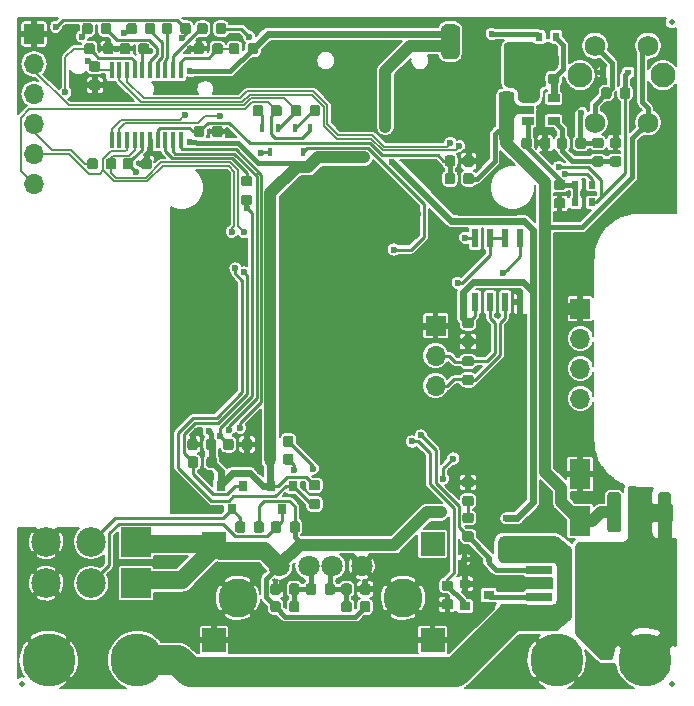
<source format=gbl>
G04 #@! TF.GenerationSoftware,KiCad,Pcbnew,5.1.0*
G04 #@! TF.CreationDate,2019-04-16T13:05:13+02:00*
G04 #@! TF.ProjectId,KXKM_audio_battery_module,4b584b4d-5f61-4756-9469-6f5f62617474,2.0*
G04 #@! TF.SameCoordinates,PX623a7c0PY839b680*
G04 #@! TF.FileFunction,Copper,L2,Bot*
G04 #@! TF.FilePolarity,Positive*
%FSLAX46Y46*%
G04 Gerber Fmt 4.6, Leading zero omitted, Abs format (unit mm)*
G04 Created by KiCad (PCBNEW 5.1.0) date 2019-04-16 13:05:13*
%MOMM*%
%LPD*%
G04 APERTURE LIST*
%ADD10C,0.100000*%
%ADD11C,0.875000*%
%ADD12R,2.500000X2.500000*%
%ADD13C,2.500000*%
%ADD14R,0.900000X0.800000*%
%ADD15R,2.000000X2.000000*%
%ADD16R,0.800000X0.900000*%
%ADD17C,1.800000*%
%ADD18C,3.300000*%
%ADD19C,0.500000*%
%ADD20R,0.600000X0.700000*%
%ADD21C,0.975000*%
%ADD22R,6.400000X5.800000*%
%ADD23R,2.200000X0.800000*%
%ADD24C,4.500880*%
%ADD25O,1.700000X1.700000*%
%ADD26R,1.700000X1.700000*%
%ADD27R,0.450000X0.700000*%
%ADD28R,0.600000X0.450000*%
%ADD29R,2.500000X1.800000*%
%ADD30C,1.250000*%
%ADD31R,0.600000X1.550000*%
%ADD32R,0.450000X1.450000*%
%ADD33R,1.060000X0.650000*%
%ADD34R,1.800000X2.500000*%
%ADD35C,1.125000*%
%ADD36C,2.100000*%
%ADD37C,1.750000*%
%ADD38C,0.600000*%
%ADD39C,1.000000*%
%ADD40C,0.400000*%
%ADD41C,0.600000*%
%ADD42C,0.250000*%
%ADD43C,0.150000*%
%ADD44C,1.500000*%
%ADD45C,2.500000*%
%ADD46C,0.200000*%
G04 APERTURE END LIST*
D10*
G36*
X27027691Y9223947D02*
G01*
X27048926Y9220797D01*
X27069750Y9215581D01*
X27089962Y9208349D01*
X27109368Y9199170D01*
X27127781Y9188134D01*
X27145024Y9175346D01*
X27160930Y9160930D01*
X27175346Y9145024D01*
X27188134Y9127781D01*
X27199170Y9109368D01*
X27208349Y9089962D01*
X27215581Y9069750D01*
X27220797Y9048926D01*
X27223947Y9027691D01*
X27225000Y9006250D01*
X27225000Y8493750D01*
X27223947Y8472309D01*
X27220797Y8451074D01*
X27215581Y8430250D01*
X27208349Y8410038D01*
X27199170Y8390632D01*
X27188134Y8372219D01*
X27175346Y8354976D01*
X27160930Y8339070D01*
X27145024Y8324654D01*
X27127781Y8311866D01*
X27109368Y8300830D01*
X27089962Y8291651D01*
X27069750Y8284419D01*
X27048926Y8279203D01*
X27027691Y8276053D01*
X27006250Y8275000D01*
X26568750Y8275000D01*
X26547309Y8276053D01*
X26526074Y8279203D01*
X26505250Y8284419D01*
X26485038Y8291651D01*
X26465632Y8300830D01*
X26447219Y8311866D01*
X26429976Y8324654D01*
X26414070Y8339070D01*
X26399654Y8354976D01*
X26386866Y8372219D01*
X26375830Y8390632D01*
X26366651Y8410038D01*
X26359419Y8430250D01*
X26354203Y8451074D01*
X26351053Y8472309D01*
X26350000Y8493750D01*
X26350000Y9006250D01*
X26351053Y9027691D01*
X26354203Y9048926D01*
X26359419Y9069750D01*
X26366651Y9089962D01*
X26375830Y9109368D01*
X26386866Y9127781D01*
X26399654Y9145024D01*
X26414070Y9160930D01*
X26429976Y9175346D01*
X26447219Y9188134D01*
X26465632Y9199170D01*
X26485038Y9208349D01*
X26505250Y9215581D01*
X26526074Y9220797D01*
X26547309Y9223947D01*
X26568750Y9225000D01*
X27006250Y9225000D01*
X27027691Y9223947D01*
X27027691Y9223947D01*
G37*
D11*
X26787500Y8750000D03*
D10*
G36*
X25452691Y9223947D02*
G01*
X25473926Y9220797D01*
X25494750Y9215581D01*
X25514962Y9208349D01*
X25534368Y9199170D01*
X25552781Y9188134D01*
X25570024Y9175346D01*
X25585930Y9160930D01*
X25600346Y9145024D01*
X25613134Y9127781D01*
X25624170Y9109368D01*
X25633349Y9089962D01*
X25640581Y9069750D01*
X25645797Y9048926D01*
X25648947Y9027691D01*
X25650000Y9006250D01*
X25650000Y8493750D01*
X25648947Y8472309D01*
X25645797Y8451074D01*
X25640581Y8430250D01*
X25633349Y8410038D01*
X25624170Y8390632D01*
X25613134Y8372219D01*
X25600346Y8354976D01*
X25585930Y8339070D01*
X25570024Y8324654D01*
X25552781Y8311866D01*
X25534368Y8300830D01*
X25514962Y8291651D01*
X25494750Y8284419D01*
X25473926Y8279203D01*
X25452691Y8276053D01*
X25431250Y8275000D01*
X24993750Y8275000D01*
X24972309Y8276053D01*
X24951074Y8279203D01*
X24930250Y8284419D01*
X24910038Y8291651D01*
X24890632Y8300830D01*
X24872219Y8311866D01*
X24854976Y8324654D01*
X24839070Y8339070D01*
X24824654Y8354976D01*
X24811866Y8372219D01*
X24800830Y8390632D01*
X24791651Y8410038D01*
X24784419Y8430250D01*
X24779203Y8451074D01*
X24776053Y8472309D01*
X24775000Y8493750D01*
X24775000Y9006250D01*
X24776053Y9027691D01*
X24779203Y9048926D01*
X24784419Y9069750D01*
X24791651Y9089962D01*
X24800830Y9109368D01*
X24811866Y9127781D01*
X24824654Y9145024D01*
X24839070Y9160930D01*
X24854976Y9175346D01*
X24872219Y9188134D01*
X24890632Y9199170D01*
X24910038Y9208349D01*
X24930250Y9215581D01*
X24951074Y9220797D01*
X24972309Y9223947D01*
X24993750Y9225000D01*
X25431250Y9225000D01*
X25452691Y9223947D01*
X25452691Y9223947D01*
G37*
D11*
X25212500Y8750000D03*
D12*
X10400000Y12750000D03*
D13*
X6590000Y12750000D03*
X2780000Y12750000D03*
D12*
X10400000Y9250000D03*
D13*
X6590000Y9250000D03*
X2780000Y9250000D03*
D14*
X40250000Y8250000D03*
X38250000Y9200000D03*
X38250000Y7300000D03*
D15*
X35500000Y4440000D03*
X35500000Y12560000D03*
X17000000Y4440000D03*
X17000000Y12560000D03*
D10*
G36*
X22452691Y9223947D02*
G01*
X22473926Y9220797D01*
X22494750Y9215581D01*
X22514962Y9208349D01*
X22534368Y9199170D01*
X22552781Y9188134D01*
X22570024Y9175346D01*
X22585930Y9160930D01*
X22600346Y9145024D01*
X22613134Y9127781D01*
X22624170Y9109368D01*
X22633349Y9089962D01*
X22640581Y9069750D01*
X22645797Y9048926D01*
X22648947Y9027691D01*
X22650000Y9006250D01*
X22650000Y8493750D01*
X22648947Y8472309D01*
X22645797Y8451074D01*
X22640581Y8430250D01*
X22633349Y8410038D01*
X22624170Y8390632D01*
X22613134Y8372219D01*
X22600346Y8354976D01*
X22585930Y8339070D01*
X22570024Y8324654D01*
X22552781Y8311866D01*
X22534368Y8300830D01*
X22514962Y8291651D01*
X22494750Y8284419D01*
X22473926Y8279203D01*
X22452691Y8276053D01*
X22431250Y8275000D01*
X21993750Y8275000D01*
X21972309Y8276053D01*
X21951074Y8279203D01*
X21930250Y8284419D01*
X21910038Y8291651D01*
X21890632Y8300830D01*
X21872219Y8311866D01*
X21854976Y8324654D01*
X21839070Y8339070D01*
X21824654Y8354976D01*
X21811866Y8372219D01*
X21800830Y8390632D01*
X21791651Y8410038D01*
X21784419Y8430250D01*
X21779203Y8451074D01*
X21776053Y8472309D01*
X21775000Y8493750D01*
X21775000Y9006250D01*
X21776053Y9027691D01*
X21779203Y9048926D01*
X21784419Y9069750D01*
X21791651Y9089962D01*
X21800830Y9109368D01*
X21811866Y9127781D01*
X21824654Y9145024D01*
X21839070Y9160930D01*
X21854976Y9175346D01*
X21872219Y9188134D01*
X21890632Y9199170D01*
X21910038Y9208349D01*
X21930250Y9215581D01*
X21951074Y9220797D01*
X21972309Y9223947D01*
X21993750Y9225000D01*
X22431250Y9225000D01*
X22452691Y9223947D01*
X22452691Y9223947D01*
G37*
D11*
X22212500Y8750000D03*
D10*
G36*
X24027691Y9223947D02*
G01*
X24048926Y9220797D01*
X24069750Y9215581D01*
X24089962Y9208349D01*
X24109368Y9199170D01*
X24127781Y9188134D01*
X24145024Y9175346D01*
X24160930Y9160930D01*
X24175346Y9145024D01*
X24188134Y9127781D01*
X24199170Y9109368D01*
X24208349Y9089962D01*
X24215581Y9069750D01*
X24220797Y9048926D01*
X24223947Y9027691D01*
X24225000Y9006250D01*
X24225000Y8493750D01*
X24223947Y8472309D01*
X24220797Y8451074D01*
X24215581Y8430250D01*
X24208349Y8410038D01*
X24199170Y8390632D01*
X24188134Y8372219D01*
X24175346Y8354976D01*
X24160930Y8339070D01*
X24145024Y8324654D01*
X24127781Y8311866D01*
X24109368Y8300830D01*
X24089962Y8291651D01*
X24069750Y8284419D01*
X24048926Y8279203D01*
X24027691Y8276053D01*
X24006250Y8275000D01*
X23568750Y8275000D01*
X23547309Y8276053D01*
X23526074Y8279203D01*
X23505250Y8284419D01*
X23485038Y8291651D01*
X23465632Y8300830D01*
X23447219Y8311866D01*
X23429976Y8324654D01*
X23414070Y8339070D01*
X23399654Y8354976D01*
X23386866Y8372219D01*
X23375830Y8390632D01*
X23366651Y8410038D01*
X23359419Y8430250D01*
X23354203Y8451074D01*
X23351053Y8472309D01*
X23350000Y8493750D01*
X23350000Y9006250D01*
X23351053Y9027691D01*
X23354203Y9048926D01*
X23359419Y9069750D01*
X23366651Y9089962D01*
X23375830Y9109368D01*
X23386866Y9127781D01*
X23399654Y9145024D01*
X23414070Y9160930D01*
X23429976Y9175346D01*
X23447219Y9188134D01*
X23465632Y9199170D01*
X23485038Y9208349D01*
X23505250Y9215581D01*
X23526074Y9220797D01*
X23547309Y9223947D01*
X23568750Y9225000D01*
X24006250Y9225000D01*
X24027691Y9223947D01*
X24027691Y9223947D01*
G37*
D11*
X23787500Y8750000D03*
D10*
G36*
X24027691Y7723947D02*
G01*
X24048926Y7720797D01*
X24069750Y7715581D01*
X24089962Y7708349D01*
X24109368Y7699170D01*
X24127781Y7688134D01*
X24145024Y7675346D01*
X24160930Y7660930D01*
X24175346Y7645024D01*
X24188134Y7627781D01*
X24199170Y7609368D01*
X24208349Y7589962D01*
X24215581Y7569750D01*
X24220797Y7548926D01*
X24223947Y7527691D01*
X24225000Y7506250D01*
X24225000Y6993750D01*
X24223947Y6972309D01*
X24220797Y6951074D01*
X24215581Y6930250D01*
X24208349Y6910038D01*
X24199170Y6890632D01*
X24188134Y6872219D01*
X24175346Y6854976D01*
X24160930Y6839070D01*
X24145024Y6824654D01*
X24127781Y6811866D01*
X24109368Y6800830D01*
X24089962Y6791651D01*
X24069750Y6784419D01*
X24048926Y6779203D01*
X24027691Y6776053D01*
X24006250Y6775000D01*
X23568750Y6775000D01*
X23547309Y6776053D01*
X23526074Y6779203D01*
X23505250Y6784419D01*
X23485038Y6791651D01*
X23465632Y6800830D01*
X23447219Y6811866D01*
X23429976Y6824654D01*
X23414070Y6839070D01*
X23399654Y6854976D01*
X23386866Y6872219D01*
X23375830Y6890632D01*
X23366651Y6910038D01*
X23359419Y6930250D01*
X23354203Y6951074D01*
X23351053Y6972309D01*
X23350000Y6993750D01*
X23350000Y7506250D01*
X23351053Y7527691D01*
X23354203Y7548926D01*
X23359419Y7569750D01*
X23366651Y7589962D01*
X23375830Y7609368D01*
X23386866Y7627781D01*
X23399654Y7645024D01*
X23414070Y7660930D01*
X23429976Y7675346D01*
X23447219Y7688134D01*
X23465632Y7699170D01*
X23485038Y7708349D01*
X23505250Y7715581D01*
X23526074Y7720797D01*
X23547309Y7723947D01*
X23568750Y7725000D01*
X24006250Y7725000D01*
X24027691Y7723947D01*
X24027691Y7723947D01*
G37*
D11*
X23787500Y7250000D03*
D10*
G36*
X22452691Y7723947D02*
G01*
X22473926Y7720797D01*
X22494750Y7715581D01*
X22514962Y7708349D01*
X22534368Y7699170D01*
X22552781Y7688134D01*
X22570024Y7675346D01*
X22585930Y7660930D01*
X22600346Y7645024D01*
X22613134Y7627781D01*
X22624170Y7609368D01*
X22633349Y7589962D01*
X22640581Y7569750D01*
X22645797Y7548926D01*
X22648947Y7527691D01*
X22650000Y7506250D01*
X22650000Y6993750D01*
X22648947Y6972309D01*
X22645797Y6951074D01*
X22640581Y6930250D01*
X22633349Y6910038D01*
X22624170Y6890632D01*
X22613134Y6872219D01*
X22600346Y6854976D01*
X22585930Y6839070D01*
X22570024Y6824654D01*
X22552781Y6811866D01*
X22534368Y6800830D01*
X22514962Y6791651D01*
X22494750Y6784419D01*
X22473926Y6779203D01*
X22452691Y6776053D01*
X22431250Y6775000D01*
X21993750Y6775000D01*
X21972309Y6776053D01*
X21951074Y6779203D01*
X21930250Y6784419D01*
X21910038Y6791651D01*
X21890632Y6800830D01*
X21872219Y6811866D01*
X21854976Y6824654D01*
X21839070Y6839070D01*
X21824654Y6854976D01*
X21811866Y6872219D01*
X21800830Y6890632D01*
X21791651Y6910038D01*
X21784419Y6930250D01*
X21779203Y6951074D01*
X21776053Y6972309D01*
X21775000Y6993750D01*
X21775000Y7506250D01*
X21776053Y7527691D01*
X21779203Y7548926D01*
X21784419Y7569750D01*
X21791651Y7589962D01*
X21800830Y7609368D01*
X21811866Y7627781D01*
X21824654Y7645024D01*
X21839070Y7660930D01*
X21854976Y7675346D01*
X21872219Y7688134D01*
X21890632Y7699170D01*
X21910038Y7708349D01*
X21930250Y7715581D01*
X21951074Y7720797D01*
X21972309Y7723947D01*
X21993750Y7725000D01*
X22431250Y7725000D01*
X22452691Y7723947D01*
X22452691Y7723947D01*
G37*
D11*
X22212500Y7250000D03*
D10*
G36*
X30027691Y9223947D02*
G01*
X30048926Y9220797D01*
X30069750Y9215581D01*
X30089962Y9208349D01*
X30109368Y9199170D01*
X30127781Y9188134D01*
X30145024Y9175346D01*
X30160930Y9160930D01*
X30175346Y9145024D01*
X30188134Y9127781D01*
X30199170Y9109368D01*
X30208349Y9089962D01*
X30215581Y9069750D01*
X30220797Y9048926D01*
X30223947Y9027691D01*
X30225000Y9006250D01*
X30225000Y8493750D01*
X30223947Y8472309D01*
X30220797Y8451074D01*
X30215581Y8430250D01*
X30208349Y8410038D01*
X30199170Y8390632D01*
X30188134Y8372219D01*
X30175346Y8354976D01*
X30160930Y8339070D01*
X30145024Y8324654D01*
X30127781Y8311866D01*
X30109368Y8300830D01*
X30089962Y8291651D01*
X30069750Y8284419D01*
X30048926Y8279203D01*
X30027691Y8276053D01*
X30006250Y8275000D01*
X29568750Y8275000D01*
X29547309Y8276053D01*
X29526074Y8279203D01*
X29505250Y8284419D01*
X29485038Y8291651D01*
X29465632Y8300830D01*
X29447219Y8311866D01*
X29429976Y8324654D01*
X29414070Y8339070D01*
X29399654Y8354976D01*
X29386866Y8372219D01*
X29375830Y8390632D01*
X29366651Y8410038D01*
X29359419Y8430250D01*
X29354203Y8451074D01*
X29351053Y8472309D01*
X29350000Y8493750D01*
X29350000Y9006250D01*
X29351053Y9027691D01*
X29354203Y9048926D01*
X29359419Y9069750D01*
X29366651Y9089962D01*
X29375830Y9109368D01*
X29386866Y9127781D01*
X29399654Y9145024D01*
X29414070Y9160930D01*
X29429976Y9175346D01*
X29447219Y9188134D01*
X29465632Y9199170D01*
X29485038Y9208349D01*
X29505250Y9215581D01*
X29526074Y9220797D01*
X29547309Y9223947D01*
X29568750Y9225000D01*
X30006250Y9225000D01*
X30027691Y9223947D01*
X30027691Y9223947D01*
G37*
D11*
X29787500Y8750000D03*
D10*
G36*
X28452691Y9223947D02*
G01*
X28473926Y9220797D01*
X28494750Y9215581D01*
X28514962Y9208349D01*
X28534368Y9199170D01*
X28552781Y9188134D01*
X28570024Y9175346D01*
X28585930Y9160930D01*
X28600346Y9145024D01*
X28613134Y9127781D01*
X28624170Y9109368D01*
X28633349Y9089962D01*
X28640581Y9069750D01*
X28645797Y9048926D01*
X28648947Y9027691D01*
X28650000Y9006250D01*
X28650000Y8493750D01*
X28648947Y8472309D01*
X28645797Y8451074D01*
X28640581Y8430250D01*
X28633349Y8410038D01*
X28624170Y8390632D01*
X28613134Y8372219D01*
X28600346Y8354976D01*
X28585930Y8339070D01*
X28570024Y8324654D01*
X28552781Y8311866D01*
X28534368Y8300830D01*
X28514962Y8291651D01*
X28494750Y8284419D01*
X28473926Y8279203D01*
X28452691Y8276053D01*
X28431250Y8275000D01*
X27993750Y8275000D01*
X27972309Y8276053D01*
X27951074Y8279203D01*
X27930250Y8284419D01*
X27910038Y8291651D01*
X27890632Y8300830D01*
X27872219Y8311866D01*
X27854976Y8324654D01*
X27839070Y8339070D01*
X27824654Y8354976D01*
X27811866Y8372219D01*
X27800830Y8390632D01*
X27791651Y8410038D01*
X27784419Y8430250D01*
X27779203Y8451074D01*
X27776053Y8472309D01*
X27775000Y8493750D01*
X27775000Y9006250D01*
X27776053Y9027691D01*
X27779203Y9048926D01*
X27784419Y9069750D01*
X27791651Y9089962D01*
X27800830Y9109368D01*
X27811866Y9127781D01*
X27824654Y9145024D01*
X27839070Y9160930D01*
X27854976Y9175346D01*
X27872219Y9188134D01*
X27890632Y9199170D01*
X27910038Y9208349D01*
X27930250Y9215581D01*
X27951074Y9220797D01*
X27972309Y9223947D01*
X27993750Y9225000D01*
X28431250Y9225000D01*
X28452691Y9223947D01*
X28452691Y9223947D01*
G37*
D11*
X28212500Y8750000D03*
D10*
G36*
X28452691Y7723947D02*
G01*
X28473926Y7720797D01*
X28494750Y7715581D01*
X28514962Y7708349D01*
X28534368Y7699170D01*
X28552781Y7688134D01*
X28570024Y7675346D01*
X28585930Y7660930D01*
X28600346Y7645024D01*
X28613134Y7627781D01*
X28624170Y7609368D01*
X28633349Y7589962D01*
X28640581Y7569750D01*
X28645797Y7548926D01*
X28648947Y7527691D01*
X28650000Y7506250D01*
X28650000Y6993750D01*
X28648947Y6972309D01*
X28645797Y6951074D01*
X28640581Y6930250D01*
X28633349Y6910038D01*
X28624170Y6890632D01*
X28613134Y6872219D01*
X28600346Y6854976D01*
X28585930Y6839070D01*
X28570024Y6824654D01*
X28552781Y6811866D01*
X28534368Y6800830D01*
X28514962Y6791651D01*
X28494750Y6784419D01*
X28473926Y6779203D01*
X28452691Y6776053D01*
X28431250Y6775000D01*
X27993750Y6775000D01*
X27972309Y6776053D01*
X27951074Y6779203D01*
X27930250Y6784419D01*
X27910038Y6791651D01*
X27890632Y6800830D01*
X27872219Y6811866D01*
X27854976Y6824654D01*
X27839070Y6839070D01*
X27824654Y6854976D01*
X27811866Y6872219D01*
X27800830Y6890632D01*
X27791651Y6910038D01*
X27784419Y6930250D01*
X27779203Y6951074D01*
X27776053Y6972309D01*
X27775000Y6993750D01*
X27775000Y7506250D01*
X27776053Y7527691D01*
X27779203Y7548926D01*
X27784419Y7569750D01*
X27791651Y7589962D01*
X27800830Y7609368D01*
X27811866Y7627781D01*
X27824654Y7645024D01*
X27839070Y7660930D01*
X27854976Y7675346D01*
X27872219Y7688134D01*
X27890632Y7699170D01*
X27910038Y7708349D01*
X27930250Y7715581D01*
X27951074Y7720797D01*
X27972309Y7723947D01*
X27993750Y7725000D01*
X28431250Y7725000D01*
X28452691Y7723947D01*
X28452691Y7723947D01*
G37*
D11*
X28212500Y7250000D03*
D10*
G36*
X30027691Y7723947D02*
G01*
X30048926Y7720797D01*
X30069750Y7715581D01*
X30089962Y7708349D01*
X30109368Y7699170D01*
X30127781Y7688134D01*
X30145024Y7675346D01*
X30160930Y7660930D01*
X30175346Y7645024D01*
X30188134Y7627781D01*
X30199170Y7609368D01*
X30208349Y7589962D01*
X30215581Y7569750D01*
X30220797Y7548926D01*
X30223947Y7527691D01*
X30225000Y7506250D01*
X30225000Y6993750D01*
X30223947Y6972309D01*
X30220797Y6951074D01*
X30215581Y6930250D01*
X30208349Y6910038D01*
X30199170Y6890632D01*
X30188134Y6872219D01*
X30175346Y6854976D01*
X30160930Y6839070D01*
X30145024Y6824654D01*
X30127781Y6811866D01*
X30109368Y6800830D01*
X30089962Y6791651D01*
X30069750Y6784419D01*
X30048926Y6779203D01*
X30027691Y6776053D01*
X30006250Y6775000D01*
X29568750Y6775000D01*
X29547309Y6776053D01*
X29526074Y6779203D01*
X29505250Y6784419D01*
X29485038Y6791651D01*
X29465632Y6800830D01*
X29447219Y6811866D01*
X29429976Y6824654D01*
X29414070Y6839070D01*
X29399654Y6854976D01*
X29386866Y6872219D01*
X29375830Y6890632D01*
X29366651Y6910038D01*
X29359419Y6930250D01*
X29354203Y6951074D01*
X29351053Y6972309D01*
X29350000Y6993750D01*
X29350000Y7506250D01*
X29351053Y7527691D01*
X29354203Y7548926D01*
X29359419Y7569750D01*
X29366651Y7589962D01*
X29375830Y7609368D01*
X29386866Y7627781D01*
X29399654Y7645024D01*
X29414070Y7660930D01*
X29429976Y7675346D01*
X29447219Y7688134D01*
X29465632Y7699170D01*
X29485038Y7708349D01*
X29505250Y7715581D01*
X29526074Y7720797D01*
X29547309Y7723947D01*
X29568750Y7725000D01*
X30006250Y7725000D01*
X30027691Y7723947D01*
X30027691Y7723947D01*
G37*
D11*
X29787500Y7250000D03*
D16*
X21800000Y17500000D03*
X23700000Y17500000D03*
X22750000Y15500000D03*
X17550000Y17500000D03*
X19450000Y17500000D03*
X18500000Y15500000D03*
D17*
X29500000Y10710000D03*
X27000000Y10710000D03*
X25000000Y10710000D03*
X22500000Y10710000D03*
D18*
X33000000Y8000000D03*
X19000000Y8000000D03*
D19*
X55750000Y56750000D03*
X750000Y750000D03*
X55750000Y750000D03*
D20*
X49000000Y43000000D03*
X47600000Y43000000D03*
D10*
G36*
X37480142Y54673826D02*
G01*
X37503803Y54670316D01*
X37527007Y54664504D01*
X37549529Y54656446D01*
X37571153Y54646218D01*
X37591670Y54633921D01*
X37610883Y54619671D01*
X37628607Y54603607D01*
X37644671Y54585883D01*
X37658921Y54566670D01*
X37671218Y54546153D01*
X37681446Y54524529D01*
X37689504Y54502007D01*
X37695316Y54478803D01*
X37698826Y54455142D01*
X37700000Y54431250D01*
X37700000Y53943750D01*
X37698826Y53919858D01*
X37695316Y53896197D01*
X37689504Y53872993D01*
X37681446Y53850471D01*
X37671218Y53828847D01*
X37658921Y53808330D01*
X37644671Y53789117D01*
X37628607Y53771393D01*
X37610883Y53755329D01*
X37591670Y53741079D01*
X37571153Y53728782D01*
X37549529Y53718554D01*
X37527007Y53710496D01*
X37503803Y53704684D01*
X37480142Y53701174D01*
X37456250Y53700000D01*
X36543750Y53700000D01*
X36519858Y53701174D01*
X36496197Y53704684D01*
X36472993Y53710496D01*
X36450471Y53718554D01*
X36428847Y53728782D01*
X36408330Y53741079D01*
X36389117Y53755329D01*
X36371393Y53771393D01*
X36355329Y53789117D01*
X36341079Y53808330D01*
X36328782Y53828847D01*
X36318554Y53850471D01*
X36310496Y53872993D01*
X36304684Y53896197D01*
X36301174Y53919858D01*
X36300000Y53943750D01*
X36300000Y54431250D01*
X36301174Y54455142D01*
X36304684Y54478803D01*
X36310496Y54502007D01*
X36318554Y54524529D01*
X36328782Y54546153D01*
X36341079Y54566670D01*
X36355329Y54585883D01*
X36371393Y54603607D01*
X36389117Y54619671D01*
X36408330Y54633921D01*
X36428847Y54646218D01*
X36450471Y54656446D01*
X36472993Y54664504D01*
X36496197Y54670316D01*
X36519858Y54673826D01*
X36543750Y54675000D01*
X37456250Y54675000D01*
X37480142Y54673826D01*
X37480142Y54673826D01*
G37*
D21*
X37000000Y54187500D03*
D10*
G36*
X37480142Y52798826D02*
G01*
X37503803Y52795316D01*
X37527007Y52789504D01*
X37549529Y52781446D01*
X37571153Y52771218D01*
X37591670Y52758921D01*
X37610883Y52744671D01*
X37628607Y52728607D01*
X37644671Y52710883D01*
X37658921Y52691670D01*
X37671218Y52671153D01*
X37681446Y52649529D01*
X37689504Y52627007D01*
X37695316Y52603803D01*
X37698826Y52580142D01*
X37700000Y52556250D01*
X37700000Y52068750D01*
X37698826Y52044858D01*
X37695316Y52021197D01*
X37689504Y51997993D01*
X37681446Y51975471D01*
X37671218Y51953847D01*
X37658921Y51933330D01*
X37644671Y51914117D01*
X37628607Y51896393D01*
X37610883Y51880329D01*
X37591670Y51866079D01*
X37571153Y51853782D01*
X37549529Y51843554D01*
X37527007Y51835496D01*
X37503803Y51829684D01*
X37480142Y51826174D01*
X37456250Y51825000D01*
X36543750Y51825000D01*
X36519858Y51826174D01*
X36496197Y51829684D01*
X36472993Y51835496D01*
X36450471Y51843554D01*
X36428847Y51853782D01*
X36408330Y51866079D01*
X36389117Y51880329D01*
X36371393Y51896393D01*
X36355329Y51914117D01*
X36341079Y51933330D01*
X36328782Y51953847D01*
X36318554Y51975471D01*
X36310496Y51997993D01*
X36304684Y52021197D01*
X36301174Y52044858D01*
X36300000Y52068750D01*
X36300000Y52556250D01*
X36301174Y52580142D01*
X36304684Y52603803D01*
X36310496Y52627007D01*
X36318554Y52649529D01*
X36328782Y52671153D01*
X36341079Y52691670D01*
X36355329Y52710883D01*
X36371393Y52728607D01*
X36389117Y52744671D01*
X36408330Y52758921D01*
X36428847Y52771218D01*
X36450471Y52781446D01*
X36472993Y52789504D01*
X36496197Y52795316D01*
X36519858Y52798826D01*
X36543750Y52800000D01*
X37456250Y52800000D01*
X37480142Y52798826D01*
X37480142Y52798826D01*
G37*
D21*
X37000000Y52312500D03*
D22*
X50850000Y9250000D03*
D23*
X44550000Y11530000D03*
X44550000Y10390000D03*
X44550000Y8110000D03*
X44550000Y6970000D03*
D10*
G36*
X43702691Y46973947D02*
G01*
X43723926Y46970797D01*
X43744750Y46965581D01*
X43764962Y46958349D01*
X43784368Y46949170D01*
X43802781Y46938134D01*
X43820024Y46925346D01*
X43835930Y46910930D01*
X43850346Y46895024D01*
X43863134Y46877781D01*
X43874170Y46859368D01*
X43883349Y46839962D01*
X43890581Y46819750D01*
X43895797Y46798926D01*
X43898947Y46777691D01*
X43900000Y46756250D01*
X43900000Y46243750D01*
X43898947Y46222309D01*
X43895797Y46201074D01*
X43890581Y46180250D01*
X43883349Y46160038D01*
X43874170Y46140632D01*
X43863134Y46122219D01*
X43850346Y46104976D01*
X43835930Y46089070D01*
X43820024Y46074654D01*
X43802781Y46061866D01*
X43784368Y46050830D01*
X43764962Y46041651D01*
X43744750Y46034419D01*
X43723926Y46029203D01*
X43702691Y46026053D01*
X43681250Y46025000D01*
X43243750Y46025000D01*
X43222309Y46026053D01*
X43201074Y46029203D01*
X43180250Y46034419D01*
X43160038Y46041651D01*
X43140632Y46050830D01*
X43122219Y46061866D01*
X43104976Y46074654D01*
X43089070Y46089070D01*
X43074654Y46104976D01*
X43061866Y46122219D01*
X43050830Y46140632D01*
X43041651Y46160038D01*
X43034419Y46180250D01*
X43029203Y46201074D01*
X43026053Y46222309D01*
X43025000Y46243750D01*
X43025000Y46756250D01*
X43026053Y46777691D01*
X43029203Y46798926D01*
X43034419Y46819750D01*
X43041651Y46839962D01*
X43050830Y46859368D01*
X43061866Y46877781D01*
X43074654Y46895024D01*
X43089070Y46910930D01*
X43104976Y46925346D01*
X43122219Y46938134D01*
X43140632Y46949170D01*
X43160038Y46958349D01*
X43180250Y46965581D01*
X43201074Y46970797D01*
X43222309Y46973947D01*
X43243750Y46975000D01*
X43681250Y46975000D01*
X43702691Y46973947D01*
X43702691Y46973947D01*
G37*
D11*
X43462500Y46500000D03*
D10*
G36*
X45277691Y46973947D02*
G01*
X45298926Y46970797D01*
X45319750Y46965581D01*
X45339962Y46958349D01*
X45359368Y46949170D01*
X45377781Y46938134D01*
X45395024Y46925346D01*
X45410930Y46910930D01*
X45425346Y46895024D01*
X45438134Y46877781D01*
X45449170Y46859368D01*
X45458349Y46839962D01*
X45465581Y46819750D01*
X45470797Y46798926D01*
X45473947Y46777691D01*
X45475000Y46756250D01*
X45475000Y46243750D01*
X45473947Y46222309D01*
X45470797Y46201074D01*
X45465581Y46180250D01*
X45458349Y46160038D01*
X45449170Y46140632D01*
X45438134Y46122219D01*
X45425346Y46104976D01*
X45410930Y46089070D01*
X45395024Y46074654D01*
X45377781Y46061866D01*
X45359368Y46050830D01*
X45339962Y46041651D01*
X45319750Y46034419D01*
X45298926Y46029203D01*
X45277691Y46026053D01*
X45256250Y46025000D01*
X44818750Y46025000D01*
X44797309Y46026053D01*
X44776074Y46029203D01*
X44755250Y46034419D01*
X44735038Y46041651D01*
X44715632Y46050830D01*
X44697219Y46061866D01*
X44679976Y46074654D01*
X44664070Y46089070D01*
X44649654Y46104976D01*
X44636866Y46122219D01*
X44625830Y46140632D01*
X44616651Y46160038D01*
X44609419Y46180250D01*
X44604203Y46201074D01*
X44601053Y46222309D01*
X44600000Y46243750D01*
X44600000Y46756250D01*
X44601053Y46777691D01*
X44604203Y46798926D01*
X44609419Y46819750D01*
X44616651Y46839962D01*
X44625830Y46859368D01*
X44636866Y46877781D01*
X44649654Y46895024D01*
X44664070Y46910930D01*
X44679976Y46925346D01*
X44697219Y46938134D01*
X44715632Y46949170D01*
X44735038Y46958349D01*
X44755250Y46965581D01*
X44776074Y46970797D01*
X44797309Y46973947D01*
X44818750Y46975000D01*
X45256250Y46975000D01*
X45277691Y46973947D01*
X45277691Y46973947D01*
G37*
D11*
X45037500Y46500000D03*
D10*
G36*
X48277691Y46973947D02*
G01*
X48298926Y46970797D01*
X48319750Y46965581D01*
X48339962Y46958349D01*
X48359368Y46949170D01*
X48377781Y46938134D01*
X48395024Y46925346D01*
X48410930Y46910930D01*
X48425346Y46895024D01*
X48438134Y46877781D01*
X48449170Y46859368D01*
X48458349Y46839962D01*
X48465581Y46819750D01*
X48470797Y46798926D01*
X48473947Y46777691D01*
X48475000Y46756250D01*
X48475000Y46243750D01*
X48473947Y46222309D01*
X48470797Y46201074D01*
X48465581Y46180250D01*
X48458349Y46160038D01*
X48449170Y46140632D01*
X48438134Y46122219D01*
X48425346Y46104976D01*
X48410930Y46089070D01*
X48395024Y46074654D01*
X48377781Y46061866D01*
X48359368Y46050830D01*
X48339962Y46041651D01*
X48319750Y46034419D01*
X48298926Y46029203D01*
X48277691Y46026053D01*
X48256250Y46025000D01*
X47818750Y46025000D01*
X47797309Y46026053D01*
X47776074Y46029203D01*
X47755250Y46034419D01*
X47735038Y46041651D01*
X47715632Y46050830D01*
X47697219Y46061866D01*
X47679976Y46074654D01*
X47664070Y46089070D01*
X47649654Y46104976D01*
X47636866Y46122219D01*
X47625830Y46140632D01*
X47616651Y46160038D01*
X47609419Y46180250D01*
X47604203Y46201074D01*
X47601053Y46222309D01*
X47600000Y46243750D01*
X47600000Y46756250D01*
X47601053Y46777691D01*
X47604203Y46798926D01*
X47609419Y46819750D01*
X47616651Y46839962D01*
X47625830Y46859368D01*
X47636866Y46877781D01*
X47649654Y46895024D01*
X47664070Y46910930D01*
X47679976Y46925346D01*
X47697219Y46938134D01*
X47715632Y46949170D01*
X47735038Y46958349D01*
X47755250Y46965581D01*
X47776074Y46970797D01*
X47797309Y46973947D01*
X47818750Y46975000D01*
X48256250Y46975000D01*
X48277691Y46973947D01*
X48277691Y46973947D01*
G37*
D11*
X48037500Y46500000D03*
D10*
G36*
X46702691Y46973947D02*
G01*
X46723926Y46970797D01*
X46744750Y46965581D01*
X46764962Y46958349D01*
X46784368Y46949170D01*
X46802781Y46938134D01*
X46820024Y46925346D01*
X46835930Y46910930D01*
X46850346Y46895024D01*
X46863134Y46877781D01*
X46874170Y46859368D01*
X46883349Y46839962D01*
X46890581Y46819750D01*
X46895797Y46798926D01*
X46898947Y46777691D01*
X46900000Y46756250D01*
X46900000Y46243750D01*
X46898947Y46222309D01*
X46895797Y46201074D01*
X46890581Y46180250D01*
X46883349Y46160038D01*
X46874170Y46140632D01*
X46863134Y46122219D01*
X46850346Y46104976D01*
X46835930Y46089070D01*
X46820024Y46074654D01*
X46802781Y46061866D01*
X46784368Y46050830D01*
X46764962Y46041651D01*
X46744750Y46034419D01*
X46723926Y46029203D01*
X46702691Y46026053D01*
X46681250Y46025000D01*
X46243750Y46025000D01*
X46222309Y46026053D01*
X46201074Y46029203D01*
X46180250Y46034419D01*
X46160038Y46041651D01*
X46140632Y46050830D01*
X46122219Y46061866D01*
X46104976Y46074654D01*
X46089070Y46089070D01*
X46074654Y46104976D01*
X46061866Y46122219D01*
X46050830Y46140632D01*
X46041651Y46160038D01*
X46034419Y46180250D01*
X46029203Y46201074D01*
X46026053Y46222309D01*
X46025000Y46243750D01*
X46025000Y46756250D01*
X46026053Y46777691D01*
X46029203Y46798926D01*
X46034419Y46819750D01*
X46041651Y46839962D01*
X46050830Y46859368D01*
X46061866Y46877781D01*
X46074654Y46895024D01*
X46089070Y46910930D01*
X46104976Y46925346D01*
X46122219Y46938134D01*
X46140632Y46949170D01*
X46160038Y46958349D01*
X46180250Y46965581D01*
X46201074Y46970797D01*
X46222309Y46973947D01*
X46243750Y46975000D01*
X46681250Y46975000D01*
X46702691Y46973947D01*
X46702691Y46973947D01*
G37*
D11*
X46462500Y46500000D03*
D10*
G36*
X49777691Y45398947D02*
G01*
X49798926Y45395797D01*
X49819750Y45390581D01*
X49839962Y45383349D01*
X49859368Y45374170D01*
X49877781Y45363134D01*
X49895024Y45350346D01*
X49910930Y45335930D01*
X49925346Y45320024D01*
X49938134Y45302781D01*
X49949170Y45284368D01*
X49958349Y45264962D01*
X49965581Y45244750D01*
X49970797Y45223926D01*
X49973947Y45202691D01*
X49975000Y45181250D01*
X49975000Y44743750D01*
X49973947Y44722309D01*
X49970797Y44701074D01*
X49965581Y44680250D01*
X49958349Y44660038D01*
X49949170Y44640632D01*
X49938134Y44622219D01*
X49925346Y44604976D01*
X49910930Y44589070D01*
X49895024Y44574654D01*
X49877781Y44561866D01*
X49859368Y44550830D01*
X49839962Y44541651D01*
X49819750Y44534419D01*
X49798926Y44529203D01*
X49777691Y44526053D01*
X49756250Y44525000D01*
X49243750Y44525000D01*
X49222309Y44526053D01*
X49201074Y44529203D01*
X49180250Y44534419D01*
X49160038Y44541651D01*
X49140632Y44550830D01*
X49122219Y44561866D01*
X49104976Y44574654D01*
X49089070Y44589070D01*
X49074654Y44604976D01*
X49061866Y44622219D01*
X49050830Y44640632D01*
X49041651Y44660038D01*
X49034419Y44680250D01*
X49029203Y44701074D01*
X49026053Y44722309D01*
X49025000Y44743750D01*
X49025000Y45181250D01*
X49026053Y45202691D01*
X49029203Y45223926D01*
X49034419Y45244750D01*
X49041651Y45264962D01*
X49050830Y45284368D01*
X49061866Y45302781D01*
X49074654Y45320024D01*
X49089070Y45335930D01*
X49104976Y45350346D01*
X49122219Y45363134D01*
X49140632Y45374170D01*
X49160038Y45383349D01*
X49180250Y45390581D01*
X49201074Y45395797D01*
X49222309Y45398947D01*
X49243750Y45400000D01*
X49756250Y45400000D01*
X49777691Y45398947D01*
X49777691Y45398947D01*
G37*
D11*
X49500000Y44962500D03*
D10*
G36*
X49777691Y46973947D02*
G01*
X49798926Y46970797D01*
X49819750Y46965581D01*
X49839962Y46958349D01*
X49859368Y46949170D01*
X49877781Y46938134D01*
X49895024Y46925346D01*
X49910930Y46910930D01*
X49925346Y46895024D01*
X49938134Y46877781D01*
X49949170Y46859368D01*
X49958349Y46839962D01*
X49965581Y46819750D01*
X49970797Y46798926D01*
X49973947Y46777691D01*
X49975000Y46756250D01*
X49975000Y46318750D01*
X49973947Y46297309D01*
X49970797Y46276074D01*
X49965581Y46255250D01*
X49958349Y46235038D01*
X49949170Y46215632D01*
X49938134Y46197219D01*
X49925346Y46179976D01*
X49910930Y46164070D01*
X49895024Y46149654D01*
X49877781Y46136866D01*
X49859368Y46125830D01*
X49839962Y46116651D01*
X49819750Y46109419D01*
X49798926Y46104203D01*
X49777691Y46101053D01*
X49756250Y46100000D01*
X49243750Y46100000D01*
X49222309Y46101053D01*
X49201074Y46104203D01*
X49180250Y46109419D01*
X49160038Y46116651D01*
X49140632Y46125830D01*
X49122219Y46136866D01*
X49104976Y46149654D01*
X49089070Y46164070D01*
X49074654Y46179976D01*
X49061866Y46197219D01*
X49050830Y46215632D01*
X49041651Y46235038D01*
X49034419Y46255250D01*
X49029203Y46276074D01*
X49026053Y46297309D01*
X49025000Y46318750D01*
X49025000Y46756250D01*
X49026053Y46777691D01*
X49029203Y46798926D01*
X49034419Y46819750D01*
X49041651Y46839962D01*
X49050830Y46859368D01*
X49061866Y46877781D01*
X49074654Y46895024D01*
X49089070Y46910930D01*
X49104976Y46925346D01*
X49122219Y46938134D01*
X49140632Y46949170D01*
X49160038Y46958349D01*
X49180250Y46965581D01*
X49201074Y46970797D01*
X49222309Y46973947D01*
X49243750Y46975000D01*
X49756250Y46975000D01*
X49777691Y46973947D01*
X49777691Y46973947D01*
G37*
D11*
X49500000Y46537500D03*
D10*
G36*
X51277691Y46973947D02*
G01*
X51298926Y46970797D01*
X51319750Y46965581D01*
X51339962Y46958349D01*
X51359368Y46949170D01*
X51377781Y46938134D01*
X51395024Y46925346D01*
X51410930Y46910930D01*
X51425346Y46895024D01*
X51438134Y46877781D01*
X51449170Y46859368D01*
X51458349Y46839962D01*
X51465581Y46819750D01*
X51470797Y46798926D01*
X51473947Y46777691D01*
X51475000Y46756250D01*
X51475000Y46318750D01*
X51473947Y46297309D01*
X51470797Y46276074D01*
X51465581Y46255250D01*
X51458349Y46235038D01*
X51449170Y46215632D01*
X51438134Y46197219D01*
X51425346Y46179976D01*
X51410930Y46164070D01*
X51395024Y46149654D01*
X51377781Y46136866D01*
X51359368Y46125830D01*
X51339962Y46116651D01*
X51319750Y46109419D01*
X51298926Y46104203D01*
X51277691Y46101053D01*
X51256250Y46100000D01*
X50743750Y46100000D01*
X50722309Y46101053D01*
X50701074Y46104203D01*
X50680250Y46109419D01*
X50660038Y46116651D01*
X50640632Y46125830D01*
X50622219Y46136866D01*
X50604976Y46149654D01*
X50589070Y46164070D01*
X50574654Y46179976D01*
X50561866Y46197219D01*
X50550830Y46215632D01*
X50541651Y46235038D01*
X50534419Y46255250D01*
X50529203Y46276074D01*
X50526053Y46297309D01*
X50525000Y46318750D01*
X50525000Y46756250D01*
X50526053Y46777691D01*
X50529203Y46798926D01*
X50534419Y46819750D01*
X50541651Y46839962D01*
X50550830Y46859368D01*
X50561866Y46877781D01*
X50574654Y46895024D01*
X50589070Y46910930D01*
X50604976Y46925346D01*
X50622219Y46938134D01*
X50640632Y46949170D01*
X50660038Y46958349D01*
X50680250Y46965581D01*
X50701074Y46970797D01*
X50722309Y46973947D01*
X50743750Y46975000D01*
X51256250Y46975000D01*
X51277691Y46973947D01*
X51277691Y46973947D01*
G37*
D11*
X51000000Y46537500D03*
D10*
G36*
X51277691Y45398947D02*
G01*
X51298926Y45395797D01*
X51319750Y45390581D01*
X51339962Y45383349D01*
X51359368Y45374170D01*
X51377781Y45363134D01*
X51395024Y45350346D01*
X51410930Y45335930D01*
X51425346Y45320024D01*
X51438134Y45302781D01*
X51449170Y45284368D01*
X51458349Y45264962D01*
X51465581Y45244750D01*
X51470797Y45223926D01*
X51473947Y45202691D01*
X51475000Y45181250D01*
X51475000Y44743750D01*
X51473947Y44722309D01*
X51470797Y44701074D01*
X51465581Y44680250D01*
X51458349Y44660038D01*
X51449170Y44640632D01*
X51438134Y44622219D01*
X51425346Y44604976D01*
X51410930Y44589070D01*
X51395024Y44574654D01*
X51377781Y44561866D01*
X51359368Y44550830D01*
X51339962Y44541651D01*
X51319750Y44534419D01*
X51298926Y44529203D01*
X51277691Y44526053D01*
X51256250Y44525000D01*
X50743750Y44525000D01*
X50722309Y44526053D01*
X50701074Y44529203D01*
X50680250Y44534419D01*
X50660038Y44541651D01*
X50640632Y44550830D01*
X50622219Y44561866D01*
X50604976Y44574654D01*
X50589070Y44589070D01*
X50574654Y44604976D01*
X50561866Y44622219D01*
X50550830Y44640632D01*
X50541651Y44660038D01*
X50534419Y44680250D01*
X50529203Y44701074D01*
X50526053Y44722309D01*
X50525000Y44743750D01*
X50525000Y45181250D01*
X50526053Y45202691D01*
X50529203Y45223926D01*
X50534419Y45244750D01*
X50541651Y45264962D01*
X50550830Y45284368D01*
X50561866Y45302781D01*
X50574654Y45320024D01*
X50589070Y45335930D01*
X50604976Y45350346D01*
X50622219Y45363134D01*
X50640632Y45374170D01*
X50660038Y45383349D01*
X50680250Y45390581D01*
X50701074Y45395797D01*
X50722309Y45398947D01*
X50743750Y45400000D01*
X51256250Y45400000D01*
X51277691Y45398947D01*
X51277691Y45398947D01*
G37*
D11*
X51000000Y44962500D03*
D24*
X10500000Y2750000D03*
D25*
X48000000Y24880000D03*
X48000000Y27420000D03*
X48000000Y29960000D03*
D26*
X48000000Y32500000D03*
D27*
X23850000Y47750000D03*
X25150000Y47750000D03*
X24500000Y45750000D03*
D10*
G36*
X15952691Y54973947D02*
G01*
X15973926Y54970797D01*
X15994750Y54965581D01*
X16014962Y54958349D01*
X16034368Y54949170D01*
X16052781Y54938134D01*
X16070024Y54925346D01*
X16085930Y54910930D01*
X16100346Y54895024D01*
X16113134Y54877781D01*
X16124170Y54859368D01*
X16133349Y54839962D01*
X16140581Y54819750D01*
X16145797Y54798926D01*
X16148947Y54777691D01*
X16150000Y54756250D01*
X16150000Y54243750D01*
X16148947Y54222309D01*
X16145797Y54201074D01*
X16140581Y54180250D01*
X16133349Y54160038D01*
X16124170Y54140632D01*
X16113134Y54122219D01*
X16100346Y54104976D01*
X16085930Y54089070D01*
X16070024Y54074654D01*
X16052781Y54061866D01*
X16034368Y54050830D01*
X16014962Y54041651D01*
X15994750Y54034419D01*
X15973926Y54029203D01*
X15952691Y54026053D01*
X15931250Y54025000D01*
X15493750Y54025000D01*
X15472309Y54026053D01*
X15451074Y54029203D01*
X15430250Y54034419D01*
X15410038Y54041651D01*
X15390632Y54050830D01*
X15372219Y54061866D01*
X15354976Y54074654D01*
X15339070Y54089070D01*
X15324654Y54104976D01*
X15311866Y54122219D01*
X15300830Y54140632D01*
X15291651Y54160038D01*
X15284419Y54180250D01*
X15279203Y54201074D01*
X15276053Y54222309D01*
X15275000Y54243750D01*
X15275000Y54756250D01*
X15276053Y54777691D01*
X15279203Y54798926D01*
X15284419Y54819750D01*
X15291651Y54839962D01*
X15300830Y54859368D01*
X15311866Y54877781D01*
X15324654Y54895024D01*
X15339070Y54910930D01*
X15354976Y54925346D01*
X15372219Y54938134D01*
X15390632Y54949170D01*
X15410038Y54958349D01*
X15430250Y54965581D01*
X15451074Y54970797D01*
X15472309Y54973947D01*
X15493750Y54975000D01*
X15931250Y54975000D01*
X15952691Y54973947D01*
X15952691Y54973947D01*
G37*
D11*
X15712500Y54500000D03*
D10*
G36*
X17527691Y54973947D02*
G01*
X17548926Y54970797D01*
X17569750Y54965581D01*
X17589962Y54958349D01*
X17609368Y54949170D01*
X17627781Y54938134D01*
X17645024Y54925346D01*
X17660930Y54910930D01*
X17675346Y54895024D01*
X17688134Y54877781D01*
X17699170Y54859368D01*
X17708349Y54839962D01*
X17715581Y54819750D01*
X17720797Y54798926D01*
X17723947Y54777691D01*
X17725000Y54756250D01*
X17725000Y54243750D01*
X17723947Y54222309D01*
X17720797Y54201074D01*
X17715581Y54180250D01*
X17708349Y54160038D01*
X17699170Y54140632D01*
X17688134Y54122219D01*
X17675346Y54104976D01*
X17660930Y54089070D01*
X17645024Y54074654D01*
X17627781Y54061866D01*
X17609368Y54050830D01*
X17589962Y54041651D01*
X17569750Y54034419D01*
X17548926Y54029203D01*
X17527691Y54026053D01*
X17506250Y54025000D01*
X17068750Y54025000D01*
X17047309Y54026053D01*
X17026074Y54029203D01*
X17005250Y54034419D01*
X16985038Y54041651D01*
X16965632Y54050830D01*
X16947219Y54061866D01*
X16929976Y54074654D01*
X16914070Y54089070D01*
X16899654Y54104976D01*
X16886866Y54122219D01*
X16875830Y54140632D01*
X16866651Y54160038D01*
X16859419Y54180250D01*
X16854203Y54201074D01*
X16851053Y54222309D01*
X16850000Y54243750D01*
X16850000Y54756250D01*
X16851053Y54777691D01*
X16854203Y54798926D01*
X16859419Y54819750D01*
X16866651Y54839962D01*
X16875830Y54859368D01*
X16886866Y54877781D01*
X16899654Y54895024D01*
X16914070Y54910930D01*
X16929976Y54925346D01*
X16947219Y54938134D01*
X16965632Y54949170D01*
X16985038Y54958349D01*
X17005250Y54965581D01*
X17026074Y54970797D01*
X17047309Y54973947D01*
X17068750Y54975000D01*
X17506250Y54975000D01*
X17527691Y54973947D01*
X17527691Y54973947D01*
G37*
D11*
X17287500Y54500000D03*
D10*
G36*
X20527691Y54973947D02*
G01*
X20548926Y54970797D01*
X20569750Y54965581D01*
X20589962Y54958349D01*
X20609368Y54949170D01*
X20627781Y54938134D01*
X20645024Y54925346D01*
X20660930Y54910930D01*
X20675346Y54895024D01*
X20688134Y54877781D01*
X20699170Y54859368D01*
X20708349Y54839962D01*
X20715581Y54819750D01*
X20720797Y54798926D01*
X20723947Y54777691D01*
X20725000Y54756250D01*
X20725000Y54243750D01*
X20723947Y54222309D01*
X20720797Y54201074D01*
X20715581Y54180250D01*
X20708349Y54160038D01*
X20699170Y54140632D01*
X20688134Y54122219D01*
X20675346Y54104976D01*
X20660930Y54089070D01*
X20645024Y54074654D01*
X20627781Y54061866D01*
X20609368Y54050830D01*
X20589962Y54041651D01*
X20569750Y54034419D01*
X20548926Y54029203D01*
X20527691Y54026053D01*
X20506250Y54025000D01*
X20068750Y54025000D01*
X20047309Y54026053D01*
X20026074Y54029203D01*
X20005250Y54034419D01*
X19985038Y54041651D01*
X19965632Y54050830D01*
X19947219Y54061866D01*
X19929976Y54074654D01*
X19914070Y54089070D01*
X19899654Y54104976D01*
X19886866Y54122219D01*
X19875830Y54140632D01*
X19866651Y54160038D01*
X19859419Y54180250D01*
X19854203Y54201074D01*
X19851053Y54222309D01*
X19850000Y54243750D01*
X19850000Y54756250D01*
X19851053Y54777691D01*
X19854203Y54798926D01*
X19859419Y54819750D01*
X19866651Y54839962D01*
X19875830Y54859368D01*
X19886866Y54877781D01*
X19899654Y54895024D01*
X19914070Y54910930D01*
X19929976Y54925346D01*
X19947219Y54938134D01*
X19965632Y54949170D01*
X19985038Y54958349D01*
X20005250Y54965581D01*
X20026074Y54970797D01*
X20047309Y54973947D01*
X20068750Y54975000D01*
X20506250Y54975000D01*
X20527691Y54973947D01*
X20527691Y54973947D01*
G37*
D11*
X20287500Y54500000D03*
D10*
G36*
X18952691Y54973947D02*
G01*
X18973926Y54970797D01*
X18994750Y54965581D01*
X19014962Y54958349D01*
X19034368Y54949170D01*
X19052781Y54938134D01*
X19070024Y54925346D01*
X19085930Y54910930D01*
X19100346Y54895024D01*
X19113134Y54877781D01*
X19124170Y54859368D01*
X19133349Y54839962D01*
X19140581Y54819750D01*
X19145797Y54798926D01*
X19148947Y54777691D01*
X19150000Y54756250D01*
X19150000Y54243750D01*
X19148947Y54222309D01*
X19145797Y54201074D01*
X19140581Y54180250D01*
X19133349Y54160038D01*
X19124170Y54140632D01*
X19113134Y54122219D01*
X19100346Y54104976D01*
X19085930Y54089070D01*
X19070024Y54074654D01*
X19052781Y54061866D01*
X19034368Y54050830D01*
X19014962Y54041651D01*
X18994750Y54034419D01*
X18973926Y54029203D01*
X18952691Y54026053D01*
X18931250Y54025000D01*
X18493750Y54025000D01*
X18472309Y54026053D01*
X18451074Y54029203D01*
X18430250Y54034419D01*
X18410038Y54041651D01*
X18390632Y54050830D01*
X18372219Y54061866D01*
X18354976Y54074654D01*
X18339070Y54089070D01*
X18324654Y54104976D01*
X18311866Y54122219D01*
X18300830Y54140632D01*
X18291651Y54160038D01*
X18284419Y54180250D01*
X18279203Y54201074D01*
X18276053Y54222309D01*
X18275000Y54243750D01*
X18275000Y54756250D01*
X18276053Y54777691D01*
X18279203Y54798926D01*
X18284419Y54819750D01*
X18291651Y54839962D01*
X18300830Y54859368D01*
X18311866Y54877781D01*
X18324654Y54895024D01*
X18339070Y54910930D01*
X18354976Y54925346D01*
X18372219Y54938134D01*
X18390632Y54949170D01*
X18410038Y54958349D01*
X18430250Y54965581D01*
X18451074Y54970797D01*
X18472309Y54973947D01*
X18493750Y54975000D01*
X18931250Y54975000D01*
X18952691Y54973947D01*
X18952691Y54973947D01*
G37*
D11*
X18712500Y54500000D03*
D10*
G36*
X18452691Y21473947D02*
G01*
X18473926Y21470797D01*
X18494750Y21465581D01*
X18514962Y21458349D01*
X18534368Y21449170D01*
X18552781Y21438134D01*
X18570024Y21425346D01*
X18585930Y21410930D01*
X18600346Y21395024D01*
X18613134Y21377781D01*
X18624170Y21359368D01*
X18633349Y21339962D01*
X18640581Y21319750D01*
X18645797Y21298926D01*
X18648947Y21277691D01*
X18650000Y21256250D01*
X18650000Y20743750D01*
X18648947Y20722309D01*
X18645797Y20701074D01*
X18640581Y20680250D01*
X18633349Y20660038D01*
X18624170Y20640632D01*
X18613134Y20622219D01*
X18600346Y20604976D01*
X18585930Y20589070D01*
X18570024Y20574654D01*
X18552781Y20561866D01*
X18534368Y20550830D01*
X18514962Y20541651D01*
X18494750Y20534419D01*
X18473926Y20529203D01*
X18452691Y20526053D01*
X18431250Y20525000D01*
X17993750Y20525000D01*
X17972309Y20526053D01*
X17951074Y20529203D01*
X17930250Y20534419D01*
X17910038Y20541651D01*
X17890632Y20550830D01*
X17872219Y20561866D01*
X17854976Y20574654D01*
X17839070Y20589070D01*
X17824654Y20604976D01*
X17811866Y20622219D01*
X17800830Y20640632D01*
X17791651Y20660038D01*
X17784419Y20680250D01*
X17779203Y20701074D01*
X17776053Y20722309D01*
X17775000Y20743750D01*
X17775000Y21256250D01*
X17776053Y21277691D01*
X17779203Y21298926D01*
X17784419Y21319750D01*
X17791651Y21339962D01*
X17800830Y21359368D01*
X17811866Y21377781D01*
X17824654Y21395024D01*
X17839070Y21410930D01*
X17854976Y21425346D01*
X17872219Y21438134D01*
X17890632Y21449170D01*
X17910038Y21458349D01*
X17930250Y21465581D01*
X17951074Y21470797D01*
X17972309Y21473947D01*
X17993750Y21475000D01*
X18431250Y21475000D01*
X18452691Y21473947D01*
X18452691Y21473947D01*
G37*
D11*
X18212500Y21000000D03*
D10*
G36*
X20027691Y21473947D02*
G01*
X20048926Y21470797D01*
X20069750Y21465581D01*
X20089962Y21458349D01*
X20109368Y21449170D01*
X20127781Y21438134D01*
X20145024Y21425346D01*
X20160930Y21410930D01*
X20175346Y21395024D01*
X20188134Y21377781D01*
X20199170Y21359368D01*
X20208349Y21339962D01*
X20215581Y21319750D01*
X20220797Y21298926D01*
X20223947Y21277691D01*
X20225000Y21256250D01*
X20225000Y20743750D01*
X20223947Y20722309D01*
X20220797Y20701074D01*
X20215581Y20680250D01*
X20208349Y20660038D01*
X20199170Y20640632D01*
X20188134Y20622219D01*
X20175346Y20604976D01*
X20160930Y20589070D01*
X20145024Y20574654D01*
X20127781Y20561866D01*
X20109368Y20550830D01*
X20089962Y20541651D01*
X20069750Y20534419D01*
X20048926Y20529203D01*
X20027691Y20526053D01*
X20006250Y20525000D01*
X19568750Y20525000D01*
X19547309Y20526053D01*
X19526074Y20529203D01*
X19505250Y20534419D01*
X19485038Y20541651D01*
X19465632Y20550830D01*
X19447219Y20561866D01*
X19429976Y20574654D01*
X19414070Y20589070D01*
X19399654Y20604976D01*
X19386866Y20622219D01*
X19375830Y20640632D01*
X19366651Y20660038D01*
X19359419Y20680250D01*
X19354203Y20701074D01*
X19351053Y20722309D01*
X19350000Y20743750D01*
X19350000Y21256250D01*
X19351053Y21277691D01*
X19354203Y21298926D01*
X19359419Y21319750D01*
X19366651Y21339962D01*
X19375830Y21359368D01*
X19386866Y21377781D01*
X19399654Y21395024D01*
X19414070Y21410930D01*
X19429976Y21425346D01*
X19447219Y21438134D01*
X19465632Y21449170D01*
X19485038Y21458349D01*
X19505250Y21465581D01*
X19526074Y21470797D01*
X19547309Y21473947D01*
X19568750Y21475000D01*
X20006250Y21475000D01*
X20027691Y21473947D01*
X20027691Y21473947D01*
G37*
D11*
X19787500Y21000000D03*
D10*
G36*
X7177691Y53423947D02*
G01*
X7198926Y53420797D01*
X7219750Y53415581D01*
X7239962Y53408349D01*
X7259368Y53399170D01*
X7277781Y53388134D01*
X7295024Y53375346D01*
X7310930Y53360930D01*
X7325346Y53345024D01*
X7338134Y53327781D01*
X7349170Y53309368D01*
X7358349Y53289962D01*
X7365581Y53269750D01*
X7370797Y53248926D01*
X7373947Y53227691D01*
X7375000Y53206250D01*
X7375000Y52768750D01*
X7373947Y52747309D01*
X7370797Y52726074D01*
X7365581Y52705250D01*
X7358349Y52685038D01*
X7349170Y52665632D01*
X7338134Y52647219D01*
X7325346Y52629976D01*
X7310930Y52614070D01*
X7295024Y52599654D01*
X7277781Y52586866D01*
X7259368Y52575830D01*
X7239962Y52566651D01*
X7219750Y52559419D01*
X7198926Y52554203D01*
X7177691Y52551053D01*
X7156250Y52550000D01*
X6643750Y52550000D01*
X6622309Y52551053D01*
X6601074Y52554203D01*
X6580250Y52559419D01*
X6560038Y52566651D01*
X6540632Y52575830D01*
X6522219Y52586866D01*
X6504976Y52599654D01*
X6489070Y52614070D01*
X6474654Y52629976D01*
X6461866Y52647219D01*
X6450830Y52665632D01*
X6441651Y52685038D01*
X6434419Y52705250D01*
X6429203Y52726074D01*
X6426053Y52747309D01*
X6425000Y52768750D01*
X6425000Y53206250D01*
X6426053Y53227691D01*
X6429203Y53248926D01*
X6434419Y53269750D01*
X6441651Y53289962D01*
X6450830Y53309368D01*
X6461866Y53327781D01*
X6474654Y53345024D01*
X6489070Y53360930D01*
X6504976Y53375346D01*
X6522219Y53388134D01*
X6540632Y53399170D01*
X6560038Y53408349D01*
X6580250Y53415581D01*
X6601074Y53420797D01*
X6622309Y53423947D01*
X6643750Y53425000D01*
X7156250Y53425000D01*
X7177691Y53423947D01*
X7177691Y53423947D01*
G37*
D11*
X6900000Y52987500D03*
D10*
G36*
X7177691Y51848947D02*
G01*
X7198926Y51845797D01*
X7219750Y51840581D01*
X7239962Y51833349D01*
X7259368Y51824170D01*
X7277781Y51813134D01*
X7295024Y51800346D01*
X7310930Y51785930D01*
X7325346Y51770024D01*
X7338134Y51752781D01*
X7349170Y51734368D01*
X7358349Y51714962D01*
X7365581Y51694750D01*
X7370797Y51673926D01*
X7373947Y51652691D01*
X7375000Y51631250D01*
X7375000Y51193750D01*
X7373947Y51172309D01*
X7370797Y51151074D01*
X7365581Y51130250D01*
X7358349Y51110038D01*
X7349170Y51090632D01*
X7338134Y51072219D01*
X7325346Y51054976D01*
X7310930Y51039070D01*
X7295024Y51024654D01*
X7277781Y51011866D01*
X7259368Y51000830D01*
X7239962Y50991651D01*
X7219750Y50984419D01*
X7198926Y50979203D01*
X7177691Y50976053D01*
X7156250Y50975000D01*
X6643750Y50975000D01*
X6622309Y50976053D01*
X6601074Y50979203D01*
X6580250Y50984419D01*
X6560038Y50991651D01*
X6540632Y51000830D01*
X6522219Y51011866D01*
X6504976Y51024654D01*
X6489070Y51039070D01*
X6474654Y51054976D01*
X6461866Y51072219D01*
X6450830Y51090632D01*
X6441651Y51110038D01*
X6434419Y51130250D01*
X6429203Y51151074D01*
X6426053Y51172309D01*
X6425000Y51193750D01*
X6425000Y51631250D01*
X6426053Y51652691D01*
X6429203Y51673926D01*
X6434419Y51694750D01*
X6441651Y51714962D01*
X6450830Y51734368D01*
X6461866Y51752781D01*
X6474654Y51770024D01*
X6489070Y51785930D01*
X6504976Y51800346D01*
X6522219Y51813134D01*
X6540632Y51824170D01*
X6560038Y51833349D01*
X6580250Y51840581D01*
X6601074Y51845797D01*
X6622309Y51848947D01*
X6643750Y51850000D01*
X7156250Y51850000D01*
X7177691Y51848947D01*
X7177691Y51848947D01*
G37*
D11*
X6900000Y51412500D03*
D10*
G36*
X16252691Y56673947D02*
G01*
X16273926Y56670797D01*
X16294750Y56665581D01*
X16314962Y56658349D01*
X16334368Y56649170D01*
X16352781Y56638134D01*
X16370024Y56625346D01*
X16385930Y56610930D01*
X16400346Y56595024D01*
X16413134Y56577781D01*
X16424170Y56559368D01*
X16433349Y56539962D01*
X16440581Y56519750D01*
X16445797Y56498926D01*
X16448947Y56477691D01*
X16450000Y56456250D01*
X16450000Y55943750D01*
X16448947Y55922309D01*
X16445797Y55901074D01*
X16440581Y55880250D01*
X16433349Y55860038D01*
X16424170Y55840632D01*
X16413134Y55822219D01*
X16400346Y55804976D01*
X16385930Y55789070D01*
X16370024Y55774654D01*
X16352781Y55761866D01*
X16334368Y55750830D01*
X16314962Y55741651D01*
X16294750Y55734419D01*
X16273926Y55729203D01*
X16252691Y55726053D01*
X16231250Y55725000D01*
X15793750Y55725000D01*
X15772309Y55726053D01*
X15751074Y55729203D01*
X15730250Y55734419D01*
X15710038Y55741651D01*
X15690632Y55750830D01*
X15672219Y55761866D01*
X15654976Y55774654D01*
X15639070Y55789070D01*
X15624654Y55804976D01*
X15611866Y55822219D01*
X15600830Y55840632D01*
X15591651Y55860038D01*
X15584419Y55880250D01*
X15579203Y55901074D01*
X15576053Y55922309D01*
X15575000Y55943750D01*
X15575000Y56456250D01*
X15576053Y56477691D01*
X15579203Y56498926D01*
X15584419Y56519750D01*
X15591651Y56539962D01*
X15600830Y56559368D01*
X15611866Y56577781D01*
X15624654Y56595024D01*
X15639070Y56610930D01*
X15654976Y56625346D01*
X15672219Y56638134D01*
X15690632Y56649170D01*
X15710038Y56658349D01*
X15730250Y56665581D01*
X15751074Y56670797D01*
X15772309Y56673947D01*
X15793750Y56675000D01*
X16231250Y56675000D01*
X16252691Y56673947D01*
X16252691Y56673947D01*
G37*
D11*
X16012500Y56200000D03*
D10*
G36*
X17827691Y56673947D02*
G01*
X17848926Y56670797D01*
X17869750Y56665581D01*
X17889962Y56658349D01*
X17909368Y56649170D01*
X17927781Y56638134D01*
X17945024Y56625346D01*
X17960930Y56610930D01*
X17975346Y56595024D01*
X17988134Y56577781D01*
X17999170Y56559368D01*
X18008349Y56539962D01*
X18015581Y56519750D01*
X18020797Y56498926D01*
X18023947Y56477691D01*
X18025000Y56456250D01*
X18025000Y55943750D01*
X18023947Y55922309D01*
X18020797Y55901074D01*
X18015581Y55880250D01*
X18008349Y55860038D01*
X17999170Y55840632D01*
X17988134Y55822219D01*
X17975346Y55804976D01*
X17960930Y55789070D01*
X17945024Y55774654D01*
X17927781Y55761866D01*
X17909368Y55750830D01*
X17889962Y55741651D01*
X17869750Y55734419D01*
X17848926Y55729203D01*
X17827691Y55726053D01*
X17806250Y55725000D01*
X17368750Y55725000D01*
X17347309Y55726053D01*
X17326074Y55729203D01*
X17305250Y55734419D01*
X17285038Y55741651D01*
X17265632Y55750830D01*
X17247219Y55761866D01*
X17229976Y55774654D01*
X17214070Y55789070D01*
X17199654Y55804976D01*
X17186866Y55822219D01*
X17175830Y55840632D01*
X17166651Y55860038D01*
X17159419Y55880250D01*
X17154203Y55901074D01*
X17151053Y55922309D01*
X17150000Y55943750D01*
X17150000Y56456250D01*
X17151053Y56477691D01*
X17154203Y56498926D01*
X17159419Y56519750D01*
X17166651Y56539962D01*
X17175830Y56559368D01*
X17186866Y56577781D01*
X17199654Y56595024D01*
X17214070Y56610930D01*
X17229976Y56625346D01*
X17247219Y56638134D01*
X17265632Y56649170D01*
X17285038Y56658349D01*
X17305250Y56665581D01*
X17326074Y56670797D01*
X17347309Y56673947D01*
X17368750Y56675000D01*
X17806250Y56675000D01*
X17827691Y56673947D01*
X17827691Y56673947D01*
G37*
D11*
X17587500Y56200000D03*
D10*
G36*
X14827691Y56673947D02*
G01*
X14848926Y56670797D01*
X14869750Y56665581D01*
X14889962Y56658349D01*
X14909368Y56649170D01*
X14927781Y56638134D01*
X14945024Y56625346D01*
X14960930Y56610930D01*
X14975346Y56595024D01*
X14988134Y56577781D01*
X14999170Y56559368D01*
X15008349Y56539962D01*
X15015581Y56519750D01*
X15020797Y56498926D01*
X15023947Y56477691D01*
X15025000Y56456250D01*
X15025000Y55943750D01*
X15023947Y55922309D01*
X15020797Y55901074D01*
X15015581Y55880250D01*
X15008349Y55860038D01*
X14999170Y55840632D01*
X14988134Y55822219D01*
X14975346Y55804976D01*
X14960930Y55789070D01*
X14945024Y55774654D01*
X14927781Y55761866D01*
X14909368Y55750830D01*
X14889962Y55741651D01*
X14869750Y55734419D01*
X14848926Y55729203D01*
X14827691Y55726053D01*
X14806250Y55725000D01*
X14368750Y55725000D01*
X14347309Y55726053D01*
X14326074Y55729203D01*
X14305250Y55734419D01*
X14285038Y55741651D01*
X14265632Y55750830D01*
X14247219Y55761866D01*
X14229976Y55774654D01*
X14214070Y55789070D01*
X14199654Y55804976D01*
X14186866Y55822219D01*
X14175830Y55840632D01*
X14166651Y55860038D01*
X14159419Y55880250D01*
X14154203Y55901074D01*
X14151053Y55922309D01*
X14150000Y55943750D01*
X14150000Y56456250D01*
X14151053Y56477691D01*
X14154203Y56498926D01*
X14159419Y56519750D01*
X14166651Y56539962D01*
X14175830Y56559368D01*
X14186866Y56577781D01*
X14199654Y56595024D01*
X14214070Y56610930D01*
X14229976Y56625346D01*
X14247219Y56638134D01*
X14265632Y56649170D01*
X14285038Y56658349D01*
X14305250Y56665581D01*
X14326074Y56670797D01*
X14347309Y56673947D01*
X14368750Y56675000D01*
X14806250Y56675000D01*
X14827691Y56673947D01*
X14827691Y56673947D01*
G37*
D11*
X14587500Y56200000D03*
D10*
G36*
X13252691Y56673947D02*
G01*
X13273926Y56670797D01*
X13294750Y56665581D01*
X13314962Y56658349D01*
X13334368Y56649170D01*
X13352781Y56638134D01*
X13370024Y56625346D01*
X13385930Y56610930D01*
X13400346Y56595024D01*
X13413134Y56577781D01*
X13424170Y56559368D01*
X13433349Y56539962D01*
X13440581Y56519750D01*
X13445797Y56498926D01*
X13448947Y56477691D01*
X13450000Y56456250D01*
X13450000Y55943750D01*
X13448947Y55922309D01*
X13445797Y55901074D01*
X13440581Y55880250D01*
X13433349Y55860038D01*
X13424170Y55840632D01*
X13413134Y55822219D01*
X13400346Y55804976D01*
X13385930Y55789070D01*
X13370024Y55774654D01*
X13352781Y55761866D01*
X13334368Y55750830D01*
X13314962Y55741651D01*
X13294750Y55734419D01*
X13273926Y55729203D01*
X13252691Y55726053D01*
X13231250Y55725000D01*
X12793750Y55725000D01*
X12772309Y55726053D01*
X12751074Y55729203D01*
X12730250Y55734419D01*
X12710038Y55741651D01*
X12690632Y55750830D01*
X12672219Y55761866D01*
X12654976Y55774654D01*
X12639070Y55789070D01*
X12624654Y55804976D01*
X12611866Y55822219D01*
X12600830Y55840632D01*
X12591651Y55860038D01*
X12584419Y55880250D01*
X12579203Y55901074D01*
X12576053Y55922309D01*
X12575000Y55943750D01*
X12575000Y56456250D01*
X12576053Y56477691D01*
X12579203Y56498926D01*
X12584419Y56519750D01*
X12591651Y56539962D01*
X12600830Y56559368D01*
X12611866Y56577781D01*
X12624654Y56595024D01*
X12639070Y56610930D01*
X12654976Y56625346D01*
X12672219Y56638134D01*
X12690632Y56649170D01*
X12710038Y56658349D01*
X12730250Y56665581D01*
X12751074Y56670797D01*
X12772309Y56673947D01*
X12793750Y56675000D01*
X13231250Y56675000D01*
X13252691Y56673947D01*
X13252691Y56673947D01*
G37*
D11*
X13012500Y56200000D03*
D10*
G36*
X8090191Y56673947D02*
G01*
X8111426Y56670797D01*
X8132250Y56665581D01*
X8152462Y56658349D01*
X8171868Y56649170D01*
X8190281Y56638134D01*
X8207524Y56625346D01*
X8223430Y56610930D01*
X8237846Y56595024D01*
X8250634Y56577781D01*
X8261670Y56559368D01*
X8270849Y56539962D01*
X8278081Y56519750D01*
X8283297Y56498926D01*
X8286447Y56477691D01*
X8287500Y56456250D01*
X8287500Y55943750D01*
X8286447Y55922309D01*
X8283297Y55901074D01*
X8278081Y55880250D01*
X8270849Y55860038D01*
X8261670Y55840632D01*
X8250634Y55822219D01*
X8237846Y55804976D01*
X8223430Y55789070D01*
X8207524Y55774654D01*
X8190281Y55761866D01*
X8171868Y55750830D01*
X8152462Y55741651D01*
X8132250Y55734419D01*
X8111426Y55729203D01*
X8090191Y55726053D01*
X8068750Y55725000D01*
X7631250Y55725000D01*
X7609809Y55726053D01*
X7588574Y55729203D01*
X7567750Y55734419D01*
X7547538Y55741651D01*
X7528132Y55750830D01*
X7509719Y55761866D01*
X7492476Y55774654D01*
X7476570Y55789070D01*
X7462154Y55804976D01*
X7449366Y55822219D01*
X7438330Y55840632D01*
X7429151Y55860038D01*
X7421919Y55880250D01*
X7416703Y55901074D01*
X7413553Y55922309D01*
X7412500Y55943750D01*
X7412500Y56456250D01*
X7413553Y56477691D01*
X7416703Y56498926D01*
X7421919Y56519750D01*
X7429151Y56539962D01*
X7438330Y56559368D01*
X7449366Y56577781D01*
X7462154Y56595024D01*
X7476570Y56610930D01*
X7492476Y56625346D01*
X7509719Y56638134D01*
X7528132Y56649170D01*
X7547538Y56658349D01*
X7567750Y56665581D01*
X7588574Y56670797D01*
X7609809Y56673947D01*
X7631250Y56675000D01*
X8068750Y56675000D01*
X8090191Y56673947D01*
X8090191Y56673947D01*
G37*
D11*
X7850000Y56200000D03*
D10*
G36*
X6515191Y56673947D02*
G01*
X6536426Y56670797D01*
X6557250Y56665581D01*
X6577462Y56658349D01*
X6596868Y56649170D01*
X6615281Y56638134D01*
X6632524Y56625346D01*
X6648430Y56610930D01*
X6662846Y56595024D01*
X6675634Y56577781D01*
X6686670Y56559368D01*
X6695849Y56539962D01*
X6703081Y56519750D01*
X6708297Y56498926D01*
X6711447Y56477691D01*
X6712500Y56456250D01*
X6712500Y55943750D01*
X6711447Y55922309D01*
X6708297Y55901074D01*
X6703081Y55880250D01*
X6695849Y55860038D01*
X6686670Y55840632D01*
X6675634Y55822219D01*
X6662846Y55804976D01*
X6648430Y55789070D01*
X6632524Y55774654D01*
X6615281Y55761866D01*
X6596868Y55750830D01*
X6577462Y55741651D01*
X6557250Y55734419D01*
X6536426Y55729203D01*
X6515191Y55726053D01*
X6493750Y55725000D01*
X6056250Y55725000D01*
X6034809Y55726053D01*
X6013574Y55729203D01*
X5992750Y55734419D01*
X5972538Y55741651D01*
X5953132Y55750830D01*
X5934719Y55761866D01*
X5917476Y55774654D01*
X5901570Y55789070D01*
X5887154Y55804976D01*
X5874366Y55822219D01*
X5863330Y55840632D01*
X5854151Y55860038D01*
X5846919Y55880250D01*
X5841703Y55901074D01*
X5838553Y55922309D01*
X5837500Y55943750D01*
X5837500Y56456250D01*
X5838553Y56477691D01*
X5841703Y56498926D01*
X5846919Y56519750D01*
X5854151Y56539962D01*
X5863330Y56559368D01*
X5874366Y56577781D01*
X5887154Y56595024D01*
X5901570Y56610930D01*
X5917476Y56625346D01*
X5934719Y56638134D01*
X5953132Y56649170D01*
X5972538Y56658349D01*
X5992750Y56665581D01*
X6013574Y56670797D01*
X6034809Y56673947D01*
X6056250Y56675000D01*
X6493750Y56675000D01*
X6515191Y56673947D01*
X6515191Y56673947D01*
G37*
D11*
X6275000Y56200000D03*
D10*
G36*
X10252691Y56673947D02*
G01*
X10273926Y56670797D01*
X10294750Y56665581D01*
X10314962Y56658349D01*
X10334368Y56649170D01*
X10352781Y56638134D01*
X10370024Y56625346D01*
X10385930Y56610930D01*
X10400346Y56595024D01*
X10413134Y56577781D01*
X10424170Y56559368D01*
X10433349Y56539962D01*
X10440581Y56519750D01*
X10445797Y56498926D01*
X10448947Y56477691D01*
X10450000Y56456250D01*
X10450000Y55943750D01*
X10448947Y55922309D01*
X10445797Y55901074D01*
X10440581Y55880250D01*
X10433349Y55860038D01*
X10424170Y55840632D01*
X10413134Y55822219D01*
X10400346Y55804976D01*
X10385930Y55789070D01*
X10370024Y55774654D01*
X10352781Y55761866D01*
X10334368Y55750830D01*
X10314962Y55741651D01*
X10294750Y55734419D01*
X10273926Y55729203D01*
X10252691Y55726053D01*
X10231250Y55725000D01*
X9793750Y55725000D01*
X9772309Y55726053D01*
X9751074Y55729203D01*
X9730250Y55734419D01*
X9710038Y55741651D01*
X9690632Y55750830D01*
X9672219Y55761866D01*
X9654976Y55774654D01*
X9639070Y55789070D01*
X9624654Y55804976D01*
X9611866Y55822219D01*
X9600830Y55840632D01*
X9591651Y55860038D01*
X9584419Y55880250D01*
X9579203Y55901074D01*
X9576053Y55922309D01*
X9575000Y55943750D01*
X9575000Y56456250D01*
X9576053Y56477691D01*
X9579203Y56498926D01*
X9584419Y56519750D01*
X9591651Y56539962D01*
X9600830Y56559368D01*
X9611866Y56577781D01*
X9624654Y56595024D01*
X9639070Y56610930D01*
X9654976Y56625346D01*
X9672219Y56638134D01*
X9690632Y56649170D01*
X9710038Y56658349D01*
X9730250Y56665581D01*
X9751074Y56670797D01*
X9772309Y56673947D01*
X9793750Y56675000D01*
X10231250Y56675000D01*
X10252691Y56673947D01*
X10252691Y56673947D01*
G37*
D11*
X10012500Y56200000D03*
D10*
G36*
X11827691Y56673947D02*
G01*
X11848926Y56670797D01*
X11869750Y56665581D01*
X11889962Y56658349D01*
X11909368Y56649170D01*
X11927781Y56638134D01*
X11945024Y56625346D01*
X11960930Y56610930D01*
X11975346Y56595024D01*
X11988134Y56577781D01*
X11999170Y56559368D01*
X12008349Y56539962D01*
X12015581Y56519750D01*
X12020797Y56498926D01*
X12023947Y56477691D01*
X12025000Y56456250D01*
X12025000Y55943750D01*
X12023947Y55922309D01*
X12020797Y55901074D01*
X12015581Y55880250D01*
X12008349Y55860038D01*
X11999170Y55840632D01*
X11988134Y55822219D01*
X11975346Y55804976D01*
X11960930Y55789070D01*
X11945024Y55774654D01*
X11927781Y55761866D01*
X11909368Y55750830D01*
X11889962Y55741651D01*
X11869750Y55734419D01*
X11848926Y55729203D01*
X11827691Y55726053D01*
X11806250Y55725000D01*
X11368750Y55725000D01*
X11347309Y55726053D01*
X11326074Y55729203D01*
X11305250Y55734419D01*
X11285038Y55741651D01*
X11265632Y55750830D01*
X11247219Y55761866D01*
X11229976Y55774654D01*
X11214070Y55789070D01*
X11199654Y55804976D01*
X11186866Y55822219D01*
X11175830Y55840632D01*
X11166651Y55860038D01*
X11159419Y55880250D01*
X11154203Y55901074D01*
X11151053Y55922309D01*
X11150000Y55943750D01*
X11150000Y56456250D01*
X11151053Y56477691D01*
X11154203Y56498926D01*
X11159419Y56519750D01*
X11166651Y56539962D01*
X11175830Y56559368D01*
X11186866Y56577781D01*
X11199654Y56595024D01*
X11214070Y56610930D01*
X11229976Y56625346D01*
X11247219Y56638134D01*
X11265632Y56649170D01*
X11285038Y56658349D01*
X11305250Y56665581D01*
X11326074Y56670797D01*
X11347309Y56673947D01*
X11368750Y56675000D01*
X11806250Y56675000D01*
X11827691Y56673947D01*
X11827691Y56673947D01*
G37*
D11*
X11587500Y56200000D03*
D28*
X40300000Y11250000D03*
X38200000Y11250000D03*
D27*
X21750000Y45750000D03*
X22400000Y47750000D03*
X21100000Y47750000D03*
D10*
G36*
X21952691Y20223947D02*
G01*
X21973926Y20220797D01*
X21994750Y20215581D01*
X22014962Y20208349D01*
X22034368Y20199170D01*
X22052781Y20188134D01*
X22070024Y20175346D01*
X22085930Y20160930D01*
X22100346Y20145024D01*
X22113134Y20127781D01*
X22124170Y20109368D01*
X22133349Y20089962D01*
X22140581Y20069750D01*
X22145797Y20048926D01*
X22148947Y20027691D01*
X22150000Y20006250D01*
X22150000Y19493750D01*
X22148947Y19472309D01*
X22145797Y19451074D01*
X22140581Y19430250D01*
X22133349Y19410038D01*
X22124170Y19390632D01*
X22113134Y19372219D01*
X22100346Y19354976D01*
X22085930Y19339070D01*
X22070024Y19324654D01*
X22052781Y19311866D01*
X22034368Y19300830D01*
X22014962Y19291651D01*
X21994750Y19284419D01*
X21973926Y19279203D01*
X21952691Y19276053D01*
X21931250Y19275000D01*
X21493750Y19275000D01*
X21472309Y19276053D01*
X21451074Y19279203D01*
X21430250Y19284419D01*
X21410038Y19291651D01*
X21390632Y19300830D01*
X21372219Y19311866D01*
X21354976Y19324654D01*
X21339070Y19339070D01*
X21324654Y19354976D01*
X21311866Y19372219D01*
X21300830Y19390632D01*
X21291651Y19410038D01*
X21284419Y19430250D01*
X21279203Y19451074D01*
X21276053Y19472309D01*
X21275000Y19493750D01*
X21275000Y20006250D01*
X21276053Y20027691D01*
X21279203Y20048926D01*
X21284419Y20069750D01*
X21291651Y20089962D01*
X21300830Y20109368D01*
X21311866Y20127781D01*
X21324654Y20145024D01*
X21339070Y20160930D01*
X21354976Y20175346D01*
X21372219Y20188134D01*
X21390632Y20199170D01*
X21410038Y20208349D01*
X21430250Y20215581D01*
X21451074Y20220797D01*
X21472309Y20223947D01*
X21493750Y20225000D01*
X21931250Y20225000D01*
X21952691Y20223947D01*
X21952691Y20223947D01*
G37*
D11*
X21712500Y19750000D03*
D10*
G36*
X23527691Y20223947D02*
G01*
X23548926Y20220797D01*
X23569750Y20215581D01*
X23589962Y20208349D01*
X23609368Y20199170D01*
X23627781Y20188134D01*
X23645024Y20175346D01*
X23660930Y20160930D01*
X23675346Y20145024D01*
X23688134Y20127781D01*
X23699170Y20109368D01*
X23708349Y20089962D01*
X23715581Y20069750D01*
X23720797Y20048926D01*
X23723947Y20027691D01*
X23725000Y20006250D01*
X23725000Y19493750D01*
X23723947Y19472309D01*
X23720797Y19451074D01*
X23715581Y19430250D01*
X23708349Y19410038D01*
X23699170Y19390632D01*
X23688134Y19372219D01*
X23675346Y19354976D01*
X23660930Y19339070D01*
X23645024Y19324654D01*
X23627781Y19311866D01*
X23609368Y19300830D01*
X23589962Y19291651D01*
X23569750Y19284419D01*
X23548926Y19279203D01*
X23527691Y19276053D01*
X23506250Y19275000D01*
X23068750Y19275000D01*
X23047309Y19276053D01*
X23026074Y19279203D01*
X23005250Y19284419D01*
X22985038Y19291651D01*
X22965632Y19300830D01*
X22947219Y19311866D01*
X22929976Y19324654D01*
X22914070Y19339070D01*
X22899654Y19354976D01*
X22886866Y19372219D01*
X22875830Y19390632D01*
X22866651Y19410038D01*
X22859419Y19430250D01*
X22854203Y19451074D01*
X22851053Y19472309D01*
X22850000Y19493750D01*
X22850000Y20006250D01*
X22851053Y20027691D01*
X22854203Y20048926D01*
X22859419Y20069750D01*
X22866651Y20089962D01*
X22875830Y20109368D01*
X22886866Y20127781D01*
X22899654Y20145024D01*
X22914070Y20160930D01*
X22929976Y20175346D01*
X22947219Y20188134D01*
X22965632Y20199170D01*
X22985038Y20208349D01*
X23005250Y20215581D01*
X23026074Y20220797D01*
X23047309Y20223947D01*
X23068750Y20225000D01*
X23506250Y20225000D01*
X23527691Y20223947D01*
X23527691Y20223947D01*
G37*
D11*
X23287500Y19750000D03*
D10*
G36*
X8527691Y45223947D02*
G01*
X8548926Y45220797D01*
X8569750Y45215581D01*
X8589962Y45208349D01*
X8609368Y45199170D01*
X8627781Y45188134D01*
X8645024Y45175346D01*
X8660930Y45160930D01*
X8675346Y45145024D01*
X8688134Y45127781D01*
X8699170Y45109368D01*
X8708349Y45089962D01*
X8715581Y45069750D01*
X8720797Y45048926D01*
X8723947Y45027691D01*
X8725000Y45006250D01*
X8725000Y44493750D01*
X8723947Y44472309D01*
X8720797Y44451074D01*
X8715581Y44430250D01*
X8708349Y44410038D01*
X8699170Y44390632D01*
X8688134Y44372219D01*
X8675346Y44354976D01*
X8660930Y44339070D01*
X8645024Y44324654D01*
X8627781Y44311866D01*
X8609368Y44300830D01*
X8589962Y44291651D01*
X8569750Y44284419D01*
X8548926Y44279203D01*
X8527691Y44276053D01*
X8506250Y44275000D01*
X8068750Y44275000D01*
X8047309Y44276053D01*
X8026074Y44279203D01*
X8005250Y44284419D01*
X7985038Y44291651D01*
X7965632Y44300830D01*
X7947219Y44311866D01*
X7929976Y44324654D01*
X7914070Y44339070D01*
X7899654Y44354976D01*
X7886866Y44372219D01*
X7875830Y44390632D01*
X7866651Y44410038D01*
X7859419Y44430250D01*
X7854203Y44451074D01*
X7851053Y44472309D01*
X7850000Y44493750D01*
X7850000Y45006250D01*
X7851053Y45027691D01*
X7854203Y45048926D01*
X7859419Y45069750D01*
X7866651Y45089962D01*
X7875830Y45109368D01*
X7886866Y45127781D01*
X7899654Y45145024D01*
X7914070Y45160930D01*
X7929976Y45175346D01*
X7947219Y45188134D01*
X7965632Y45199170D01*
X7985038Y45208349D01*
X8005250Y45215581D01*
X8026074Y45220797D01*
X8047309Y45223947D01*
X8068750Y45225000D01*
X8506250Y45225000D01*
X8527691Y45223947D01*
X8527691Y45223947D01*
G37*
D11*
X8287500Y44750000D03*
D10*
G36*
X6952691Y45223947D02*
G01*
X6973926Y45220797D01*
X6994750Y45215581D01*
X7014962Y45208349D01*
X7034368Y45199170D01*
X7052781Y45188134D01*
X7070024Y45175346D01*
X7085930Y45160930D01*
X7100346Y45145024D01*
X7113134Y45127781D01*
X7124170Y45109368D01*
X7133349Y45089962D01*
X7140581Y45069750D01*
X7145797Y45048926D01*
X7148947Y45027691D01*
X7150000Y45006250D01*
X7150000Y44493750D01*
X7148947Y44472309D01*
X7145797Y44451074D01*
X7140581Y44430250D01*
X7133349Y44410038D01*
X7124170Y44390632D01*
X7113134Y44372219D01*
X7100346Y44354976D01*
X7085930Y44339070D01*
X7070024Y44324654D01*
X7052781Y44311866D01*
X7034368Y44300830D01*
X7014962Y44291651D01*
X6994750Y44284419D01*
X6973926Y44279203D01*
X6952691Y44276053D01*
X6931250Y44275000D01*
X6493750Y44275000D01*
X6472309Y44276053D01*
X6451074Y44279203D01*
X6430250Y44284419D01*
X6410038Y44291651D01*
X6390632Y44300830D01*
X6372219Y44311866D01*
X6354976Y44324654D01*
X6339070Y44339070D01*
X6324654Y44354976D01*
X6311866Y44372219D01*
X6300830Y44390632D01*
X6291651Y44410038D01*
X6284419Y44430250D01*
X6279203Y44451074D01*
X6276053Y44472309D01*
X6275000Y44493750D01*
X6275000Y45006250D01*
X6276053Y45027691D01*
X6279203Y45048926D01*
X6284419Y45069750D01*
X6291651Y45089962D01*
X6300830Y45109368D01*
X6311866Y45127781D01*
X6324654Y45145024D01*
X6339070Y45160930D01*
X6354976Y45175346D01*
X6372219Y45188134D01*
X6390632Y45199170D01*
X6410038Y45208349D01*
X6430250Y45215581D01*
X6451074Y45220797D01*
X6472309Y45223947D01*
X6493750Y45225000D01*
X6931250Y45225000D01*
X6952691Y45223947D01*
X6952691Y45223947D01*
G37*
D11*
X6712500Y44750000D03*
D10*
G36*
X21952691Y21723947D02*
G01*
X21973926Y21720797D01*
X21994750Y21715581D01*
X22014962Y21708349D01*
X22034368Y21699170D01*
X22052781Y21688134D01*
X22070024Y21675346D01*
X22085930Y21660930D01*
X22100346Y21645024D01*
X22113134Y21627781D01*
X22124170Y21609368D01*
X22133349Y21589962D01*
X22140581Y21569750D01*
X22145797Y21548926D01*
X22148947Y21527691D01*
X22150000Y21506250D01*
X22150000Y20993750D01*
X22148947Y20972309D01*
X22145797Y20951074D01*
X22140581Y20930250D01*
X22133349Y20910038D01*
X22124170Y20890632D01*
X22113134Y20872219D01*
X22100346Y20854976D01*
X22085930Y20839070D01*
X22070024Y20824654D01*
X22052781Y20811866D01*
X22034368Y20800830D01*
X22014962Y20791651D01*
X21994750Y20784419D01*
X21973926Y20779203D01*
X21952691Y20776053D01*
X21931250Y20775000D01*
X21493750Y20775000D01*
X21472309Y20776053D01*
X21451074Y20779203D01*
X21430250Y20784419D01*
X21410038Y20791651D01*
X21390632Y20800830D01*
X21372219Y20811866D01*
X21354976Y20824654D01*
X21339070Y20839070D01*
X21324654Y20854976D01*
X21311866Y20872219D01*
X21300830Y20890632D01*
X21291651Y20910038D01*
X21284419Y20930250D01*
X21279203Y20951074D01*
X21276053Y20972309D01*
X21275000Y20993750D01*
X21275000Y21506250D01*
X21276053Y21527691D01*
X21279203Y21548926D01*
X21284419Y21569750D01*
X21291651Y21589962D01*
X21300830Y21609368D01*
X21311866Y21627781D01*
X21324654Y21645024D01*
X21339070Y21660930D01*
X21354976Y21675346D01*
X21372219Y21688134D01*
X21390632Y21699170D01*
X21410038Y21708349D01*
X21430250Y21715581D01*
X21451074Y21720797D01*
X21472309Y21723947D01*
X21493750Y21725000D01*
X21931250Y21725000D01*
X21952691Y21723947D01*
X21952691Y21723947D01*
G37*
D11*
X21712500Y21250000D03*
D10*
G36*
X23527691Y21723947D02*
G01*
X23548926Y21720797D01*
X23569750Y21715581D01*
X23589962Y21708349D01*
X23609368Y21699170D01*
X23627781Y21688134D01*
X23645024Y21675346D01*
X23660930Y21660930D01*
X23675346Y21645024D01*
X23688134Y21627781D01*
X23699170Y21609368D01*
X23708349Y21589962D01*
X23715581Y21569750D01*
X23720797Y21548926D01*
X23723947Y21527691D01*
X23725000Y21506250D01*
X23725000Y20993750D01*
X23723947Y20972309D01*
X23720797Y20951074D01*
X23715581Y20930250D01*
X23708349Y20910038D01*
X23699170Y20890632D01*
X23688134Y20872219D01*
X23675346Y20854976D01*
X23660930Y20839070D01*
X23645024Y20824654D01*
X23627781Y20811866D01*
X23609368Y20800830D01*
X23589962Y20791651D01*
X23569750Y20784419D01*
X23548926Y20779203D01*
X23527691Y20776053D01*
X23506250Y20775000D01*
X23068750Y20775000D01*
X23047309Y20776053D01*
X23026074Y20779203D01*
X23005250Y20784419D01*
X22985038Y20791651D01*
X22965632Y20800830D01*
X22947219Y20811866D01*
X22929976Y20824654D01*
X22914070Y20839070D01*
X22899654Y20854976D01*
X22886866Y20872219D01*
X22875830Y20890632D01*
X22866651Y20910038D01*
X22859419Y20930250D01*
X22854203Y20951074D01*
X22851053Y20972309D01*
X22850000Y20993750D01*
X22850000Y21506250D01*
X22851053Y21527691D01*
X22854203Y21548926D01*
X22859419Y21569750D01*
X22866651Y21589962D01*
X22875830Y21609368D01*
X22886866Y21627781D01*
X22899654Y21645024D01*
X22914070Y21660930D01*
X22929976Y21675346D01*
X22947219Y21688134D01*
X22965632Y21699170D01*
X22985038Y21708349D01*
X23005250Y21715581D01*
X23026074Y21720797D01*
X23047309Y21723947D01*
X23068750Y21725000D01*
X23506250Y21725000D01*
X23527691Y21723947D01*
X23527691Y21723947D01*
G37*
D11*
X23287500Y21250000D03*
D10*
G36*
X25777691Y49723947D02*
G01*
X25798926Y49720797D01*
X25819750Y49715581D01*
X25839962Y49708349D01*
X25859368Y49699170D01*
X25877781Y49688134D01*
X25895024Y49675346D01*
X25910930Y49660930D01*
X25925346Y49645024D01*
X25938134Y49627781D01*
X25949170Y49609368D01*
X25958349Y49589962D01*
X25965581Y49569750D01*
X25970797Y49548926D01*
X25973947Y49527691D01*
X25975000Y49506250D01*
X25975000Y48993750D01*
X25973947Y48972309D01*
X25970797Y48951074D01*
X25965581Y48930250D01*
X25958349Y48910038D01*
X25949170Y48890632D01*
X25938134Y48872219D01*
X25925346Y48854976D01*
X25910930Y48839070D01*
X25895024Y48824654D01*
X25877781Y48811866D01*
X25859368Y48800830D01*
X25839962Y48791651D01*
X25819750Y48784419D01*
X25798926Y48779203D01*
X25777691Y48776053D01*
X25756250Y48775000D01*
X25318750Y48775000D01*
X25297309Y48776053D01*
X25276074Y48779203D01*
X25255250Y48784419D01*
X25235038Y48791651D01*
X25215632Y48800830D01*
X25197219Y48811866D01*
X25179976Y48824654D01*
X25164070Y48839070D01*
X25149654Y48854976D01*
X25136866Y48872219D01*
X25125830Y48890632D01*
X25116651Y48910038D01*
X25109419Y48930250D01*
X25104203Y48951074D01*
X25101053Y48972309D01*
X25100000Y48993750D01*
X25100000Y49506250D01*
X25101053Y49527691D01*
X25104203Y49548926D01*
X25109419Y49569750D01*
X25116651Y49589962D01*
X25125830Y49609368D01*
X25136866Y49627781D01*
X25149654Y49645024D01*
X25164070Y49660930D01*
X25179976Y49675346D01*
X25197219Y49688134D01*
X25215632Y49699170D01*
X25235038Y49708349D01*
X25255250Y49715581D01*
X25276074Y49720797D01*
X25297309Y49723947D01*
X25318750Y49725000D01*
X25756250Y49725000D01*
X25777691Y49723947D01*
X25777691Y49723947D01*
G37*
D11*
X25537500Y49250000D03*
D10*
G36*
X24202691Y49723947D02*
G01*
X24223926Y49720797D01*
X24244750Y49715581D01*
X24264962Y49708349D01*
X24284368Y49699170D01*
X24302781Y49688134D01*
X24320024Y49675346D01*
X24335930Y49660930D01*
X24350346Y49645024D01*
X24363134Y49627781D01*
X24374170Y49609368D01*
X24383349Y49589962D01*
X24390581Y49569750D01*
X24395797Y49548926D01*
X24398947Y49527691D01*
X24400000Y49506250D01*
X24400000Y48993750D01*
X24398947Y48972309D01*
X24395797Y48951074D01*
X24390581Y48930250D01*
X24383349Y48910038D01*
X24374170Y48890632D01*
X24363134Y48872219D01*
X24350346Y48854976D01*
X24335930Y48839070D01*
X24320024Y48824654D01*
X24302781Y48811866D01*
X24284368Y48800830D01*
X24264962Y48791651D01*
X24244750Y48784419D01*
X24223926Y48779203D01*
X24202691Y48776053D01*
X24181250Y48775000D01*
X23743750Y48775000D01*
X23722309Y48776053D01*
X23701074Y48779203D01*
X23680250Y48784419D01*
X23660038Y48791651D01*
X23640632Y48800830D01*
X23622219Y48811866D01*
X23604976Y48824654D01*
X23589070Y48839070D01*
X23574654Y48854976D01*
X23561866Y48872219D01*
X23550830Y48890632D01*
X23541651Y48910038D01*
X23534419Y48930250D01*
X23529203Y48951074D01*
X23526053Y48972309D01*
X23525000Y48993750D01*
X23525000Y49506250D01*
X23526053Y49527691D01*
X23529203Y49548926D01*
X23534419Y49569750D01*
X23541651Y49589962D01*
X23550830Y49609368D01*
X23561866Y49627781D01*
X23574654Y49645024D01*
X23589070Y49660930D01*
X23604976Y49675346D01*
X23622219Y49688134D01*
X23640632Y49699170D01*
X23660038Y49708349D01*
X23680250Y49715581D01*
X23701074Y49720797D01*
X23722309Y49723947D01*
X23743750Y49725000D01*
X24181250Y49725000D01*
X24202691Y49723947D01*
X24202691Y49723947D01*
G37*
D11*
X23962500Y49250000D03*
D10*
G36*
X22527691Y49723947D02*
G01*
X22548926Y49720797D01*
X22569750Y49715581D01*
X22589962Y49708349D01*
X22609368Y49699170D01*
X22627781Y49688134D01*
X22645024Y49675346D01*
X22660930Y49660930D01*
X22675346Y49645024D01*
X22688134Y49627781D01*
X22699170Y49609368D01*
X22708349Y49589962D01*
X22715581Y49569750D01*
X22720797Y49548926D01*
X22723947Y49527691D01*
X22725000Y49506250D01*
X22725000Y48993750D01*
X22723947Y48972309D01*
X22720797Y48951074D01*
X22715581Y48930250D01*
X22708349Y48910038D01*
X22699170Y48890632D01*
X22688134Y48872219D01*
X22675346Y48854976D01*
X22660930Y48839070D01*
X22645024Y48824654D01*
X22627781Y48811866D01*
X22609368Y48800830D01*
X22589962Y48791651D01*
X22569750Y48784419D01*
X22548926Y48779203D01*
X22527691Y48776053D01*
X22506250Y48775000D01*
X22068750Y48775000D01*
X22047309Y48776053D01*
X22026074Y48779203D01*
X22005250Y48784419D01*
X21985038Y48791651D01*
X21965632Y48800830D01*
X21947219Y48811866D01*
X21929976Y48824654D01*
X21914070Y48839070D01*
X21899654Y48854976D01*
X21886866Y48872219D01*
X21875830Y48890632D01*
X21866651Y48910038D01*
X21859419Y48930250D01*
X21854203Y48951074D01*
X21851053Y48972309D01*
X21850000Y48993750D01*
X21850000Y49506250D01*
X21851053Y49527691D01*
X21854203Y49548926D01*
X21859419Y49569750D01*
X21866651Y49589962D01*
X21875830Y49609368D01*
X21886866Y49627781D01*
X21899654Y49645024D01*
X21914070Y49660930D01*
X21929976Y49675346D01*
X21947219Y49688134D01*
X21965632Y49699170D01*
X21985038Y49708349D01*
X22005250Y49715581D01*
X22026074Y49720797D01*
X22047309Y49723947D01*
X22068750Y49725000D01*
X22506250Y49725000D01*
X22527691Y49723947D01*
X22527691Y49723947D01*
G37*
D11*
X22287500Y49250000D03*
D10*
G36*
X20952691Y49723947D02*
G01*
X20973926Y49720797D01*
X20994750Y49715581D01*
X21014962Y49708349D01*
X21034368Y49699170D01*
X21052781Y49688134D01*
X21070024Y49675346D01*
X21085930Y49660930D01*
X21100346Y49645024D01*
X21113134Y49627781D01*
X21124170Y49609368D01*
X21133349Y49589962D01*
X21140581Y49569750D01*
X21145797Y49548926D01*
X21148947Y49527691D01*
X21150000Y49506250D01*
X21150000Y48993750D01*
X21148947Y48972309D01*
X21145797Y48951074D01*
X21140581Y48930250D01*
X21133349Y48910038D01*
X21124170Y48890632D01*
X21113134Y48872219D01*
X21100346Y48854976D01*
X21085930Y48839070D01*
X21070024Y48824654D01*
X21052781Y48811866D01*
X21034368Y48800830D01*
X21014962Y48791651D01*
X20994750Y48784419D01*
X20973926Y48779203D01*
X20952691Y48776053D01*
X20931250Y48775000D01*
X20493750Y48775000D01*
X20472309Y48776053D01*
X20451074Y48779203D01*
X20430250Y48784419D01*
X20410038Y48791651D01*
X20390632Y48800830D01*
X20372219Y48811866D01*
X20354976Y48824654D01*
X20339070Y48839070D01*
X20324654Y48854976D01*
X20311866Y48872219D01*
X20300830Y48890632D01*
X20291651Y48910038D01*
X20284419Y48930250D01*
X20279203Y48951074D01*
X20276053Y48972309D01*
X20275000Y48993750D01*
X20275000Y49506250D01*
X20276053Y49527691D01*
X20279203Y49548926D01*
X20284419Y49569750D01*
X20291651Y49589962D01*
X20300830Y49609368D01*
X20311866Y49627781D01*
X20324654Y49645024D01*
X20339070Y49660930D01*
X20354976Y49675346D01*
X20372219Y49688134D01*
X20390632Y49699170D01*
X20410038Y49708349D01*
X20430250Y49715581D01*
X20451074Y49720797D01*
X20472309Y49723947D01*
X20493750Y49725000D01*
X20931250Y49725000D01*
X20952691Y49723947D01*
X20952691Y49723947D01*
G37*
D11*
X20712500Y49250000D03*
D10*
G36*
X38777691Y18223947D02*
G01*
X38798926Y18220797D01*
X38819750Y18215581D01*
X38839962Y18208349D01*
X38859368Y18199170D01*
X38877781Y18188134D01*
X38895024Y18175346D01*
X38910930Y18160930D01*
X38925346Y18145024D01*
X38938134Y18127781D01*
X38949170Y18109368D01*
X38958349Y18089962D01*
X38965581Y18069750D01*
X38970797Y18048926D01*
X38973947Y18027691D01*
X38975000Y18006250D01*
X38975000Y17568750D01*
X38973947Y17547309D01*
X38970797Y17526074D01*
X38965581Y17505250D01*
X38958349Y17485038D01*
X38949170Y17465632D01*
X38938134Y17447219D01*
X38925346Y17429976D01*
X38910930Y17414070D01*
X38895024Y17399654D01*
X38877781Y17386866D01*
X38859368Y17375830D01*
X38839962Y17366651D01*
X38819750Y17359419D01*
X38798926Y17354203D01*
X38777691Y17351053D01*
X38756250Y17350000D01*
X38243750Y17350000D01*
X38222309Y17351053D01*
X38201074Y17354203D01*
X38180250Y17359419D01*
X38160038Y17366651D01*
X38140632Y17375830D01*
X38122219Y17386866D01*
X38104976Y17399654D01*
X38089070Y17414070D01*
X38074654Y17429976D01*
X38061866Y17447219D01*
X38050830Y17465632D01*
X38041651Y17485038D01*
X38034419Y17505250D01*
X38029203Y17526074D01*
X38026053Y17547309D01*
X38025000Y17568750D01*
X38025000Y18006250D01*
X38026053Y18027691D01*
X38029203Y18048926D01*
X38034419Y18069750D01*
X38041651Y18089962D01*
X38050830Y18109368D01*
X38061866Y18127781D01*
X38074654Y18145024D01*
X38089070Y18160930D01*
X38104976Y18175346D01*
X38122219Y18188134D01*
X38140632Y18199170D01*
X38160038Y18208349D01*
X38180250Y18215581D01*
X38201074Y18220797D01*
X38222309Y18223947D01*
X38243750Y18225000D01*
X38756250Y18225000D01*
X38777691Y18223947D01*
X38777691Y18223947D01*
G37*
D11*
X38500000Y17787500D03*
D10*
G36*
X38777691Y16648947D02*
G01*
X38798926Y16645797D01*
X38819750Y16640581D01*
X38839962Y16633349D01*
X38859368Y16624170D01*
X38877781Y16613134D01*
X38895024Y16600346D01*
X38910930Y16585930D01*
X38925346Y16570024D01*
X38938134Y16552781D01*
X38949170Y16534368D01*
X38958349Y16514962D01*
X38965581Y16494750D01*
X38970797Y16473926D01*
X38973947Y16452691D01*
X38975000Y16431250D01*
X38975000Y15993750D01*
X38973947Y15972309D01*
X38970797Y15951074D01*
X38965581Y15930250D01*
X38958349Y15910038D01*
X38949170Y15890632D01*
X38938134Y15872219D01*
X38925346Y15854976D01*
X38910930Y15839070D01*
X38895024Y15824654D01*
X38877781Y15811866D01*
X38859368Y15800830D01*
X38839962Y15791651D01*
X38819750Y15784419D01*
X38798926Y15779203D01*
X38777691Y15776053D01*
X38756250Y15775000D01*
X38243750Y15775000D01*
X38222309Y15776053D01*
X38201074Y15779203D01*
X38180250Y15784419D01*
X38160038Y15791651D01*
X38140632Y15800830D01*
X38122219Y15811866D01*
X38104976Y15824654D01*
X38089070Y15839070D01*
X38074654Y15854976D01*
X38061866Y15872219D01*
X38050830Y15890632D01*
X38041651Y15910038D01*
X38034419Y15930250D01*
X38029203Y15951074D01*
X38026053Y15972309D01*
X38025000Y15993750D01*
X38025000Y16431250D01*
X38026053Y16452691D01*
X38029203Y16473926D01*
X38034419Y16494750D01*
X38041651Y16514962D01*
X38050830Y16534368D01*
X38061866Y16552781D01*
X38074654Y16570024D01*
X38089070Y16585930D01*
X38104976Y16600346D01*
X38122219Y16613134D01*
X38140632Y16624170D01*
X38160038Y16633349D01*
X38180250Y16640581D01*
X38201074Y16645797D01*
X38222309Y16648947D01*
X38243750Y16650000D01*
X38756250Y16650000D01*
X38777691Y16648947D01*
X38777691Y16648947D01*
G37*
D11*
X38500000Y16212500D03*
D10*
G36*
X24065191Y14473947D02*
G01*
X24086426Y14470797D01*
X24107250Y14465581D01*
X24127462Y14458349D01*
X24146868Y14449170D01*
X24165281Y14438134D01*
X24182524Y14425346D01*
X24198430Y14410930D01*
X24212846Y14395024D01*
X24225634Y14377781D01*
X24236670Y14359368D01*
X24245849Y14339962D01*
X24253081Y14319750D01*
X24258297Y14298926D01*
X24261447Y14277691D01*
X24262500Y14256250D01*
X24262500Y13743750D01*
X24261447Y13722309D01*
X24258297Y13701074D01*
X24253081Y13680250D01*
X24245849Y13660038D01*
X24236670Y13640632D01*
X24225634Y13622219D01*
X24212846Y13604976D01*
X24198430Y13589070D01*
X24182524Y13574654D01*
X24165281Y13561866D01*
X24146868Y13550830D01*
X24127462Y13541651D01*
X24107250Y13534419D01*
X24086426Y13529203D01*
X24065191Y13526053D01*
X24043750Y13525000D01*
X23606250Y13525000D01*
X23584809Y13526053D01*
X23563574Y13529203D01*
X23542750Y13534419D01*
X23522538Y13541651D01*
X23503132Y13550830D01*
X23484719Y13561866D01*
X23467476Y13574654D01*
X23451570Y13589070D01*
X23437154Y13604976D01*
X23424366Y13622219D01*
X23413330Y13640632D01*
X23404151Y13660038D01*
X23396919Y13680250D01*
X23391703Y13701074D01*
X23388553Y13722309D01*
X23387500Y13743750D01*
X23387500Y14256250D01*
X23388553Y14277691D01*
X23391703Y14298926D01*
X23396919Y14319750D01*
X23404151Y14339962D01*
X23413330Y14359368D01*
X23424366Y14377781D01*
X23437154Y14395024D01*
X23451570Y14410930D01*
X23467476Y14425346D01*
X23484719Y14438134D01*
X23503132Y14449170D01*
X23522538Y14458349D01*
X23542750Y14465581D01*
X23563574Y14470797D01*
X23584809Y14473947D01*
X23606250Y14475000D01*
X24043750Y14475000D01*
X24065191Y14473947D01*
X24065191Y14473947D01*
G37*
D11*
X23825000Y14000000D03*
D10*
G36*
X22490191Y14473947D02*
G01*
X22511426Y14470797D01*
X22532250Y14465581D01*
X22552462Y14458349D01*
X22571868Y14449170D01*
X22590281Y14438134D01*
X22607524Y14425346D01*
X22623430Y14410930D01*
X22637846Y14395024D01*
X22650634Y14377781D01*
X22661670Y14359368D01*
X22670849Y14339962D01*
X22678081Y14319750D01*
X22683297Y14298926D01*
X22686447Y14277691D01*
X22687500Y14256250D01*
X22687500Y13743750D01*
X22686447Y13722309D01*
X22683297Y13701074D01*
X22678081Y13680250D01*
X22670849Y13660038D01*
X22661670Y13640632D01*
X22650634Y13622219D01*
X22637846Y13604976D01*
X22623430Y13589070D01*
X22607524Y13574654D01*
X22590281Y13561866D01*
X22571868Y13550830D01*
X22552462Y13541651D01*
X22532250Y13534419D01*
X22511426Y13529203D01*
X22490191Y13526053D01*
X22468750Y13525000D01*
X22031250Y13525000D01*
X22009809Y13526053D01*
X21988574Y13529203D01*
X21967750Y13534419D01*
X21947538Y13541651D01*
X21928132Y13550830D01*
X21909719Y13561866D01*
X21892476Y13574654D01*
X21876570Y13589070D01*
X21862154Y13604976D01*
X21849366Y13622219D01*
X21838330Y13640632D01*
X21829151Y13660038D01*
X21821919Y13680250D01*
X21816703Y13701074D01*
X21813553Y13722309D01*
X21812500Y13743750D01*
X21812500Y14256250D01*
X21813553Y14277691D01*
X21816703Y14298926D01*
X21821919Y14319750D01*
X21829151Y14339962D01*
X21838330Y14359368D01*
X21849366Y14377781D01*
X21862154Y14395024D01*
X21876570Y14410930D01*
X21892476Y14425346D01*
X21909719Y14438134D01*
X21928132Y14449170D01*
X21947538Y14458349D01*
X21967750Y14465581D01*
X21988574Y14470797D01*
X22009809Y14473947D01*
X22031250Y14475000D01*
X22468750Y14475000D01*
X22490191Y14473947D01*
X22490191Y14473947D01*
G37*
D11*
X22250000Y14000000D03*
D10*
G36*
X19452691Y14473947D02*
G01*
X19473926Y14470797D01*
X19494750Y14465581D01*
X19514962Y14458349D01*
X19534368Y14449170D01*
X19552781Y14438134D01*
X19570024Y14425346D01*
X19585930Y14410930D01*
X19600346Y14395024D01*
X19613134Y14377781D01*
X19624170Y14359368D01*
X19633349Y14339962D01*
X19640581Y14319750D01*
X19645797Y14298926D01*
X19648947Y14277691D01*
X19650000Y14256250D01*
X19650000Y13743750D01*
X19648947Y13722309D01*
X19645797Y13701074D01*
X19640581Y13680250D01*
X19633349Y13660038D01*
X19624170Y13640632D01*
X19613134Y13622219D01*
X19600346Y13604976D01*
X19585930Y13589070D01*
X19570024Y13574654D01*
X19552781Y13561866D01*
X19534368Y13550830D01*
X19514962Y13541651D01*
X19494750Y13534419D01*
X19473926Y13529203D01*
X19452691Y13526053D01*
X19431250Y13525000D01*
X18993750Y13525000D01*
X18972309Y13526053D01*
X18951074Y13529203D01*
X18930250Y13534419D01*
X18910038Y13541651D01*
X18890632Y13550830D01*
X18872219Y13561866D01*
X18854976Y13574654D01*
X18839070Y13589070D01*
X18824654Y13604976D01*
X18811866Y13622219D01*
X18800830Y13640632D01*
X18791651Y13660038D01*
X18784419Y13680250D01*
X18779203Y13701074D01*
X18776053Y13722309D01*
X18775000Y13743750D01*
X18775000Y14256250D01*
X18776053Y14277691D01*
X18779203Y14298926D01*
X18784419Y14319750D01*
X18791651Y14339962D01*
X18800830Y14359368D01*
X18811866Y14377781D01*
X18824654Y14395024D01*
X18839070Y14410930D01*
X18854976Y14425346D01*
X18872219Y14438134D01*
X18890632Y14449170D01*
X18910038Y14458349D01*
X18930250Y14465581D01*
X18951074Y14470797D01*
X18972309Y14473947D01*
X18993750Y14475000D01*
X19431250Y14475000D01*
X19452691Y14473947D01*
X19452691Y14473947D01*
G37*
D11*
X19212500Y14000000D03*
D10*
G36*
X21027691Y14473947D02*
G01*
X21048926Y14470797D01*
X21069750Y14465581D01*
X21089962Y14458349D01*
X21109368Y14449170D01*
X21127781Y14438134D01*
X21145024Y14425346D01*
X21160930Y14410930D01*
X21175346Y14395024D01*
X21188134Y14377781D01*
X21199170Y14359368D01*
X21208349Y14339962D01*
X21215581Y14319750D01*
X21220797Y14298926D01*
X21223947Y14277691D01*
X21225000Y14256250D01*
X21225000Y13743750D01*
X21223947Y13722309D01*
X21220797Y13701074D01*
X21215581Y13680250D01*
X21208349Y13660038D01*
X21199170Y13640632D01*
X21188134Y13622219D01*
X21175346Y13604976D01*
X21160930Y13589070D01*
X21145024Y13574654D01*
X21127781Y13561866D01*
X21109368Y13550830D01*
X21089962Y13541651D01*
X21069750Y13534419D01*
X21048926Y13529203D01*
X21027691Y13526053D01*
X21006250Y13525000D01*
X20568750Y13525000D01*
X20547309Y13526053D01*
X20526074Y13529203D01*
X20505250Y13534419D01*
X20485038Y13541651D01*
X20465632Y13550830D01*
X20447219Y13561866D01*
X20429976Y13574654D01*
X20414070Y13589070D01*
X20399654Y13604976D01*
X20386866Y13622219D01*
X20375830Y13640632D01*
X20366651Y13660038D01*
X20359419Y13680250D01*
X20354203Y13701074D01*
X20351053Y13722309D01*
X20350000Y13743750D01*
X20350000Y14256250D01*
X20351053Y14277691D01*
X20354203Y14298926D01*
X20359419Y14319750D01*
X20366651Y14339962D01*
X20375830Y14359368D01*
X20386866Y14377781D01*
X20399654Y14395024D01*
X20414070Y14410930D01*
X20429976Y14425346D01*
X20447219Y14438134D01*
X20465632Y14449170D01*
X20485038Y14458349D01*
X20505250Y14465581D01*
X20526074Y14470797D01*
X20547309Y14473947D01*
X20568750Y14475000D01*
X21006250Y14475000D01*
X21027691Y14473947D01*
X21027691Y14473947D01*
G37*
D11*
X20787500Y14000000D03*
D10*
G36*
X25777691Y16398947D02*
G01*
X25798926Y16395797D01*
X25819750Y16390581D01*
X25839962Y16383349D01*
X25859368Y16374170D01*
X25877781Y16363134D01*
X25895024Y16350346D01*
X25910930Y16335930D01*
X25925346Y16320024D01*
X25938134Y16302781D01*
X25949170Y16284368D01*
X25958349Y16264962D01*
X25965581Y16244750D01*
X25970797Y16223926D01*
X25973947Y16202691D01*
X25975000Y16181250D01*
X25975000Y15743750D01*
X25973947Y15722309D01*
X25970797Y15701074D01*
X25965581Y15680250D01*
X25958349Y15660038D01*
X25949170Y15640632D01*
X25938134Y15622219D01*
X25925346Y15604976D01*
X25910930Y15589070D01*
X25895024Y15574654D01*
X25877781Y15561866D01*
X25859368Y15550830D01*
X25839962Y15541651D01*
X25819750Y15534419D01*
X25798926Y15529203D01*
X25777691Y15526053D01*
X25756250Y15525000D01*
X25243750Y15525000D01*
X25222309Y15526053D01*
X25201074Y15529203D01*
X25180250Y15534419D01*
X25160038Y15541651D01*
X25140632Y15550830D01*
X25122219Y15561866D01*
X25104976Y15574654D01*
X25089070Y15589070D01*
X25074654Y15604976D01*
X25061866Y15622219D01*
X25050830Y15640632D01*
X25041651Y15660038D01*
X25034419Y15680250D01*
X25029203Y15701074D01*
X25026053Y15722309D01*
X25025000Y15743750D01*
X25025000Y16181250D01*
X25026053Y16202691D01*
X25029203Y16223926D01*
X25034419Y16244750D01*
X25041651Y16264962D01*
X25050830Y16284368D01*
X25061866Y16302781D01*
X25074654Y16320024D01*
X25089070Y16335930D01*
X25104976Y16350346D01*
X25122219Y16363134D01*
X25140632Y16374170D01*
X25160038Y16383349D01*
X25180250Y16390581D01*
X25201074Y16395797D01*
X25222309Y16398947D01*
X25243750Y16400000D01*
X25756250Y16400000D01*
X25777691Y16398947D01*
X25777691Y16398947D01*
G37*
D11*
X25500000Y15962500D03*
D10*
G36*
X25777691Y17973947D02*
G01*
X25798926Y17970797D01*
X25819750Y17965581D01*
X25839962Y17958349D01*
X25859368Y17949170D01*
X25877781Y17938134D01*
X25895024Y17925346D01*
X25910930Y17910930D01*
X25925346Y17895024D01*
X25938134Y17877781D01*
X25949170Y17859368D01*
X25958349Y17839962D01*
X25965581Y17819750D01*
X25970797Y17798926D01*
X25973947Y17777691D01*
X25975000Y17756250D01*
X25975000Y17318750D01*
X25973947Y17297309D01*
X25970797Y17276074D01*
X25965581Y17255250D01*
X25958349Y17235038D01*
X25949170Y17215632D01*
X25938134Y17197219D01*
X25925346Y17179976D01*
X25910930Y17164070D01*
X25895024Y17149654D01*
X25877781Y17136866D01*
X25859368Y17125830D01*
X25839962Y17116651D01*
X25819750Y17109419D01*
X25798926Y17104203D01*
X25777691Y17101053D01*
X25756250Y17100000D01*
X25243750Y17100000D01*
X25222309Y17101053D01*
X25201074Y17104203D01*
X25180250Y17109419D01*
X25160038Y17116651D01*
X25140632Y17125830D01*
X25122219Y17136866D01*
X25104976Y17149654D01*
X25089070Y17164070D01*
X25074654Y17179976D01*
X25061866Y17197219D01*
X25050830Y17215632D01*
X25041651Y17235038D01*
X25034419Y17255250D01*
X25029203Y17276074D01*
X25026053Y17297309D01*
X25025000Y17318750D01*
X25025000Y17756250D01*
X25026053Y17777691D01*
X25029203Y17798926D01*
X25034419Y17819750D01*
X25041651Y17839962D01*
X25050830Y17859368D01*
X25061866Y17877781D01*
X25074654Y17895024D01*
X25089070Y17910930D01*
X25104976Y17925346D01*
X25122219Y17938134D01*
X25140632Y17949170D01*
X25160038Y17958349D01*
X25180250Y17965581D01*
X25201074Y17970797D01*
X25222309Y17973947D01*
X25243750Y17975000D01*
X25756250Y17975000D01*
X25777691Y17973947D01*
X25777691Y17973947D01*
G37*
D11*
X25500000Y17537500D03*
D10*
G36*
X15452691Y19973947D02*
G01*
X15473926Y19970797D01*
X15494750Y19965581D01*
X15514962Y19958349D01*
X15534368Y19949170D01*
X15552781Y19938134D01*
X15570024Y19925346D01*
X15585930Y19910930D01*
X15600346Y19895024D01*
X15613134Y19877781D01*
X15624170Y19859368D01*
X15633349Y19839962D01*
X15640581Y19819750D01*
X15645797Y19798926D01*
X15648947Y19777691D01*
X15650000Y19756250D01*
X15650000Y19243750D01*
X15648947Y19222309D01*
X15645797Y19201074D01*
X15640581Y19180250D01*
X15633349Y19160038D01*
X15624170Y19140632D01*
X15613134Y19122219D01*
X15600346Y19104976D01*
X15585930Y19089070D01*
X15570024Y19074654D01*
X15552781Y19061866D01*
X15534368Y19050830D01*
X15514962Y19041651D01*
X15494750Y19034419D01*
X15473926Y19029203D01*
X15452691Y19026053D01*
X15431250Y19025000D01*
X14993750Y19025000D01*
X14972309Y19026053D01*
X14951074Y19029203D01*
X14930250Y19034419D01*
X14910038Y19041651D01*
X14890632Y19050830D01*
X14872219Y19061866D01*
X14854976Y19074654D01*
X14839070Y19089070D01*
X14824654Y19104976D01*
X14811866Y19122219D01*
X14800830Y19140632D01*
X14791651Y19160038D01*
X14784419Y19180250D01*
X14779203Y19201074D01*
X14776053Y19222309D01*
X14775000Y19243750D01*
X14775000Y19756250D01*
X14776053Y19777691D01*
X14779203Y19798926D01*
X14784419Y19819750D01*
X14791651Y19839962D01*
X14800830Y19859368D01*
X14811866Y19877781D01*
X14824654Y19895024D01*
X14839070Y19910930D01*
X14854976Y19925346D01*
X14872219Y19938134D01*
X14890632Y19949170D01*
X14910038Y19958349D01*
X14930250Y19965581D01*
X14951074Y19970797D01*
X14972309Y19973947D01*
X14993750Y19975000D01*
X15431250Y19975000D01*
X15452691Y19973947D01*
X15452691Y19973947D01*
G37*
D11*
X15212500Y19500000D03*
D10*
G36*
X17027691Y19973947D02*
G01*
X17048926Y19970797D01*
X17069750Y19965581D01*
X17089962Y19958349D01*
X17109368Y19949170D01*
X17127781Y19938134D01*
X17145024Y19925346D01*
X17160930Y19910930D01*
X17175346Y19895024D01*
X17188134Y19877781D01*
X17199170Y19859368D01*
X17208349Y19839962D01*
X17215581Y19819750D01*
X17220797Y19798926D01*
X17223947Y19777691D01*
X17225000Y19756250D01*
X17225000Y19243750D01*
X17223947Y19222309D01*
X17220797Y19201074D01*
X17215581Y19180250D01*
X17208349Y19160038D01*
X17199170Y19140632D01*
X17188134Y19122219D01*
X17175346Y19104976D01*
X17160930Y19089070D01*
X17145024Y19074654D01*
X17127781Y19061866D01*
X17109368Y19050830D01*
X17089962Y19041651D01*
X17069750Y19034419D01*
X17048926Y19029203D01*
X17027691Y19026053D01*
X17006250Y19025000D01*
X16568750Y19025000D01*
X16547309Y19026053D01*
X16526074Y19029203D01*
X16505250Y19034419D01*
X16485038Y19041651D01*
X16465632Y19050830D01*
X16447219Y19061866D01*
X16429976Y19074654D01*
X16414070Y19089070D01*
X16399654Y19104976D01*
X16386866Y19122219D01*
X16375830Y19140632D01*
X16366651Y19160038D01*
X16359419Y19180250D01*
X16354203Y19201074D01*
X16351053Y19222309D01*
X16350000Y19243750D01*
X16350000Y19756250D01*
X16351053Y19777691D01*
X16354203Y19798926D01*
X16359419Y19819750D01*
X16366651Y19839962D01*
X16375830Y19859368D01*
X16386866Y19877781D01*
X16399654Y19895024D01*
X16414070Y19910930D01*
X16429976Y19925346D01*
X16447219Y19938134D01*
X16465632Y19949170D01*
X16485038Y19958349D01*
X16505250Y19965581D01*
X16526074Y19970797D01*
X16547309Y19973947D01*
X16568750Y19975000D01*
X17006250Y19975000D01*
X17027691Y19973947D01*
X17027691Y19973947D01*
G37*
D11*
X16787500Y19500000D03*
D10*
G36*
X20027691Y43723947D02*
G01*
X20048926Y43720797D01*
X20069750Y43715581D01*
X20089962Y43708349D01*
X20109368Y43699170D01*
X20127781Y43688134D01*
X20145024Y43675346D01*
X20160930Y43660930D01*
X20175346Y43645024D01*
X20188134Y43627781D01*
X20199170Y43609368D01*
X20208349Y43589962D01*
X20215581Y43569750D01*
X20220797Y43548926D01*
X20223947Y43527691D01*
X20225000Y43506250D01*
X20225000Y43068750D01*
X20223947Y43047309D01*
X20220797Y43026074D01*
X20215581Y43005250D01*
X20208349Y42985038D01*
X20199170Y42965632D01*
X20188134Y42947219D01*
X20175346Y42929976D01*
X20160930Y42914070D01*
X20145024Y42899654D01*
X20127781Y42886866D01*
X20109368Y42875830D01*
X20089962Y42866651D01*
X20069750Y42859419D01*
X20048926Y42854203D01*
X20027691Y42851053D01*
X20006250Y42850000D01*
X19493750Y42850000D01*
X19472309Y42851053D01*
X19451074Y42854203D01*
X19430250Y42859419D01*
X19410038Y42866651D01*
X19390632Y42875830D01*
X19372219Y42886866D01*
X19354976Y42899654D01*
X19339070Y42914070D01*
X19324654Y42929976D01*
X19311866Y42947219D01*
X19300830Y42965632D01*
X19291651Y42985038D01*
X19284419Y43005250D01*
X19279203Y43026074D01*
X19276053Y43047309D01*
X19275000Y43068750D01*
X19275000Y43506250D01*
X19276053Y43527691D01*
X19279203Y43548926D01*
X19284419Y43569750D01*
X19291651Y43589962D01*
X19300830Y43609368D01*
X19311866Y43627781D01*
X19324654Y43645024D01*
X19339070Y43660930D01*
X19354976Y43675346D01*
X19372219Y43688134D01*
X19390632Y43699170D01*
X19410038Y43708349D01*
X19430250Y43715581D01*
X19451074Y43720797D01*
X19472309Y43723947D01*
X19493750Y43725000D01*
X20006250Y43725000D01*
X20027691Y43723947D01*
X20027691Y43723947D01*
G37*
D11*
X19750000Y43287500D03*
D10*
G36*
X20027691Y42148947D02*
G01*
X20048926Y42145797D01*
X20069750Y42140581D01*
X20089962Y42133349D01*
X20109368Y42124170D01*
X20127781Y42113134D01*
X20145024Y42100346D01*
X20160930Y42085930D01*
X20175346Y42070024D01*
X20188134Y42052781D01*
X20199170Y42034368D01*
X20208349Y42014962D01*
X20215581Y41994750D01*
X20220797Y41973926D01*
X20223947Y41952691D01*
X20225000Y41931250D01*
X20225000Y41493750D01*
X20223947Y41472309D01*
X20220797Y41451074D01*
X20215581Y41430250D01*
X20208349Y41410038D01*
X20199170Y41390632D01*
X20188134Y41372219D01*
X20175346Y41354976D01*
X20160930Y41339070D01*
X20145024Y41324654D01*
X20127781Y41311866D01*
X20109368Y41300830D01*
X20089962Y41291651D01*
X20069750Y41284419D01*
X20048926Y41279203D01*
X20027691Y41276053D01*
X20006250Y41275000D01*
X19493750Y41275000D01*
X19472309Y41276053D01*
X19451074Y41279203D01*
X19430250Y41284419D01*
X19410038Y41291651D01*
X19390632Y41300830D01*
X19372219Y41311866D01*
X19354976Y41324654D01*
X19339070Y41339070D01*
X19324654Y41354976D01*
X19311866Y41372219D01*
X19300830Y41390632D01*
X19291651Y41410038D01*
X19284419Y41430250D01*
X19279203Y41451074D01*
X19276053Y41472309D01*
X19275000Y41493750D01*
X19275000Y41931250D01*
X19276053Y41952691D01*
X19279203Y41973926D01*
X19284419Y41994750D01*
X19291651Y42014962D01*
X19300830Y42034368D01*
X19311866Y42052781D01*
X19324654Y42070024D01*
X19339070Y42085930D01*
X19354976Y42100346D01*
X19372219Y42113134D01*
X19390632Y42124170D01*
X19410038Y42133349D01*
X19430250Y42140581D01*
X19451074Y42145797D01*
X19472309Y42148947D01*
X19493750Y42150000D01*
X20006250Y42150000D01*
X20027691Y42148947D01*
X20027691Y42148947D01*
G37*
D11*
X19750000Y41712500D03*
D10*
G36*
X37027691Y7898947D02*
G01*
X37048926Y7895797D01*
X37069750Y7890581D01*
X37089962Y7883349D01*
X37109368Y7874170D01*
X37127781Y7863134D01*
X37145024Y7850346D01*
X37160930Y7835930D01*
X37175346Y7820024D01*
X37188134Y7802781D01*
X37199170Y7784368D01*
X37208349Y7764962D01*
X37215581Y7744750D01*
X37220797Y7723926D01*
X37223947Y7702691D01*
X37225000Y7681250D01*
X37225000Y7243750D01*
X37223947Y7222309D01*
X37220797Y7201074D01*
X37215581Y7180250D01*
X37208349Y7160038D01*
X37199170Y7140632D01*
X37188134Y7122219D01*
X37175346Y7104976D01*
X37160930Y7089070D01*
X37145024Y7074654D01*
X37127781Y7061866D01*
X37109368Y7050830D01*
X37089962Y7041651D01*
X37069750Y7034419D01*
X37048926Y7029203D01*
X37027691Y7026053D01*
X37006250Y7025000D01*
X36493750Y7025000D01*
X36472309Y7026053D01*
X36451074Y7029203D01*
X36430250Y7034419D01*
X36410038Y7041651D01*
X36390632Y7050830D01*
X36372219Y7061866D01*
X36354976Y7074654D01*
X36339070Y7089070D01*
X36324654Y7104976D01*
X36311866Y7122219D01*
X36300830Y7140632D01*
X36291651Y7160038D01*
X36284419Y7180250D01*
X36279203Y7201074D01*
X36276053Y7222309D01*
X36275000Y7243750D01*
X36275000Y7681250D01*
X36276053Y7702691D01*
X36279203Y7723926D01*
X36284419Y7744750D01*
X36291651Y7764962D01*
X36300830Y7784368D01*
X36311866Y7802781D01*
X36324654Y7820024D01*
X36339070Y7835930D01*
X36354976Y7850346D01*
X36372219Y7863134D01*
X36390632Y7874170D01*
X36410038Y7883349D01*
X36430250Y7890581D01*
X36451074Y7895797D01*
X36472309Y7898947D01*
X36493750Y7900000D01*
X37006250Y7900000D01*
X37027691Y7898947D01*
X37027691Y7898947D01*
G37*
D11*
X36750000Y7462500D03*
D10*
G36*
X37027691Y9473947D02*
G01*
X37048926Y9470797D01*
X37069750Y9465581D01*
X37089962Y9458349D01*
X37109368Y9449170D01*
X37127781Y9438134D01*
X37145024Y9425346D01*
X37160930Y9410930D01*
X37175346Y9395024D01*
X37188134Y9377781D01*
X37199170Y9359368D01*
X37208349Y9339962D01*
X37215581Y9319750D01*
X37220797Y9298926D01*
X37223947Y9277691D01*
X37225000Y9256250D01*
X37225000Y8818750D01*
X37223947Y8797309D01*
X37220797Y8776074D01*
X37215581Y8755250D01*
X37208349Y8735038D01*
X37199170Y8715632D01*
X37188134Y8697219D01*
X37175346Y8679976D01*
X37160930Y8664070D01*
X37145024Y8649654D01*
X37127781Y8636866D01*
X37109368Y8625830D01*
X37089962Y8616651D01*
X37069750Y8609419D01*
X37048926Y8604203D01*
X37027691Y8601053D01*
X37006250Y8600000D01*
X36493750Y8600000D01*
X36472309Y8601053D01*
X36451074Y8604203D01*
X36430250Y8609419D01*
X36410038Y8616651D01*
X36390632Y8625830D01*
X36372219Y8636866D01*
X36354976Y8649654D01*
X36339070Y8664070D01*
X36324654Y8679976D01*
X36311866Y8697219D01*
X36300830Y8715632D01*
X36291651Y8735038D01*
X36284419Y8755250D01*
X36279203Y8776074D01*
X36276053Y8797309D01*
X36275000Y8818750D01*
X36275000Y9256250D01*
X36276053Y9277691D01*
X36279203Y9298926D01*
X36284419Y9319750D01*
X36291651Y9339962D01*
X36300830Y9359368D01*
X36311866Y9377781D01*
X36324654Y9395024D01*
X36339070Y9410930D01*
X36354976Y9425346D01*
X36372219Y9438134D01*
X36390632Y9449170D01*
X36410038Y9458349D01*
X36430250Y9465581D01*
X36451074Y9470797D01*
X36472309Y9473947D01*
X36493750Y9475000D01*
X37006250Y9475000D01*
X37027691Y9473947D01*
X37027691Y9473947D01*
G37*
D11*
X36750000Y9037500D03*
D29*
X43500000Y53000000D03*
X39500000Y53000000D03*
D20*
X45950000Y55500000D03*
X44550000Y55500000D03*
X49000000Y41500000D03*
X47600000Y41500000D03*
D10*
G36*
X15415191Y21473947D02*
G01*
X15436426Y21470797D01*
X15457250Y21465581D01*
X15477462Y21458349D01*
X15496868Y21449170D01*
X15515281Y21438134D01*
X15532524Y21425346D01*
X15548430Y21410930D01*
X15562846Y21395024D01*
X15575634Y21377781D01*
X15586670Y21359368D01*
X15595849Y21339962D01*
X15603081Y21319750D01*
X15608297Y21298926D01*
X15611447Y21277691D01*
X15612500Y21256250D01*
X15612500Y20743750D01*
X15611447Y20722309D01*
X15608297Y20701074D01*
X15603081Y20680250D01*
X15595849Y20660038D01*
X15586670Y20640632D01*
X15575634Y20622219D01*
X15562846Y20604976D01*
X15548430Y20589070D01*
X15532524Y20574654D01*
X15515281Y20561866D01*
X15496868Y20550830D01*
X15477462Y20541651D01*
X15457250Y20534419D01*
X15436426Y20529203D01*
X15415191Y20526053D01*
X15393750Y20525000D01*
X14956250Y20525000D01*
X14934809Y20526053D01*
X14913574Y20529203D01*
X14892750Y20534419D01*
X14872538Y20541651D01*
X14853132Y20550830D01*
X14834719Y20561866D01*
X14817476Y20574654D01*
X14801570Y20589070D01*
X14787154Y20604976D01*
X14774366Y20622219D01*
X14763330Y20640632D01*
X14754151Y20660038D01*
X14746919Y20680250D01*
X14741703Y20701074D01*
X14738553Y20722309D01*
X14737500Y20743750D01*
X14737500Y21256250D01*
X14738553Y21277691D01*
X14741703Y21298926D01*
X14746919Y21319750D01*
X14754151Y21339962D01*
X14763330Y21359368D01*
X14774366Y21377781D01*
X14787154Y21395024D01*
X14801570Y21410930D01*
X14817476Y21425346D01*
X14834719Y21438134D01*
X14853132Y21449170D01*
X14872538Y21458349D01*
X14892750Y21465581D01*
X14913574Y21470797D01*
X14934809Y21473947D01*
X14956250Y21475000D01*
X15393750Y21475000D01*
X15415191Y21473947D01*
X15415191Y21473947D01*
G37*
D11*
X15175000Y21000000D03*
D10*
G36*
X16990191Y21473947D02*
G01*
X17011426Y21470797D01*
X17032250Y21465581D01*
X17052462Y21458349D01*
X17071868Y21449170D01*
X17090281Y21438134D01*
X17107524Y21425346D01*
X17123430Y21410930D01*
X17137846Y21395024D01*
X17150634Y21377781D01*
X17161670Y21359368D01*
X17170849Y21339962D01*
X17178081Y21319750D01*
X17183297Y21298926D01*
X17186447Y21277691D01*
X17187500Y21256250D01*
X17187500Y20743750D01*
X17186447Y20722309D01*
X17183297Y20701074D01*
X17178081Y20680250D01*
X17170849Y20660038D01*
X17161670Y20640632D01*
X17150634Y20622219D01*
X17137846Y20604976D01*
X17123430Y20589070D01*
X17107524Y20574654D01*
X17090281Y20561866D01*
X17071868Y20550830D01*
X17052462Y20541651D01*
X17032250Y20534419D01*
X17011426Y20529203D01*
X16990191Y20526053D01*
X16968750Y20525000D01*
X16531250Y20525000D01*
X16509809Y20526053D01*
X16488574Y20529203D01*
X16467750Y20534419D01*
X16447538Y20541651D01*
X16428132Y20550830D01*
X16409719Y20561866D01*
X16392476Y20574654D01*
X16376570Y20589070D01*
X16362154Y20604976D01*
X16349366Y20622219D01*
X16338330Y20640632D01*
X16329151Y20660038D01*
X16321919Y20680250D01*
X16316703Y20701074D01*
X16313553Y20722309D01*
X16312500Y20743750D01*
X16312500Y21256250D01*
X16313553Y21277691D01*
X16316703Y21298926D01*
X16321919Y21319750D01*
X16329151Y21339962D01*
X16338330Y21359368D01*
X16349366Y21377781D01*
X16362154Y21395024D01*
X16376570Y21410930D01*
X16392476Y21425346D01*
X16409719Y21438134D01*
X16428132Y21449170D01*
X16447538Y21458349D01*
X16467750Y21465581D01*
X16488574Y21470797D01*
X16509809Y21473947D01*
X16531250Y21475000D01*
X16968750Y21475000D01*
X16990191Y21473947D01*
X16990191Y21473947D01*
G37*
D11*
X16750000Y21000000D03*
D10*
G36*
X38777691Y31723947D02*
G01*
X38798926Y31720797D01*
X38819750Y31715581D01*
X38839962Y31708349D01*
X38859368Y31699170D01*
X38877781Y31688134D01*
X38895024Y31675346D01*
X38910930Y31660930D01*
X38925346Y31645024D01*
X38938134Y31627781D01*
X38949170Y31609368D01*
X38958349Y31589962D01*
X38965581Y31569750D01*
X38970797Y31548926D01*
X38973947Y31527691D01*
X38975000Y31506250D01*
X38975000Y31068750D01*
X38973947Y31047309D01*
X38970797Y31026074D01*
X38965581Y31005250D01*
X38958349Y30985038D01*
X38949170Y30965632D01*
X38938134Y30947219D01*
X38925346Y30929976D01*
X38910930Y30914070D01*
X38895024Y30899654D01*
X38877781Y30886866D01*
X38859368Y30875830D01*
X38839962Y30866651D01*
X38819750Y30859419D01*
X38798926Y30854203D01*
X38777691Y30851053D01*
X38756250Y30850000D01*
X38243750Y30850000D01*
X38222309Y30851053D01*
X38201074Y30854203D01*
X38180250Y30859419D01*
X38160038Y30866651D01*
X38140632Y30875830D01*
X38122219Y30886866D01*
X38104976Y30899654D01*
X38089070Y30914070D01*
X38074654Y30929976D01*
X38061866Y30947219D01*
X38050830Y30965632D01*
X38041651Y30985038D01*
X38034419Y31005250D01*
X38029203Y31026074D01*
X38026053Y31047309D01*
X38025000Y31068750D01*
X38025000Y31506250D01*
X38026053Y31527691D01*
X38029203Y31548926D01*
X38034419Y31569750D01*
X38041651Y31589962D01*
X38050830Y31609368D01*
X38061866Y31627781D01*
X38074654Y31645024D01*
X38089070Y31660930D01*
X38104976Y31675346D01*
X38122219Y31688134D01*
X38140632Y31699170D01*
X38160038Y31708349D01*
X38180250Y31715581D01*
X38201074Y31720797D01*
X38222309Y31723947D01*
X38243750Y31725000D01*
X38756250Y31725000D01*
X38777691Y31723947D01*
X38777691Y31723947D01*
G37*
D11*
X38500000Y31287500D03*
D10*
G36*
X38777691Y30148947D02*
G01*
X38798926Y30145797D01*
X38819750Y30140581D01*
X38839962Y30133349D01*
X38859368Y30124170D01*
X38877781Y30113134D01*
X38895024Y30100346D01*
X38910930Y30085930D01*
X38925346Y30070024D01*
X38938134Y30052781D01*
X38949170Y30034368D01*
X38958349Y30014962D01*
X38965581Y29994750D01*
X38970797Y29973926D01*
X38973947Y29952691D01*
X38975000Y29931250D01*
X38975000Y29493750D01*
X38973947Y29472309D01*
X38970797Y29451074D01*
X38965581Y29430250D01*
X38958349Y29410038D01*
X38949170Y29390632D01*
X38938134Y29372219D01*
X38925346Y29354976D01*
X38910930Y29339070D01*
X38895024Y29324654D01*
X38877781Y29311866D01*
X38859368Y29300830D01*
X38839962Y29291651D01*
X38819750Y29284419D01*
X38798926Y29279203D01*
X38777691Y29276053D01*
X38756250Y29275000D01*
X38243750Y29275000D01*
X38222309Y29276053D01*
X38201074Y29279203D01*
X38180250Y29284419D01*
X38160038Y29291651D01*
X38140632Y29300830D01*
X38122219Y29311866D01*
X38104976Y29324654D01*
X38089070Y29339070D01*
X38074654Y29354976D01*
X38061866Y29372219D01*
X38050830Y29390632D01*
X38041651Y29410038D01*
X38034419Y29430250D01*
X38029203Y29451074D01*
X38026053Y29472309D01*
X38025000Y29493750D01*
X38025000Y29931250D01*
X38026053Y29952691D01*
X38029203Y29973926D01*
X38034419Y29994750D01*
X38041651Y30014962D01*
X38050830Y30034368D01*
X38061866Y30052781D01*
X38074654Y30070024D01*
X38089070Y30085930D01*
X38104976Y30100346D01*
X38122219Y30113134D01*
X38140632Y30124170D01*
X38160038Y30133349D01*
X38180250Y30140581D01*
X38201074Y30145797D01*
X38222309Y30148947D01*
X38243750Y30150000D01*
X38756250Y30150000D01*
X38777691Y30148947D01*
X38777691Y30148947D01*
G37*
D11*
X38500000Y29712500D03*
D10*
G36*
X46027691Y53973947D02*
G01*
X46048926Y53970797D01*
X46069750Y53965581D01*
X46089962Y53958349D01*
X46109368Y53949170D01*
X46127781Y53938134D01*
X46145024Y53925346D01*
X46160930Y53910930D01*
X46175346Y53895024D01*
X46188134Y53877781D01*
X46199170Y53859368D01*
X46208349Y53839962D01*
X46215581Y53819750D01*
X46220797Y53798926D01*
X46223947Y53777691D01*
X46225000Y53756250D01*
X46225000Y53318750D01*
X46223947Y53297309D01*
X46220797Y53276074D01*
X46215581Y53255250D01*
X46208349Y53235038D01*
X46199170Y53215632D01*
X46188134Y53197219D01*
X46175346Y53179976D01*
X46160930Y53164070D01*
X46145024Y53149654D01*
X46127781Y53136866D01*
X46109368Y53125830D01*
X46089962Y53116651D01*
X46069750Y53109419D01*
X46048926Y53104203D01*
X46027691Y53101053D01*
X46006250Y53100000D01*
X45493750Y53100000D01*
X45472309Y53101053D01*
X45451074Y53104203D01*
X45430250Y53109419D01*
X45410038Y53116651D01*
X45390632Y53125830D01*
X45372219Y53136866D01*
X45354976Y53149654D01*
X45339070Y53164070D01*
X45324654Y53179976D01*
X45311866Y53197219D01*
X45300830Y53215632D01*
X45291651Y53235038D01*
X45284419Y53255250D01*
X45279203Y53276074D01*
X45276053Y53297309D01*
X45275000Y53318750D01*
X45275000Y53756250D01*
X45276053Y53777691D01*
X45279203Y53798926D01*
X45284419Y53819750D01*
X45291651Y53839962D01*
X45300830Y53859368D01*
X45311866Y53877781D01*
X45324654Y53895024D01*
X45339070Y53910930D01*
X45354976Y53925346D01*
X45372219Y53938134D01*
X45390632Y53949170D01*
X45410038Y53958349D01*
X45430250Y53965581D01*
X45451074Y53970797D01*
X45472309Y53973947D01*
X45493750Y53975000D01*
X46006250Y53975000D01*
X46027691Y53973947D01*
X46027691Y53973947D01*
G37*
D11*
X45750000Y53537500D03*
D10*
G36*
X46027691Y52398947D02*
G01*
X46048926Y52395797D01*
X46069750Y52390581D01*
X46089962Y52383349D01*
X46109368Y52374170D01*
X46127781Y52363134D01*
X46145024Y52350346D01*
X46160930Y52335930D01*
X46175346Y52320024D01*
X46188134Y52302781D01*
X46199170Y52284368D01*
X46208349Y52264962D01*
X46215581Y52244750D01*
X46220797Y52223926D01*
X46223947Y52202691D01*
X46225000Y52181250D01*
X46225000Y51743750D01*
X46223947Y51722309D01*
X46220797Y51701074D01*
X46215581Y51680250D01*
X46208349Y51660038D01*
X46199170Y51640632D01*
X46188134Y51622219D01*
X46175346Y51604976D01*
X46160930Y51589070D01*
X46145024Y51574654D01*
X46127781Y51561866D01*
X46109368Y51550830D01*
X46089962Y51541651D01*
X46069750Y51534419D01*
X46048926Y51529203D01*
X46027691Y51526053D01*
X46006250Y51525000D01*
X45493750Y51525000D01*
X45472309Y51526053D01*
X45451074Y51529203D01*
X45430250Y51534419D01*
X45410038Y51541651D01*
X45390632Y51550830D01*
X45372219Y51561866D01*
X45354976Y51574654D01*
X45339070Y51589070D01*
X45324654Y51604976D01*
X45311866Y51622219D01*
X45300830Y51640632D01*
X45291651Y51660038D01*
X45284419Y51680250D01*
X45279203Y51701074D01*
X45276053Y51722309D01*
X45275000Y51743750D01*
X45275000Y52181250D01*
X45276053Y52202691D01*
X45279203Y52223926D01*
X45284419Y52244750D01*
X45291651Y52264962D01*
X45300830Y52284368D01*
X45311866Y52302781D01*
X45324654Y52320024D01*
X45339070Y52335930D01*
X45354976Y52350346D01*
X45372219Y52363134D01*
X45390632Y52374170D01*
X45410038Y52383349D01*
X45430250Y52390581D01*
X45451074Y52395797D01*
X45472309Y52398947D01*
X45493750Y52400000D01*
X46006250Y52400000D01*
X46027691Y52398947D01*
X46027691Y52398947D01*
G37*
D11*
X45750000Y51962500D03*
D10*
G36*
X17527691Y47973947D02*
G01*
X17548926Y47970797D01*
X17569750Y47965581D01*
X17589962Y47958349D01*
X17609368Y47949170D01*
X17627781Y47938134D01*
X17645024Y47925346D01*
X17660930Y47910930D01*
X17675346Y47895024D01*
X17688134Y47877781D01*
X17699170Y47859368D01*
X17708349Y47839962D01*
X17715581Y47819750D01*
X17720797Y47798926D01*
X17723947Y47777691D01*
X17725000Y47756250D01*
X17725000Y47243750D01*
X17723947Y47222309D01*
X17720797Y47201074D01*
X17715581Y47180250D01*
X17708349Y47160038D01*
X17699170Y47140632D01*
X17688134Y47122219D01*
X17675346Y47104976D01*
X17660930Y47089070D01*
X17645024Y47074654D01*
X17627781Y47061866D01*
X17609368Y47050830D01*
X17589962Y47041651D01*
X17569750Y47034419D01*
X17548926Y47029203D01*
X17527691Y47026053D01*
X17506250Y47025000D01*
X17068750Y47025000D01*
X17047309Y47026053D01*
X17026074Y47029203D01*
X17005250Y47034419D01*
X16985038Y47041651D01*
X16965632Y47050830D01*
X16947219Y47061866D01*
X16929976Y47074654D01*
X16914070Y47089070D01*
X16899654Y47104976D01*
X16886866Y47122219D01*
X16875830Y47140632D01*
X16866651Y47160038D01*
X16859419Y47180250D01*
X16854203Y47201074D01*
X16851053Y47222309D01*
X16850000Y47243750D01*
X16850000Y47756250D01*
X16851053Y47777691D01*
X16854203Y47798926D01*
X16859419Y47819750D01*
X16866651Y47839962D01*
X16875830Y47859368D01*
X16886866Y47877781D01*
X16899654Y47895024D01*
X16914070Y47910930D01*
X16929976Y47925346D01*
X16947219Y47938134D01*
X16965632Y47949170D01*
X16985038Y47958349D01*
X17005250Y47965581D01*
X17026074Y47970797D01*
X17047309Y47973947D01*
X17068750Y47975000D01*
X17506250Y47975000D01*
X17527691Y47973947D01*
X17527691Y47973947D01*
G37*
D11*
X17287500Y47500000D03*
D10*
G36*
X15952691Y47973947D02*
G01*
X15973926Y47970797D01*
X15994750Y47965581D01*
X16014962Y47958349D01*
X16034368Y47949170D01*
X16052781Y47938134D01*
X16070024Y47925346D01*
X16085930Y47910930D01*
X16100346Y47895024D01*
X16113134Y47877781D01*
X16124170Y47859368D01*
X16133349Y47839962D01*
X16140581Y47819750D01*
X16145797Y47798926D01*
X16148947Y47777691D01*
X16150000Y47756250D01*
X16150000Y47243750D01*
X16148947Y47222309D01*
X16145797Y47201074D01*
X16140581Y47180250D01*
X16133349Y47160038D01*
X16124170Y47140632D01*
X16113134Y47122219D01*
X16100346Y47104976D01*
X16085930Y47089070D01*
X16070024Y47074654D01*
X16052781Y47061866D01*
X16034368Y47050830D01*
X16014962Y47041651D01*
X15994750Y47034419D01*
X15973926Y47029203D01*
X15952691Y47026053D01*
X15931250Y47025000D01*
X15493750Y47025000D01*
X15472309Y47026053D01*
X15451074Y47029203D01*
X15430250Y47034419D01*
X15410038Y47041651D01*
X15390632Y47050830D01*
X15372219Y47061866D01*
X15354976Y47074654D01*
X15339070Y47089070D01*
X15324654Y47104976D01*
X15311866Y47122219D01*
X15300830Y47140632D01*
X15291651Y47160038D01*
X15284419Y47180250D01*
X15279203Y47201074D01*
X15276053Y47222309D01*
X15275000Y47243750D01*
X15275000Y47756250D01*
X15276053Y47777691D01*
X15279203Y47798926D01*
X15284419Y47819750D01*
X15291651Y47839962D01*
X15300830Y47859368D01*
X15311866Y47877781D01*
X15324654Y47895024D01*
X15339070Y47910930D01*
X15354976Y47925346D01*
X15372219Y47938134D01*
X15390632Y47949170D01*
X15410038Y47958349D01*
X15430250Y47965581D01*
X15451074Y47970797D01*
X15472309Y47973947D01*
X15493750Y47975000D01*
X15931250Y47975000D01*
X15952691Y47973947D01*
X15952691Y47973947D01*
G37*
D11*
X15712500Y47500000D03*
D10*
G36*
X11277691Y54973947D02*
G01*
X11298926Y54970797D01*
X11319750Y54965581D01*
X11339962Y54958349D01*
X11359368Y54949170D01*
X11377781Y54938134D01*
X11395024Y54925346D01*
X11410930Y54910930D01*
X11425346Y54895024D01*
X11438134Y54877781D01*
X11449170Y54859368D01*
X11458349Y54839962D01*
X11465581Y54819750D01*
X11470797Y54798926D01*
X11473947Y54777691D01*
X11475000Y54756250D01*
X11475000Y54243750D01*
X11473947Y54222309D01*
X11470797Y54201074D01*
X11465581Y54180250D01*
X11458349Y54160038D01*
X11449170Y54140632D01*
X11438134Y54122219D01*
X11425346Y54104976D01*
X11410930Y54089070D01*
X11395024Y54074654D01*
X11377781Y54061866D01*
X11359368Y54050830D01*
X11339962Y54041651D01*
X11319750Y54034419D01*
X11298926Y54029203D01*
X11277691Y54026053D01*
X11256250Y54025000D01*
X10818750Y54025000D01*
X10797309Y54026053D01*
X10776074Y54029203D01*
X10755250Y54034419D01*
X10735038Y54041651D01*
X10715632Y54050830D01*
X10697219Y54061866D01*
X10679976Y54074654D01*
X10664070Y54089070D01*
X10649654Y54104976D01*
X10636866Y54122219D01*
X10625830Y54140632D01*
X10616651Y54160038D01*
X10609419Y54180250D01*
X10604203Y54201074D01*
X10601053Y54222309D01*
X10600000Y54243750D01*
X10600000Y54756250D01*
X10601053Y54777691D01*
X10604203Y54798926D01*
X10609419Y54819750D01*
X10616651Y54839962D01*
X10625830Y54859368D01*
X10636866Y54877781D01*
X10649654Y54895024D01*
X10664070Y54910930D01*
X10679976Y54925346D01*
X10697219Y54938134D01*
X10715632Y54949170D01*
X10735038Y54958349D01*
X10755250Y54965581D01*
X10776074Y54970797D01*
X10797309Y54973947D01*
X10818750Y54975000D01*
X11256250Y54975000D01*
X11277691Y54973947D01*
X11277691Y54973947D01*
G37*
D11*
X11037500Y54500000D03*
D10*
G36*
X9702691Y54973947D02*
G01*
X9723926Y54970797D01*
X9744750Y54965581D01*
X9764962Y54958349D01*
X9784368Y54949170D01*
X9802781Y54938134D01*
X9820024Y54925346D01*
X9835930Y54910930D01*
X9850346Y54895024D01*
X9863134Y54877781D01*
X9874170Y54859368D01*
X9883349Y54839962D01*
X9890581Y54819750D01*
X9895797Y54798926D01*
X9898947Y54777691D01*
X9900000Y54756250D01*
X9900000Y54243750D01*
X9898947Y54222309D01*
X9895797Y54201074D01*
X9890581Y54180250D01*
X9883349Y54160038D01*
X9874170Y54140632D01*
X9863134Y54122219D01*
X9850346Y54104976D01*
X9835930Y54089070D01*
X9820024Y54074654D01*
X9802781Y54061866D01*
X9784368Y54050830D01*
X9764962Y54041651D01*
X9744750Y54034419D01*
X9723926Y54029203D01*
X9702691Y54026053D01*
X9681250Y54025000D01*
X9243750Y54025000D01*
X9222309Y54026053D01*
X9201074Y54029203D01*
X9180250Y54034419D01*
X9160038Y54041651D01*
X9140632Y54050830D01*
X9122219Y54061866D01*
X9104976Y54074654D01*
X9089070Y54089070D01*
X9074654Y54104976D01*
X9061866Y54122219D01*
X9050830Y54140632D01*
X9041651Y54160038D01*
X9034419Y54180250D01*
X9029203Y54201074D01*
X9026053Y54222309D01*
X9025000Y54243750D01*
X9025000Y54756250D01*
X9026053Y54777691D01*
X9029203Y54798926D01*
X9034419Y54819750D01*
X9041651Y54839962D01*
X9050830Y54859368D01*
X9061866Y54877781D01*
X9074654Y54895024D01*
X9089070Y54910930D01*
X9104976Y54925346D01*
X9122219Y54938134D01*
X9140632Y54949170D01*
X9160038Y54958349D01*
X9180250Y54965581D01*
X9201074Y54970797D01*
X9222309Y54973947D01*
X9243750Y54975000D01*
X9681250Y54975000D01*
X9702691Y54973947D01*
X9702691Y54973947D01*
G37*
D11*
X9462500Y54500000D03*
D10*
G36*
X11527691Y45223947D02*
G01*
X11548926Y45220797D01*
X11569750Y45215581D01*
X11589962Y45208349D01*
X11609368Y45199170D01*
X11627781Y45188134D01*
X11645024Y45175346D01*
X11660930Y45160930D01*
X11675346Y45145024D01*
X11688134Y45127781D01*
X11699170Y45109368D01*
X11708349Y45089962D01*
X11715581Y45069750D01*
X11720797Y45048926D01*
X11723947Y45027691D01*
X11725000Y45006250D01*
X11725000Y44493750D01*
X11723947Y44472309D01*
X11720797Y44451074D01*
X11715581Y44430250D01*
X11708349Y44410038D01*
X11699170Y44390632D01*
X11688134Y44372219D01*
X11675346Y44354976D01*
X11660930Y44339070D01*
X11645024Y44324654D01*
X11627781Y44311866D01*
X11609368Y44300830D01*
X11589962Y44291651D01*
X11569750Y44284419D01*
X11548926Y44279203D01*
X11527691Y44276053D01*
X11506250Y44275000D01*
X11068750Y44275000D01*
X11047309Y44276053D01*
X11026074Y44279203D01*
X11005250Y44284419D01*
X10985038Y44291651D01*
X10965632Y44300830D01*
X10947219Y44311866D01*
X10929976Y44324654D01*
X10914070Y44339070D01*
X10899654Y44354976D01*
X10886866Y44372219D01*
X10875830Y44390632D01*
X10866651Y44410038D01*
X10859419Y44430250D01*
X10854203Y44451074D01*
X10851053Y44472309D01*
X10850000Y44493750D01*
X10850000Y45006250D01*
X10851053Y45027691D01*
X10854203Y45048926D01*
X10859419Y45069750D01*
X10866651Y45089962D01*
X10875830Y45109368D01*
X10886866Y45127781D01*
X10899654Y45145024D01*
X10914070Y45160930D01*
X10929976Y45175346D01*
X10947219Y45188134D01*
X10965632Y45199170D01*
X10985038Y45208349D01*
X11005250Y45215581D01*
X11026074Y45220797D01*
X11047309Y45223947D01*
X11068750Y45225000D01*
X11506250Y45225000D01*
X11527691Y45223947D01*
X11527691Y45223947D01*
G37*
D11*
X11287500Y44750000D03*
D10*
G36*
X9952691Y45223947D02*
G01*
X9973926Y45220797D01*
X9994750Y45215581D01*
X10014962Y45208349D01*
X10034368Y45199170D01*
X10052781Y45188134D01*
X10070024Y45175346D01*
X10085930Y45160930D01*
X10100346Y45145024D01*
X10113134Y45127781D01*
X10124170Y45109368D01*
X10133349Y45089962D01*
X10140581Y45069750D01*
X10145797Y45048926D01*
X10148947Y45027691D01*
X10150000Y45006250D01*
X10150000Y44493750D01*
X10148947Y44472309D01*
X10145797Y44451074D01*
X10140581Y44430250D01*
X10133349Y44410038D01*
X10124170Y44390632D01*
X10113134Y44372219D01*
X10100346Y44354976D01*
X10085930Y44339070D01*
X10070024Y44324654D01*
X10052781Y44311866D01*
X10034368Y44300830D01*
X10014962Y44291651D01*
X9994750Y44284419D01*
X9973926Y44279203D01*
X9952691Y44276053D01*
X9931250Y44275000D01*
X9493750Y44275000D01*
X9472309Y44276053D01*
X9451074Y44279203D01*
X9430250Y44284419D01*
X9410038Y44291651D01*
X9390632Y44300830D01*
X9372219Y44311866D01*
X9354976Y44324654D01*
X9339070Y44339070D01*
X9324654Y44354976D01*
X9311866Y44372219D01*
X9300830Y44390632D01*
X9291651Y44410038D01*
X9284419Y44430250D01*
X9279203Y44451074D01*
X9276053Y44472309D01*
X9275000Y44493750D01*
X9275000Y45006250D01*
X9276053Y45027691D01*
X9279203Y45048926D01*
X9284419Y45069750D01*
X9291651Y45089962D01*
X9300830Y45109368D01*
X9311866Y45127781D01*
X9324654Y45145024D01*
X9339070Y45160930D01*
X9354976Y45175346D01*
X9372219Y45188134D01*
X9390632Y45199170D01*
X9410038Y45208349D01*
X9430250Y45215581D01*
X9451074Y45220797D01*
X9472309Y45223947D01*
X9493750Y45225000D01*
X9931250Y45225000D01*
X9952691Y45223947D01*
X9952691Y45223947D01*
G37*
D11*
X9712500Y44750000D03*
D10*
G36*
X6702691Y54973947D02*
G01*
X6723926Y54970797D01*
X6744750Y54965581D01*
X6764962Y54958349D01*
X6784368Y54949170D01*
X6802781Y54938134D01*
X6820024Y54925346D01*
X6835930Y54910930D01*
X6850346Y54895024D01*
X6863134Y54877781D01*
X6874170Y54859368D01*
X6883349Y54839962D01*
X6890581Y54819750D01*
X6895797Y54798926D01*
X6898947Y54777691D01*
X6900000Y54756250D01*
X6900000Y54243750D01*
X6898947Y54222309D01*
X6895797Y54201074D01*
X6890581Y54180250D01*
X6883349Y54160038D01*
X6874170Y54140632D01*
X6863134Y54122219D01*
X6850346Y54104976D01*
X6835930Y54089070D01*
X6820024Y54074654D01*
X6802781Y54061866D01*
X6784368Y54050830D01*
X6764962Y54041651D01*
X6744750Y54034419D01*
X6723926Y54029203D01*
X6702691Y54026053D01*
X6681250Y54025000D01*
X6243750Y54025000D01*
X6222309Y54026053D01*
X6201074Y54029203D01*
X6180250Y54034419D01*
X6160038Y54041651D01*
X6140632Y54050830D01*
X6122219Y54061866D01*
X6104976Y54074654D01*
X6089070Y54089070D01*
X6074654Y54104976D01*
X6061866Y54122219D01*
X6050830Y54140632D01*
X6041651Y54160038D01*
X6034419Y54180250D01*
X6029203Y54201074D01*
X6026053Y54222309D01*
X6025000Y54243750D01*
X6025000Y54756250D01*
X6026053Y54777691D01*
X6029203Y54798926D01*
X6034419Y54819750D01*
X6041651Y54839962D01*
X6050830Y54859368D01*
X6061866Y54877781D01*
X6074654Y54895024D01*
X6089070Y54910930D01*
X6104976Y54925346D01*
X6122219Y54938134D01*
X6140632Y54949170D01*
X6160038Y54958349D01*
X6180250Y54965581D01*
X6201074Y54970797D01*
X6222309Y54973947D01*
X6243750Y54975000D01*
X6681250Y54975000D01*
X6702691Y54973947D01*
X6702691Y54973947D01*
G37*
D11*
X6462500Y54500000D03*
D10*
G36*
X8277691Y54973947D02*
G01*
X8298926Y54970797D01*
X8319750Y54965581D01*
X8339962Y54958349D01*
X8359368Y54949170D01*
X8377781Y54938134D01*
X8395024Y54925346D01*
X8410930Y54910930D01*
X8425346Y54895024D01*
X8438134Y54877781D01*
X8449170Y54859368D01*
X8458349Y54839962D01*
X8465581Y54819750D01*
X8470797Y54798926D01*
X8473947Y54777691D01*
X8475000Y54756250D01*
X8475000Y54243750D01*
X8473947Y54222309D01*
X8470797Y54201074D01*
X8465581Y54180250D01*
X8458349Y54160038D01*
X8449170Y54140632D01*
X8438134Y54122219D01*
X8425346Y54104976D01*
X8410930Y54089070D01*
X8395024Y54074654D01*
X8377781Y54061866D01*
X8359368Y54050830D01*
X8339962Y54041651D01*
X8319750Y54034419D01*
X8298926Y54029203D01*
X8277691Y54026053D01*
X8256250Y54025000D01*
X7818750Y54025000D01*
X7797309Y54026053D01*
X7776074Y54029203D01*
X7755250Y54034419D01*
X7735038Y54041651D01*
X7715632Y54050830D01*
X7697219Y54061866D01*
X7679976Y54074654D01*
X7664070Y54089070D01*
X7649654Y54104976D01*
X7636866Y54122219D01*
X7625830Y54140632D01*
X7616651Y54160038D01*
X7609419Y54180250D01*
X7604203Y54201074D01*
X7601053Y54222309D01*
X7600000Y54243750D01*
X7600000Y54756250D01*
X7601053Y54777691D01*
X7604203Y54798926D01*
X7609419Y54819750D01*
X7616651Y54839962D01*
X7625830Y54859368D01*
X7636866Y54877781D01*
X7649654Y54895024D01*
X7664070Y54910930D01*
X7679976Y54925346D01*
X7697219Y54938134D01*
X7715632Y54949170D01*
X7735038Y54958349D01*
X7755250Y54965581D01*
X7776074Y54970797D01*
X7797309Y54973947D01*
X7818750Y54975000D01*
X8256250Y54975000D01*
X8277691Y54973947D01*
X8277691Y54973947D01*
G37*
D11*
X8037500Y54500000D03*
D10*
G36*
X39455142Y56448826D02*
G01*
X39478803Y56445316D01*
X39502007Y56439504D01*
X39524529Y56431446D01*
X39546153Y56421218D01*
X39566670Y56408921D01*
X39585883Y56394671D01*
X39603607Y56378607D01*
X39619671Y56360883D01*
X39633921Y56341670D01*
X39646218Y56321153D01*
X39656446Y56299529D01*
X39664504Y56277007D01*
X39670316Y56253803D01*
X39673826Y56230142D01*
X39675000Y56206250D01*
X39675000Y55293750D01*
X39673826Y55269858D01*
X39670316Y55246197D01*
X39664504Y55222993D01*
X39656446Y55200471D01*
X39646218Y55178847D01*
X39633921Y55158330D01*
X39619671Y55139117D01*
X39603607Y55121393D01*
X39585883Y55105329D01*
X39566670Y55091079D01*
X39546153Y55078782D01*
X39524529Y55068554D01*
X39502007Y55060496D01*
X39478803Y55054684D01*
X39455142Y55051174D01*
X39431250Y55050000D01*
X38943750Y55050000D01*
X38919858Y55051174D01*
X38896197Y55054684D01*
X38872993Y55060496D01*
X38850471Y55068554D01*
X38828847Y55078782D01*
X38808330Y55091079D01*
X38789117Y55105329D01*
X38771393Y55121393D01*
X38755329Y55139117D01*
X38741079Y55158330D01*
X38728782Y55178847D01*
X38718554Y55200471D01*
X38710496Y55222993D01*
X38704684Y55246197D01*
X38701174Y55269858D01*
X38700000Y55293750D01*
X38700000Y56206250D01*
X38701174Y56230142D01*
X38704684Y56253803D01*
X38710496Y56277007D01*
X38718554Y56299529D01*
X38728782Y56321153D01*
X38741079Y56341670D01*
X38755329Y56360883D01*
X38771393Y56378607D01*
X38789117Y56394671D01*
X38808330Y56408921D01*
X38828847Y56421218D01*
X38850471Y56431446D01*
X38872993Y56439504D01*
X38896197Y56445316D01*
X38919858Y56448826D01*
X38943750Y56450000D01*
X39431250Y56450000D01*
X39455142Y56448826D01*
X39455142Y56448826D01*
G37*
D21*
X39187500Y55750000D03*
D10*
G36*
X37580142Y56448826D02*
G01*
X37603803Y56445316D01*
X37627007Y56439504D01*
X37649529Y56431446D01*
X37671153Y56421218D01*
X37691670Y56408921D01*
X37710883Y56394671D01*
X37728607Y56378607D01*
X37744671Y56360883D01*
X37758921Y56341670D01*
X37771218Y56321153D01*
X37781446Y56299529D01*
X37789504Y56277007D01*
X37795316Y56253803D01*
X37798826Y56230142D01*
X37800000Y56206250D01*
X37800000Y55293750D01*
X37798826Y55269858D01*
X37795316Y55246197D01*
X37789504Y55222993D01*
X37781446Y55200471D01*
X37771218Y55178847D01*
X37758921Y55158330D01*
X37744671Y55139117D01*
X37728607Y55121393D01*
X37710883Y55105329D01*
X37691670Y55091079D01*
X37671153Y55078782D01*
X37649529Y55068554D01*
X37627007Y55060496D01*
X37603803Y55054684D01*
X37580142Y55051174D01*
X37556250Y55050000D01*
X37068750Y55050000D01*
X37044858Y55051174D01*
X37021197Y55054684D01*
X36997993Y55060496D01*
X36975471Y55068554D01*
X36953847Y55078782D01*
X36933330Y55091079D01*
X36914117Y55105329D01*
X36896393Y55121393D01*
X36880329Y55139117D01*
X36866079Y55158330D01*
X36853782Y55178847D01*
X36843554Y55200471D01*
X36835496Y55222993D01*
X36829684Y55246197D01*
X36826174Y55269858D01*
X36825000Y55293750D01*
X36825000Y56206250D01*
X36826174Y56230142D01*
X36829684Y56253803D01*
X36835496Y56277007D01*
X36843554Y56299529D01*
X36853782Y56321153D01*
X36866079Y56341670D01*
X36880329Y56360883D01*
X36896393Y56378607D01*
X36914117Y56394671D01*
X36933330Y56408921D01*
X36953847Y56421218D01*
X36975471Y56431446D01*
X36997993Y56439504D01*
X37021197Y56445316D01*
X37044858Y56448826D01*
X37068750Y56450000D01*
X37556250Y56450000D01*
X37580142Y56448826D01*
X37580142Y56448826D01*
G37*
D21*
X37312500Y55750000D03*
D10*
G36*
X42149504Y50873796D02*
G01*
X42173773Y50870196D01*
X42197571Y50864235D01*
X42220671Y50855970D01*
X42242849Y50845480D01*
X42263893Y50832867D01*
X42283598Y50818253D01*
X42301777Y50801777D01*
X42318253Y50783598D01*
X42332867Y50763893D01*
X42345480Y50742849D01*
X42355970Y50720671D01*
X42364235Y50697571D01*
X42370196Y50673773D01*
X42373796Y50649504D01*
X42375000Y50625000D01*
X42375000Y49375000D01*
X42373796Y49350496D01*
X42370196Y49326227D01*
X42364235Y49302429D01*
X42355970Y49279329D01*
X42345480Y49257151D01*
X42332867Y49236107D01*
X42318253Y49216402D01*
X42301777Y49198223D01*
X42283598Y49181747D01*
X42263893Y49167133D01*
X42242849Y49154520D01*
X42220671Y49144030D01*
X42197571Y49135765D01*
X42173773Y49129804D01*
X42149504Y49126204D01*
X42125000Y49125000D01*
X41375000Y49125000D01*
X41350496Y49126204D01*
X41326227Y49129804D01*
X41302429Y49135765D01*
X41279329Y49144030D01*
X41257151Y49154520D01*
X41236107Y49167133D01*
X41216402Y49181747D01*
X41198223Y49198223D01*
X41181747Y49216402D01*
X41167133Y49236107D01*
X41154520Y49257151D01*
X41144030Y49279329D01*
X41135765Y49302429D01*
X41129804Y49326227D01*
X41126204Y49350496D01*
X41125000Y49375000D01*
X41125000Y50625000D01*
X41126204Y50649504D01*
X41129804Y50673773D01*
X41135765Y50697571D01*
X41144030Y50720671D01*
X41154520Y50742849D01*
X41167133Y50763893D01*
X41181747Y50783598D01*
X41198223Y50801777D01*
X41216402Y50818253D01*
X41236107Y50832867D01*
X41257151Y50845480D01*
X41279329Y50855970D01*
X41302429Y50864235D01*
X41326227Y50870196D01*
X41350496Y50873796D01*
X41375000Y50875000D01*
X42125000Y50875000D01*
X42149504Y50873796D01*
X42149504Y50873796D01*
G37*
D30*
X41750000Y50000000D03*
D10*
G36*
X39349504Y50873796D02*
G01*
X39373773Y50870196D01*
X39397571Y50864235D01*
X39420671Y50855970D01*
X39442849Y50845480D01*
X39463893Y50832867D01*
X39483598Y50818253D01*
X39501777Y50801777D01*
X39518253Y50783598D01*
X39532867Y50763893D01*
X39545480Y50742849D01*
X39555970Y50720671D01*
X39564235Y50697571D01*
X39570196Y50673773D01*
X39573796Y50649504D01*
X39575000Y50625000D01*
X39575000Y49375000D01*
X39573796Y49350496D01*
X39570196Y49326227D01*
X39564235Y49302429D01*
X39555970Y49279329D01*
X39545480Y49257151D01*
X39532867Y49236107D01*
X39518253Y49216402D01*
X39501777Y49198223D01*
X39483598Y49181747D01*
X39463893Y49167133D01*
X39442849Y49154520D01*
X39420671Y49144030D01*
X39397571Y49135765D01*
X39373773Y49129804D01*
X39349504Y49126204D01*
X39325000Y49125000D01*
X38575000Y49125000D01*
X38550496Y49126204D01*
X38526227Y49129804D01*
X38502429Y49135765D01*
X38479329Y49144030D01*
X38457151Y49154520D01*
X38436107Y49167133D01*
X38416402Y49181747D01*
X38398223Y49198223D01*
X38381747Y49216402D01*
X38367133Y49236107D01*
X38354520Y49257151D01*
X38344030Y49279329D01*
X38335765Y49302429D01*
X38329804Y49326227D01*
X38326204Y49350496D01*
X38325000Y49375000D01*
X38325000Y50625000D01*
X38326204Y50649504D01*
X38329804Y50673773D01*
X38335765Y50697571D01*
X38344030Y50720671D01*
X38354520Y50742849D01*
X38367133Y50763893D01*
X38381747Y50783598D01*
X38398223Y50801777D01*
X38416402Y50818253D01*
X38436107Y50832867D01*
X38457151Y50845480D01*
X38479329Y50855970D01*
X38502429Y50864235D01*
X38526227Y50870196D01*
X38550496Y50873796D01*
X38575000Y50875000D01*
X39325000Y50875000D01*
X39349504Y50873796D01*
X39349504Y50873796D01*
G37*
D30*
X38950000Y50000000D03*
D10*
G36*
X39349504Y48373796D02*
G01*
X39373773Y48370196D01*
X39397571Y48364235D01*
X39420671Y48355970D01*
X39442849Y48345480D01*
X39463893Y48332867D01*
X39483598Y48318253D01*
X39501777Y48301777D01*
X39518253Y48283598D01*
X39532867Y48263893D01*
X39545480Y48242849D01*
X39555970Y48220671D01*
X39564235Y48197571D01*
X39570196Y48173773D01*
X39573796Y48149504D01*
X39575000Y48125000D01*
X39575000Y46875000D01*
X39573796Y46850496D01*
X39570196Y46826227D01*
X39564235Y46802429D01*
X39555970Y46779329D01*
X39545480Y46757151D01*
X39532867Y46736107D01*
X39518253Y46716402D01*
X39501777Y46698223D01*
X39483598Y46681747D01*
X39463893Y46667133D01*
X39442849Y46654520D01*
X39420671Y46644030D01*
X39397571Y46635765D01*
X39373773Y46629804D01*
X39349504Y46626204D01*
X39325000Y46625000D01*
X38575000Y46625000D01*
X38550496Y46626204D01*
X38526227Y46629804D01*
X38502429Y46635765D01*
X38479329Y46644030D01*
X38457151Y46654520D01*
X38436107Y46667133D01*
X38416402Y46681747D01*
X38398223Y46698223D01*
X38381747Y46716402D01*
X38367133Y46736107D01*
X38354520Y46757151D01*
X38344030Y46779329D01*
X38335765Y46802429D01*
X38329804Y46826227D01*
X38326204Y46850496D01*
X38325000Y46875000D01*
X38325000Y48125000D01*
X38326204Y48149504D01*
X38329804Y48173773D01*
X38335765Y48197571D01*
X38344030Y48220671D01*
X38354520Y48242849D01*
X38367133Y48263893D01*
X38381747Y48283598D01*
X38398223Y48301777D01*
X38416402Y48318253D01*
X38436107Y48332867D01*
X38457151Y48345480D01*
X38479329Y48355970D01*
X38502429Y48364235D01*
X38526227Y48370196D01*
X38550496Y48373796D01*
X38575000Y48375000D01*
X39325000Y48375000D01*
X39349504Y48373796D01*
X39349504Y48373796D01*
G37*
D30*
X38950000Y47500000D03*
D10*
G36*
X42149504Y48373796D02*
G01*
X42173773Y48370196D01*
X42197571Y48364235D01*
X42220671Y48355970D01*
X42242849Y48345480D01*
X42263893Y48332867D01*
X42283598Y48318253D01*
X42301777Y48301777D01*
X42318253Y48283598D01*
X42332867Y48263893D01*
X42345480Y48242849D01*
X42355970Y48220671D01*
X42364235Y48197571D01*
X42370196Y48173773D01*
X42373796Y48149504D01*
X42375000Y48125000D01*
X42375000Y46875000D01*
X42373796Y46850496D01*
X42370196Y46826227D01*
X42364235Y46802429D01*
X42355970Y46779329D01*
X42345480Y46757151D01*
X42332867Y46736107D01*
X42318253Y46716402D01*
X42301777Y46698223D01*
X42283598Y46681747D01*
X42263893Y46667133D01*
X42242849Y46654520D01*
X42220671Y46644030D01*
X42197571Y46635765D01*
X42173773Y46629804D01*
X42149504Y46626204D01*
X42125000Y46625000D01*
X41375000Y46625000D01*
X41350496Y46626204D01*
X41326227Y46629804D01*
X41302429Y46635765D01*
X41279329Y46644030D01*
X41257151Y46654520D01*
X41236107Y46667133D01*
X41216402Y46681747D01*
X41198223Y46698223D01*
X41181747Y46716402D01*
X41167133Y46736107D01*
X41154520Y46757151D01*
X41144030Y46779329D01*
X41135765Y46802429D01*
X41129804Y46826227D01*
X41126204Y46850496D01*
X41125000Y46875000D01*
X41125000Y48125000D01*
X41126204Y48149504D01*
X41129804Y48173773D01*
X41135765Y48197571D01*
X41144030Y48220671D01*
X41154520Y48242849D01*
X41167133Y48263893D01*
X41181747Y48283598D01*
X41198223Y48301777D01*
X41216402Y48318253D01*
X41236107Y48332867D01*
X41257151Y48345480D01*
X41279329Y48355970D01*
X41302429Y48364235D01*
X41326227Y48370196D01*
X41350496Y48373796D01*
X41375000Y48375000D01*
X42125000Y48375000D01*
X42149504Y48373796D01*
X42149504Y48373796D01*
G37*
D30*
X41750000Y47500000D03*
D26*
X1750000Y55750000D03*
D25*
X1750000Y53210000D03*
X1750000Y50670000D03*
X1750000Y48130000D03*
X1750000Y45590000D03*
X1750000Y43050000D03*
D28*
X52050000Y52500000D03*
X49950000Y52500000D03*
D31*
X39095000Y38450000D03*
X40365000Y38450000D03*
X41635000Y38450000D03*
X42905000Y38450000D03*
X42905000Y33050000D03*
X41635000Y33050000D03*
X40365000Y33050000D03*
X39095000Y33050000D03*
D32*
X8325000Y52700000D03*
X8975000Y52700000D03*
X9625000Y52700000D03*
X10275000Y52700000D03*
X10925000Y52700000D03*
X11575000Y52700000D03*
X12225000Y52700000D03*
X12875000Y52700000D03*
X13525000Y52700000D03*
X14175000Y52700000D03*
X14175000Y46800000D03*
X13525000Y46800000D03*
X12875000Y46800000D03*
X12225000Y46800000D03*
X11575000Y46800000D03*
X10925000Y46800000D03*
X10275000Y46800000D03*
X9625000Y46800000D03*
X8975000Y46800000D03*
X8325000Y46800000D03*
D33*
X45750000Y50300000D03*
X45750000Y49350000D03*
X45750000Y48400000D03*
X43550000Y48400000D03*
X43550000Y50300000D03*
X43550000Y49350000D03*
D10*
G36*
X50452691Y51223947D02*
G01*
X50473926Y51220797D01*
X50494750Y51215581D01*
X50514962Y51208349D01*
X50534368Y51199170D01*
X50552781Y51188134D01*
X50570024Y51175346D01*
X50585930Y51160930D01*
X50600346Y51145024D01*
X50613134Y51127781D01*
X50624170Y51109368D01*
X50633349Y51089962D01*
X50640581Y51069750D01*
X50645797Y51048926D01*
X50648947Y51027691D01*
X50650000Y51006250D01*
X50650000Y50493750D01*
X50648947Y50472309D01*
X50645797Y50451074D01*
X50640581Y50430250D01*
X50633349Y50410038D01*
X50624170Y50390632D01*
X50613134Y50372219D01*
X50600346Y50354976D01*
X50585930Y50339070D01*
X50570024Y50324654D01*
X50552781Y50311866D01*
X50534368Y50300830D01*
X50514962Y50291651D01*
X50494750Y50284419D01*
X50473926Y50279203D01*
X50452691Y50276053D01*
X50431250Y50275000D01*
X49993750Y50275000D01*
X49972309Y50276053D01*
X49951074Y50279203D01*
X49930250Y50284419D01*
X49910038Y50291651D01*
X49890632Y50300830D01*
X49872219Y50311866D01*
X49854976Y50324654D01*
X49839070Y50339070D01*
X49824654Y50354976D01*
X49811866Y50372219D01*
X49800830Y50390632D01*
X49791651Y50410038D01*
X49784419Y50430250D01*
X49779203Y50451074D01*
X49776053Y50472309D01*
X49775000Y50493750D01*
X49775000Y51006250D01*
X49776053Y51027691D01*
X49779203Y51048926D01*
X49784419Y51069750D01*
X49791651Y51089962D01*
X49800830Y51109368D01*
X49811866Y51127781D01*
X49824654Y51145024D01*
X49839070Y51160930D01*
X49854976Y51175346D01*
X49872219Y51188134D01*
X49890632Y51199170D01*
X49910038Y51208349D01*
X49930250Y51215581D01*
X49951074Y51220797D01*
X49972309Y51223947D01*
X49993750Y51225000D01*
X50431250Y51225000D01*
X50452691Y51223947D01*
X50452691Y51223947D01*
G37*
D11*
X50212500Y50750000D03*
D10*
G36*
X52027691Y51223947D02*
G01*
X52048926Y51220797D01*
X52069750Y51215581D01*
X52089962Y51208349D01*
X52109368Y51199170D01*
X52127781Y51188134D01*
X52145024Y51175346D01*
X52160930Y51160930D01*
X52175346Y51145024D01*
X52188134Y51127781D01*
X52199170Y51109368D01*
X52208349Y51089962D01*
X52215581Y51069750D01*
X52220797Y51048926D01*
X52223947Y51027691D01*
X52225000Y51006250D01*
X52225000Y50493750D01*
X52223947Y50472309D01*
X52220797Y50451074D01*
X52215581Y50430250D01*
X52208349Y50410038D01*
X52199170Y50390632D01*
X52188134Y50372219D01*
X52175346Y50354976D01*
X52160930Y50339070D01*
X52145024Y50324654D01*
X52127781Y50311866D01*
X52109368Y50300830D01*
X52089962Y50291651D01*
X52069750Y50284419D01*
X52048926Y50279203D01*
X52027691Y50276053D01*
X52006250Y50275000D01*
X51568750Y50275000D01*
X51547309Y50276053D01*
X51526074Y50279203D01*
X51505250Y50284419D01*
X51485038Y50291651D01*
X51465632Y50300830D01*
X51447219Y50311866D01*
X51429976Y50324654D01*
X51414070Y50339070D01*
X51399654Y50354976D01*
X51386866Y50372219D01*
X51375830Y50390632D01*
X51366651Y50410038D01*
X51359419Y50430250D01*
X51354203Y50451074D01*
X51351053Y50472309D01*
X51350000Y50493750D01*
X51350000Y51006250D01*
X51351053Y51027691D01*
X51354203Y51048926D01*
X51359419Y51069750D01*
X51366651Y51089962D01*
X51375830Y51109368D01*
X51386866Y51127781D01*
X51399654Y51145024D01*
X51414070Y51160930D01*
X51429976Y51175346D01*
X51447219Y51188134D01*
X51465632Y51199170D01*
X51485038Y51208349D01*
X51505250Y51215581D01*
X51526074Y51220797D01*
X51547309Y51223947D01*
X51568750Y51225000D01*
X52006250Y51225000D01*
X52027691Y51223947D01*
X52027691Y51223947D01*
G37*
D11*
X51787500Y50750000D03*
D10*
G36*
X46527691Y41848947D02*
G01*
X46548926Y41845797D01*
X46569750Y41840581D01*
X46589962Y41833349D01*
X46609368Y41824170D01*
X46627781Y41813134D01*
X46645024Y41800346D01*
X46660930Y41785930D01*
X46675346Y41770024D01*
X46688134Y41752781D01*
X46699170Y41734368D01*
X46708349Y41714962D01*
X46715581Y41694750D01*
X46720797Y41673926D01*
X46723947Y41652691D01*
X46725000Y41631250D01*
X46725000Y41193750D01*
X46723947Y41172309D01*
X46720797Y41151074D01*
X46715581Y41130250D01*
X46708349Y41110038D01*
X46699170Y41090632D01*
X46688134Y41072219D01*
X46675346Y41054976D01*
X46660930Y41039070D01*
X46645024Y41024654D01*
X46627781Y41011866D01*
X46609368Y41000830D01*
X46589962Y40991651D01*
X46569750Y40984419D01*
X46548926Y40979203D01*
X46527691Y40976053D01*
X46506250Y40975000D01*
X45993750Y40975000D01*
X45972309Y40976053D01*
X45951074Y40979203D01*
X45930250Y40984419D01*
X45910038Y40991651D01*
X45890632Y41000830D01*
X45872219Y41011866D01*
X45854976Y41024654D01*
X45839070Y41039070D01*
X45824654Y41054976D01*
X45811866Y41072219D01*
X45800830Y41090632D01*
X45791651Y41110038D01*
X45784419Y41130250D01*
X45779203Y41151074D01*
X45776053Y41172309D01*
X45775000Y41193750D01*
X45775000Y41631250D01*
X45776053Y41652691D01*
X45779203Y41673926D01*
X45784419Y41694750D01*
X45791651Y41714962D01*
X45800830Y41734368D01*
X45811866Y41752781D01*
X45824654Y41770024D01*
X45839070Y41785930D01*
X45854976Y41800346D01*
X45872219Y41813134D01*
X45890632Y41824170D01*
X45910038Y41833349D01*
X45930250Y41840581D01*
X45951074Y41845797D01*
X45972309Y41848947D01*
X45993750Y41850000D01*
X46506250Y41850000D01*
X46527691Y41848947D01*
X46527691Y41848947D01*
G37*
D11*
X46250000Y41412500D03*
D10*
G36*
X46527691Y43423947D02*
G01*
X46548926Y43420797D01*
X46569750Y43415581D01*
X46589962Y43408349D01*
X46609368Y43399170D01*
X46627781Y43388134D01*
X46645024Y43375346D01*
X46660930Y43360930D01*
X46675346Y43345024D01*
X46688134Y43327781D01*
X46699170Y43309368D01*
X46708349Y43289962D01*
X46715581Y43269750D01*
X46720797Y43248926D01*
X46723947Y43227691D01*
X46725000Y43206250D01*
X46725000Y42768750D01*
X46723947Y42747309D01*
X46720797Y42726074D01*
X46715581Y42705250D01*
X46708349Y42685038D01*
X46699170Y42665632D01*
X46688134Y42647219D01*
X46675346Y42629976D01*
X46660930Y42614070D01*
X46645024Y42599654D01*
X46627781Y42586866D01*
X46609368Y42575830D01*
X46589962Y42566651D01*
X46569750Y42559419D01*
X46548926Y42554203D01*
X46527691Y42551053D01*
X46506250Y42550000D01*
X45993750Y42550000D01*
X45972309Y42551053D01*
X45951074Y42554203D01*
X45930250Y42559419D01*
X45910038Y42566651D01*
X45890632Y42575830D01*
X45872219Y42586866D01*
X45854976Y42599654D01*
X45839070Y42614070D01*
X45824654Y42629976D01*
X45811866Y42647219D01*
X45800830Y42665632D01*
X45791651Y42685038D01*
X45784419Y42705250D01*
X45779203Y42726074D01*
X45776053Y42747309D01*
X45775000Y42768750D01*
X45775000Y43206250D01*
X45776053Y43227691D01*
X45779203Y43248926D01*
X45784419Y43269750D01*
X45791651Y43289962D01*
X45800830Y43309368D01*
X45811866Y43327781D01*
X45824654Y43345024D01*
X45839070Y43360930D01*
X45854976Y43375346D01*
X45872219Y43388134D01*
X45890632Y43399170D01*
X45910038Y43408349D01*
X45930250Y43415581D01*
X45951074Y43420797D01*
X45972309Y43423947D01*
X45993750Y43425000D01*
X46506250Y43425000D01*
X46527691Y43423947D01*
X46527691Y43423947D01*
G37*
D11*
X46250000Y42987500D03*
D10*
G36*
X38777691Y26898947D02*
G01*
X38798926Y26895797D01*
X38819750Y26890581D01*
X38839962Y26883349D01*
X38859368Y26874170D01*
X38877781Y26863134D01*
X38895024Y26850346D01*
X38910930Y26835930D01*
X38925346Y26820024D01*
X38938134Y26802781D01*
X38949170Y26784368D01*
X38958349Y26764962D01*
X38965581Y26744750D01*
X38970797Y26723926D01*
X38973947Y26702691D01*
X38975000Y26681250D01*
X38975000Y26243750D01*
X38973947Y26222309D01*
X38970797Y26201074D01*
X38965581Y26180250D01*
X38958349Y26160038D01*
X38949170Y26140632D01*
X38938134Y26122219D01*
X38925346Y26104976D01*
X38910930Y26089070D01*
X38895024Y26074654D01*
X38877781Y26061866D01*
X38859368Y26050830D01*
X38839962Y26041651D01*
X38819750Y26034419D01*
X38798926Y26029203D01*
X38777691Y26026053D01*
X38756250Y26025000D01*
X38243750Y26025000D01*
X38222309Y26026053D01*
X38201074Y26029203D01*
X38180250Y26034419D01*
X38160038Y26041651D01*
X38140632Y26050830D01*
X38122219Y26061866D01*
X38104976Y26074654D01*
X38089070Y26089070D01*
X38074654Y26104976D01*
X38061866Y26122219D01*
X38050830Y26140632D01*
X38041651Y26160038D01*
X38034419Y26180250D01*
X38029203Y26201074D01*
X38026053Y26222309D01*
X38025000Y26243750D01*
X38025000Y26681250D01*
X38026053Y26702691D01*
X38029203Y26723926D01*
X38034419Y26744750D01*
X38041651Y26764962D01*
X38050830Y26784368D01*
X38061866Y26802781D01*
X38074654Y26820024D01*
X38089070Y26835930D01*
X38104976Y26850346D01*
X38122219Y26863134D01*
X38140632Y26874170D01*
X38160038Y26883349D01*
X38180250Y26890581D01*
X38201074Y26895797D01*
X38222309Y26898947D01*
X38243750Y26900000D01*
X38756250Y26900000D01*
X38777691Y26898947D01*
X38777691Y26898947D01*
G37*
D11*
X38500000Y26462500D03*
D10*
G36*
X38777691Y28473947D02*
G01*
X38798926Y28470797D01*
X38819750Y28465581D01*
X38839962Y28458349D01*
X38859368Y28449170D01*
X38877781Y28438134D01*
X38895024Y28425346D01*
X38910930Y28410930D01*
X38925346Y28395024D01*
X38938134Y28377781D01*
X38949170Y28359368D01*
X38958349Y28339962D01*
X38965581Y28319750D01*
X38970797Y28298926D01*
X38973947Y28277691D01*
X38975000Y28256250D01*
X38975000Y27818750D01*
X38973947Y27797309D01*
X38970797Y27776074D01*
X38965581Y27755250D01*
X38958349Y27735038D01*
X38949170Y27715632D01*
X38938134Y27697219D01*
X38925346Y27679976D01*
X38910930Y27664070D01*
X38895024Y27649654D01*
X38877781Y27636866D01*
X38859368Y27625830D01*
X38839962Y27616651D01*
X38819750Y27609419D01*
X38798926Y27604203D01*
X38777691Y27601053D01*
X38756250Y27600000D01*
X38243750Y27600000D01*
X38222309Y27601053D01*
X38201074Y27604203D01*
X38180250Y27609419D01*
X38160038Y27616651D01*
X38140632Y27625830D01*
X38122219Y27636866D01*
X38104976Y27649654D01*
X38089070Y27664070D01*
X38074654Y27679976D01*
X38061866Y27697219D01*
X38050830Y27715632D01*
X38041651Y27735038D01*
X38034419Y27755250D01*
X38029203Y27776074D01*
X38026053Y27797309D01*
X38025000Y27818750D01*
X38025000Y28256250D01*
X38026053Y28277691D01*
X38029203Y28298926D01*
X38034419Y28319750D01*
X38041651Y28339962D01*
X38050830Y28359368D01*
X38061866Y28377781D01*
X38074654Y28395024D01*
X38089070Y28410930D01*
X38104976Y28425346D01*
X38122219Y28438134D01*
X38140632Y28449170D01*
X38160038Y28458349D01*
X38180250Y28465581D01*
X38201074Y28470797D01*
X38222309Y28473947D01*
X38243750Y28475000D01*
X38756250Y28475000D01*
X38777691Y28473947D01*
X38777691Y28473947D01*
G37*
D11*
X38500000Y28037500D03*
D10*
G36*
X38777691Y15223947D02*
G01*
X38798926Y15220797D01*
X38819750Y15215581D01*
X38839962Y15208349D01*
X38859368Y15199170D01*
X38877781Y15188134D01*
X38895024Y15175346D01*
X38910930Y15160930D01*
X38925346Y15145024D01*
X38938134Y15127781D01*
X38949170Y15109368D01*
X38958349Y15089962D01*
X38965581Y15069750D01*
X38970797Y15048926D01*
X38973947Y15027691D01*
X38975000Y15006250D01*
X38975000Y14568750D01*
X38973947Y14547309D01*
X38970797Y14526074D01*
X38965581Y14505250D01*
X38958349Y14485038D01*
X38949170Y14465632D01*
X38938134Y14447219D01*
X38925346Y14429976D01*
X38910930Y14414070D01*
X38895024Y14399654D01*
X38877781Y14386866D01*
X38859368Y14375830D01*
X38839962Y14366651D01*
X38819750Y14359419D01*
X38798926Y14354203D01*
X38777691Y14351053D01*
X38756250Y14350000D01*
X38243750Y14350000D01*
X38222309Y14351053D01*
X38201074Y14354203D01*
X38180250Y14359419D01*
X38160038Y14366651D01*
X38140632Y14375830D01*
X38122219Y14386866D01*
X38104976Y14399654D01*
X38089070Y14414070D01*
X38074654Y14429976D01*
X38061866Y14447219D01*
X38050830Y14465632D01*
X38041651Y14485038D01*
X38034419Y14505250D01*
X38029203Y14526074D01*
X38026053Y14547309D01*
X38025000Y14568750D01*
X38025000Y15006250D01*
X38026053Y15027691D01*
X38029203Y15048926D01*
X38034419Y15069750D01*
X38041651Y15089962D01*
X38050830Y15109368D01*
X38061866Y15127781D01*
X38074654Y15145024D01*
X38089070Y15160930D01*
X38104976Y15175346D01*
X38122219Y15188134D01*
X38140632Y15199170D01*
X38160038Y15208349D01*
X38180250Y15215581D01*
X38201074Y15220797D01*
X38222309Y15223947D01*
X38243750Y15225000D01*
X38756250Y15225000D01*
X38777691Y15223947D01*
X38777691Y15223947D01*
G37*
D11*
X38500000Y14787500D03*
D10*
G36*
X38777691Y13648947D02*
G01*
X38798926Y13645797D01*
X38819750Y13640581D01*
X38839962Y13633349D01*
X38859368Y13624170D01*
X38877781Y13613134D01*
X38895024Y13600346D01*
X38910930Y13585930D01*
X38925346Y13570024D01*
X38938134Y13552781D01*
X38949170Y13534368D01*
X38958349Y13514962D01*
X38965581Y13494750D01*
X38970797Y13473926D01*
X38973947Y13452691D01*
X38975000Y13431250D01*
X38975000Y12993750D01*
X38973947Y12972309D01*
X38970797Y12951074D01*
X38965581Y12930250D01*
X38958349Y12910038D01*
X38949170Y12890632D01*
X38938134Y12872219D01*
X38925346Y12854976D01*
X38910930Y12839070D01*
X38895024Y12824654D01*
X38877781Y12811866D01*
X38859368Y12800830D01*
X38839962Y12791651D01*
X38819750Y12784419D01*
X38798926Y12779203D01*
X38777691Y12776053D01*
X38756250Y12775000D01*
X38243750Y12775000D01*
X38222309Y12776053D01*
X38201074Y12779203D01*
X38180250Y12784419D01*
X38160038Y12791651D01*
X38140632Y12800830D01*
X38122219Y12811866D01*
X38104976Y12824654D01*
X38089070Y12839070D01*
X38074654Y12854976D01*
X38061866Y12872219D01*
X38050830Y12890632D01*
X38041651Y12910038D01*
X38034419Y12930250D01*
X38029203Y12951074D01*
X38026053Y12972309D01*
X38025000Y12993750D01*
X38025000Y13431250D01*
X38026053Y13452691D01*
X38029203Y13473926D01*
X38034419Y13494750D01*
X38041651Y13514962D01*
X38050830Y13534368D01*
X38061866Y13552781D01*
X38074654Y13570024D01*
X38089070Y13585930D01*
X38104976Y13600346D01*
X38122219Y13613134D01*
X38140632Y13624170D01*
X38160038Y13633349D01*
X38180250Y13640581D01*
X38201074Y13645797D01*
X38222309Y13648947D01*
X38243750Y13650000D01*
X38756250Y13650000D01*
X38777691Y13648947D01*
X38777691Y13648947D01*
G37*
D11*
X38500000Y13212500D03*
D10*
G36*
X38777691Y43973947D02*
G01*
X38798926Y43970797D01*
X38819750Y43965581D01*
X38839962Y43958349D01*
X38859368Y43949170D01*
X38877781Y43938134D01*
X38895024Y43925346D01*
X38910930Y43910930D01*
X38925346Y43895024D01*
X38938134Y43877781D01*
X38949170Y43859368D01*
X38958349Y43839962D01*
X38965581Y43819750D01*
X38970797Y43798926D01*
X38973947Y43777691D01*
X38975000Y43756250D01*
X38975000Y43243750D01*
X38973947Y43222309D01*
X38970797Y43201074D01*
X38965581Y43180250D01*
X38958349Y43160038D01*
X38949170Y43140632D01*
X38938134Y43122219D01*
X38925346Y43104976D01*
X38910930Y43089070D01*
X38895024Y43074654D01*
X38877781Y43061866D01*
X38859368Y43050830D01*
X38839962Y43041651D01*
X38819750Y43034419D01*
X38798926Y43029203D01*
X38777691Y43026053D01*
X38756250Y43025000D01*
X38318750Y43025000D01*
X38297309Y43026053D01*
X38276074Y43029203D01*
X38255250Y43034419D01*
X38235038Y43041651D01*
X38215632Y43050830D01*
X38197219Y43061866D01*
X38179976Y43074654D01*
X38164070Y43089070D01*
X38149654Y43104976D01*
X38136866Y43122219D01*
X38125830Y43140632D01*
X38116651Y43160038D01*
X38109419Y43180250D01*
X38104203Y43201074D01*
X38101053Y43222309D01*
X38100000Y43243750D01*
X38100000Y43756250D01*
X38101053Y43777691D01*
X38104203Y43798926D01*
X38109419Y43819750D01*
X38116651Y43839962D01*
X38125830Y43859368D01*
X38136866Y43877781D01*
X38149654Y43895024D01*
X38164070Y43910930D01*
X38179976Y43925346D01*
X38197219Y43938134D01*
X38215632Y43949170D01*
X38235038Y43958349D01*
X38255250Y43965581D01*
X38276074Y43970797D01*
X38297309Y43973947D01*
X38318750Y43975000D01*
X38756250Y43975000D01*
X38777691Y43973947D01*
X38777691Y43973947D01*
G37*
D11*
X38537500Y43500000D03*
D10*
G36*
X37202691Y43973947D02*
G01*
X37223926Y43970797D01*
X37244750Y43965581D01*
X37264962Y43958349D01*
X37284368Y43949170D01*
X37302781Y43938134D01*
X37320024Y43925346D01*
X37335930Y43910930D01*
X37350346Y43895024D01*
X37363134Y43877781D01*
X37374170Y43859368D01*
X37383349Y43839962D01*
X37390581Y43819750D01*
X37395797Y43798926D01*
X37398947Y43777691D01*
X37400000Y43756250D01*
X37400000Y43243750D01*
X37398947Y43222309D01*
X37395797Y43201074D01*
X37390581Y43180250D01*
X37383349Y43160038D01*
X37374170Y43140632D01*
X37363134Y43122219D01*
X37350346Y43104976D01*
X37335930Y43089070D01*
X37320024Y43074654D01*
X37302781Y43061866D01*
X37284368Y43050830D01*
X37264962Y43041651D01*
X37244750Y43034419D01*
X37223926Y43029203D01*
X37202691Y43026053D01*
X37181250Y43025000D01*
X36743750Y43025000D01*
X36722309Y43026053D01*
X36701074Y43029203D01*
X36680250Y43034419D01*
X36660038Y43041651D01*
X36640632Y43050830D01*
X36622219Y43061866D01*
X36604976Y43074654D01*
X36589070Y43089070D01*
X36574654Y43104976D01*
X36561866Y43122219D01*
X36550830Y43140632D01*
X36541651Y43160038D01*
X36534419Y43180250D01*
X36529203Y43201074D01*
X36526053Y43222309D01*
X36525000Y43243750D01*
X36525000Y43756250D01*
X36526053Y43777691D01*
X36529203Y43798926D01*
X36534419Y43819750D01*
X36541651Y43839962D01*
X36550830Y43859368D01*
X36561866Y43877781D01*
X36574654Y43895024D01*
X36589070Y43910930D01*
X36604976Y43925346D01*
X36622219Y43938134D01*
X36640632Y43949170D01*
X36660038Y43958349D01*
X36680250Y43965581D01*
X36701074Y43970797D01*
X36722309Y43973947D01*
X36743750Y43975000D01*
X37181250Y43975000D01*
X37202691Y43973947D01*
X37202691Y43973947D01*
G37*
D11*
X36962500Y43500000D03*
D10*
G36*
X37202691Y45473947D02*
G01*
X37223926Y45470797D01*
X37244750Y45465581D01*
X37264962Y45458349D01*
X37284368Y45449170D01*
X37302781Y45438134D01*
X37320024Y45425346D01*
X37335930Y45410930D01*
X37350346Y45395024D01*
X37363134Y45377781D01*
X37374170Y45359368D01*
X37383349Y45339962D01*
X37390581Y45319750D01*
X37395797Y45298926D01*
X37398947Y45277691D01*
X37400000Y45256250D01*
X37400000Y44743750D01*
X37398947Y44722309D01*
X37395797Y44701074D01*
X37390581Y44680250D01*
X37383349Y44660038D01*
X37374170Y44640632D01*
X37363134Y44622219D01*
X37350346Y44604976D01*
X37335930Y44589070D01*
X37320024Y44574654D01*
X37302781Y44561866D01*
X37284368Y44550830D01*
X37264962Y44541651D01*
X37244750Y44534419D01*
X37223926Y44529203D01*
X37202691Y44526053D01*
X37181250Y44525000D01*
X36743750Y44525000D01*
X36722309Y44526053D01*
X36701074Y44529203D01*
X36680250Y44534419D01*
X36660038Y44541651D01*
X36640632Y44550830D01*
X36622219Y44561866D01*
X36604976Y44574654D01*
X36589070Y44589070D01*
X36574654Y44604976D01*
X36561866Y44622219D01*
X36550830Y44640632D01*
X36541651Y44660038D01*
X36534419Y44680250D01*
X36529203Y44701074D01*
X36526053Y44722309D01*
X36525000Y44743750D01*
X36525000Y45256250D01*
X36526053Y45277691D01*
X36529203Y45298926D01*
X36534419Y45319750D01*
X36541651Y45339962D01*
X36550830Y45359368D01*
X36561866Y45377781D01*
X36574654Y45395024D01*
X36589070Y45410930D01*
X36604976Y45425346D01*
X36622219Y45438134D01*
X36640632Y45449170D01*
X36660038Y45458349D01*
X36680250Y45465581D01*
X36701074Y45470797D01*
X36722309Y45473947D01*
X36743750Y45475000D01*
X37181250Y45475000D01*
X37202691Y45473947D01*
X37202691Y45473947D01*
G37*
D11*
X36962500Y45000000D03*
D10*
G36*
X38777691Y45473947D02*
G01*
X38798926Y45470797D01*
X38819750Y45465581D01*
X38839962Y45458349D01*
X38859368Y45449170D01*
X38877781Y45438134D01*
X38895024Y45425346D01*
X38910930Y45410930D01*
X38925346Y45395024D01*
X38938134Y45377781D01*
X38949170Y45359368D01*
X38958349Y45339962D01*
X38965581Y45319750D01*
X38970797Y45298926D01*
X38973947Y45277691D01*
X38975000Y45256250D01*
X38975000Y44743750D01*
X38973947Y44722309D01*
X38970797Y44701074D01*
X38965581Y44680250D01*
X38958349Y44660038D01*
X38949170Y44640632D01*
X38938134Y44622219D01*
X38925346Y44604976D01*
X38910930Y44589070D01*
X38895024Y44574654D01*
X38877781Y44561866D01*
X38859368Y44550830D01*
X38839962Y44541651D01*
X38819750Y44534419D01*
X38798926Y44529203D01*
X38777691Y44526053D01*
X38756250Y44525000D01*
X38318750Y44525000D01*
X38297309Y44526053D01*
X38276074Y44529203D01*
X38255250Y44534419D01*
X38235038Y44541651D01*
X38215632Y44550830D01*
X38197219Y44561866D01*
X38179976Y44574654D01*
X38164070Y44589070D01*
X38149654Y44604976D01*
X38136866Y44622219D01*
X38125830Y44640632D01*
X38116651Y44660038D01*
X38109419Y44680250D01*
X38104203Y44701074D01*
X38101053Y44722309D01*
X38100000Y44743750D01*
X38100000Y45256250D01*
X38101053Y45277691D01*
X38104203Y45298926D01*
X38109419Y45319750D01*
X38116651Y45339962D01*
X38125830Y45359368D01*
X38136866Y45377781D01*
X38149654Y45395024D01*
X38164070Y45410930D01*
X38179976Y45425346D01*
X38197219Y45438134D01*
X38215632Y45449170D01*
X38235038Y45458349D01*
X38255250Y45465581D01*
X38276074Y45470797D01*
X38297309Y45473947D01*
X38318750Y45475000D01*
X38756250Y45475000D01*
X38777691Y45473947D01*
X38777691Y45473947D01*
G37*
D11*
X38537500Y45000000D03*
D26*
X35750000Y31040000D03*
D25*
X35750000Y28500000D03*
X35750000Y25960000D03*
D34*
X48000000Y14500000D03*
X48000000Y18500000D03*
D10*
G36*
X51199505Y16948796D02*
G01*
X51223773Y16945196D01*
X51247572Y16939235D01*
X51270671Y16930970D01*
X51292850Y16920480D01*
X51313893Y16907868D01*
X51333599Y16893253D01*
X51351777Y16876777D01*
X51368253Y16858599D01*
X51382868Y16838893D01*
X51395480Y16817850D01*
X51405970Y16795671D01*
X51414235Y16772572D01*
X51420196Y16748773D01*
X51423796Y16724505D01*
X51425000Y16700001D01*
X51425000Y13799999D01*
X51423796Y13775495D01*
X51420196Y13751227D01*
X51414235Y13727428D01*
X51405970Y13704329D01*
X51395480Y13682150D01*
X51382868Y13661107D01*
X51368253Y13641401D01*
X51351777Y13623223D01*
X51333599Y13606747D01*
X51313893Y13592132D01*
X51292850Y13579520D01*
X51270671Y13569030D01*
X51247572Y13560765D01*
X51223773Y13554804D01*
X51199505Y13551204D01*
X51175001Y13550000D01*
X50549999Y13550000D01*
X50525495Y13551204D01*
X50501227Y13554804D01*
X50477428Y13560765D01*
X50454329Y13569030D01*
X50432150Y13579520D01*
X50411107Y13592132D01*
X50391401Y13606747D01*
X50373223Y13623223D01*
X50356747Y13641401D01*
X50342132Y13661107D01*
X50329520Y13682150D01*
X50319030Y13704329D01*
X50310765Y13727428D01*
X50304804Y13751227D01*
X50301204Y13775495D01*
X50300000Y13799999D01*
X50300000Y16700001D01*
X50301204Y16724505D01*
X50304804Y16748773D01*
X50310765Y16772572D01*
X50319030Y16795671D01*
X50329520Y16817850D01*
X50342132Y16838893D01*
X50356747Y16858599D01*
X50373223Y16876777D01*
X50391401Y16893253D01*
X50411107Y16907868D01*
X50432150Y16920480D01*
X50454329Y16930970D01*
X50477428Y16939235D01*
X50501227Y16945196D01*
X50525495Y16948796D01*
X50549999Y16950000D01*
X51175001Y16950000D01*
X51199505Y16948796D01*
X51199505Y16948796D01*
G37*
D35*
X50862500Y15250000D03*
D10*
G36*
X55474505Y16948796D02*
G01*
X55498773Y16945196D01*
X55522572Y16939235D01*
X55545671Y16930970D01*
X55567850Y16920480D01*
X55588893Y16907868D01*
X55608599Y16893253D01*
X55626777Y16876777D01*
X55643253Y16858599D01*
X55657868Y16838893D01*
X55670480Y16817850D01*
X55680970Y16795671D01*
X55689235Y16772572D01*
X55695196Y16748773D01*
X55698796Y16724505D01*
X55700000Y16700001D01*
X55700000Y13799999D01*
X55698796Y13775495D01*
X55695196Y13751227D01*
X55689235Y13727428D01*
X55680970Y13704329D01*
X55670480Y13682150D01*
X55657868Y13661107D01*
X55643253Y13641401D01*
X55626777Y13623223D01*
X55608599Y13606747D01*
X55588893Y13592132D01*
X55567850Y13579520D01*
X55545671Y13569030D01*
X55522572Y13560765D01*
X55498773Y13554804D01*
X55474505Y13551204D01*
X55450001Y13550000D01*
X54824999Y13550000D01*
X54800495Y13551204D01*
X54776227Y13554804D01*
X54752428Y13560765D01*
X54729329Y13569030D01*
X54707150Y13579520D01*
X54686107Y13592132D01*
X54666401Y13606747D01*
X54648223Y13623223D01*
X54631747Y13641401D01*
X54617132Y13661107D01*
X54604520Y13682150D01*
X54594030Y13704329D01*
X54585765Y13727428D01*
X54579804Y13751227D01*
X54576204Y13775495D01*
X54575000Y13799999D01*
X54575000Y16700001D01*
X54576204Y16724505D01*
X54579804Y16748773D01*
X54585765Y16772572D01*
X54594030Y16795671D01*
X54604520Y16817850D01*
X54617132Y16838893D01*
X54631747Y16858599D01*
X54648223Y16876777D01*
X54666401Y16893253D01*
X54686107Y16907868D01*
X54707150Y16920480D01*
X54729329Y16930970D01*
X54752428Y16939235D01*
X54776227Y16945196D01*
X54800495Y16948796D01*
X54824999Y16950000D01*
X55450001Y16950000D01*
X55474505Y16948796D01*
X55474505Y16948796D01*
G37*
D35*
X55137500Y15250000D03*
D24*
X46000000Y2750000D03*
X3000000Y2750000D03*
X53500000Y2750000D03*
D36*
X55000000Y52260000D03*
D37*
X53740000Y54750000D03*
X49240000Y54750000D03*
D36*
X47990000Y52260000D03*
D37*
X49240000Y48250000D03*
X53740000Y48250000D03*
D38*
X32750000Y41750000D03*
X48750000Y20499992D03*
X42000000Y17500000D03*
X35500000Y22750000D03*
X46500000Y49250000D03*
X44700000Y47975021D03*
X23750000Y40250000D03*
X34000000Y40500000D03*
X42500000Y33999992D03*
X37750000Y29750000D03*
X42500000Y30000000D03*
X30500000Y31000000D03*
X30200001Y34950001D03*
X29215000Y23284998D03*
X38750000Y56500000D03*
X15000000Y54500000D03*
X20564444Y23185556D03*
X11574995Y45927075D03*
X18174264Y47249996D03*
X8750000Y54499989D03*
X29200000Y16099994D03*
X13700000Y33700000D03*
X36300000Y38700000D03*
X34900000Y36600000D03*
X37600000Y36800000D03*
X16400000Y35000000D03*
X16424614Y38950002D03*
X22750000Y35200000D03*
X37700000Y47700000D03*
X39500000Y45250000D03*
X37750005Y49999995D03*
X45000000Y45700000D03*
X46300000Y40600000D03*
X51000000Y47200000D03*
X36200000Y52200000D03*
X44750000Y49250000D03*
X47400000Y54300000D03*
X40900026Y54800000D03*
X40100000Y47700000D03*
X40100000Y50000000D03*
X37700000Y51400000D03*
X46300000Y38600000D03*
X42500002Y40650010D03*
X37000000Y41400000D03*
X7000000Y50424979D03*
X38250000Y9750000D03*
X36000000Y7500000D03*
X37875010Y11000000D03*
X37228241Y17971759D03*
X15549988Y22100001D03*
X13800000Y22800000D03*
X20908022Y18762656D03*
X13500000Y17000000D03*
X30500000Y8750000D03*
X22750000Y9250000D03*
X40750000Y2250000D03*
X41750000Y3250000D03*
X38000000Y5000000D03*
X39000000Y6000000D03*
X39750000Y1250000D03*
X37000000Y4000000D03*
X19750000Y41000000D03*
X21000000Y45700000D03*
X17500000Y21750000D03*
X37500000Y55000000D03*
X40500000Y55750000D03*
X41750000Y14750000D03*
X43999998Y31249998D03*
X11574979Y54317288D03*
X48073152Y49078898D03*
X36443763Y55000000D03*
X15000000Y52600000D03*
X31500000Y47900002D03*
X32100000Y44900000D03*
X29700000Y45300000D03*
X15000000Y46600071D03*
X10400000Y44099998D03*
X16550000Y22100000D03*
X46400000Y17300000D03*
X42100000Y53000000D03*
X42100000Y54500000D03*
X42100000Y51500000D03*
X44500000Y54500000D03*
X44500000Y51500000D03*
X4400000Y50800000D03*
X37750008Y46250000D03*
X46700000Y43900000D03*
X37000000Y46525010D03*
X46200000Y44500000D03*
X18500000Y39000000D03*
X6340654Y53472338D03*
X37250000Y19800022D03*
X36400000Y18100000D03*
X19534886Y35554038D03*
X23750000Y18800011D03*
X25354915Y18954893D03*
X41494669Y35500003D03*
X38250000Y38500000D03*
X37625000Y34681471D03*
X18800000Y35900000D03*
X36174280Y15250002D03*
X17500000Y48825036D03*
X14500000Y48874979D03*
X32200000Y37500000D03*
X33750000Y21250000D03*
X18250000Y22250000D03*
X19500000Y39000000D03*
X19209188Y22396001D03*
X34507152Y21764305D03*
X42750000Y11500000D03*
X42750000Y12750000D03*
X44000000Y12750000D03*
X42750000Y7000000D03*
X41500000Y7000000D03*
X41500000Y5750000D03*
X42750000Y5750000D03*
X44000000Y5750000D03*
X41500000Y11500000D03*
X41500000Y12750000D03*
X45250000Y5750000D03*
X45250000Y12750000D03*
X5805146Y55525021D03*
X19945799Y55533583D03*
X3600000Y56350000D03*
X14267904Y55432096D03*
X9350000Y55850000D03*
X51250000Y6000000D03*
X52750000Y6000000D03*
X54250000Y6000000D03*
X55750000Y6000000D03*
X55750000Y7500000D03*
X54250000Y7500000D03*
X49750000Y4500000D03*
X55750000Y9000000D03*
X51250000Y4500000D03*
X49750000Y6000000D03*
X48250000Y6000000D03*
X54250000Y9000000D03*
X54250000Y10500000D03*
X55750000Y10500000D03*
X55750000Y12000000D03*
X54250000Y12000000D03*
D39*
X38950000Y47500000D02*
X38950000Y50000000D01*
X38950000Y52450000D02*
X39500000Y53000000D01*
X38950000Y50000000D02*
X38950000Y52450000D01*
X38812500Y52312500D02*
X39500000Y53000000D01*
X37000000Y52312500D02*
X38812500Y52312500D01*
D40*
X45750000Y49350000D02*
X46400000Y49350000D01*
D41*
X46400000Y49350000D02*
X46500000Y49250000D01*
D42*
X45037500Y47637521D02*
X44999999Y47675022D01*
X45037500Y46500000D02*
X45037500Y47637521D01*
X44999999Y47675022D02*
X44700000Y47975021D01*
X35750000Y31275002D02*
X35750000Y31040000D01*
X42905000Y33050000D02*
X42905000Y33525000D01*
X42905000Y33525000D02*
X42329999Y34100001D01*
D39*
X31250000Y40250000D02*
X32750000Y41750000D01*
X23750000Y40250000D02*
X31250000Y40250000D01*
X32750000Y41750000D02*
X34000000Y40500000D01*
X37000000Y50750000D02*
X37750000Y50000000D01*
X37000000Y52312500D02*
X37000000Y50750000D01*
D41*
X39187500Y53312500D02*
X39500000Y53000000D01*
X39187500Y55750000D02*
X39187500Y53312500D01*
D42*
X42905000Y33594992D02*
X42799999Y33699993D01*
X42799999Y33699993D02*
X42500000Y33999992D01*
X42905000Y33050000D02*
X42905000Y33594992D01*
X38500000Y29712500D02*
X37787500Y29712500D01*
X37787500Y29712500D02*
X37750000Y29750000D01*
X42905000Y30405000D02*
X42905000Y33050000D01*
X42500000Y30000000D02*
X42905000Y30405000D01*
D41*
X35750000Y31040000D02*
X30540000Y31040000D01*
X30540000Y31040000D02*
X30500000Y31000000D01*
X30200001Y39200001D02*
X31250000Y40250000D01*
X30200001Y34950001D02*
X30200001Y39200001D01*
D39*
X39187500Y55750000D02*
X39187500Y56062500D01*
X39187500Y56062500D02*
X38750000Y56500000D01*
D40*
X15712500Y54500000D02*
X15000000Y54500000D01*
X11574995Y46799995D02*
X11574995Y46351339D01*
X11287500Y45639580D02*
X11574995Y45927075D01*
X11287500Y44750000D02*
X11287500Y45639580D01*
X11575000Y46800000D02*
X11574995Y46799995D01*
X11574995Y46351339D02*
X11574995Y45927075D01*
D42*
X17287500Y47500000D02*
X17924260Y47500000D01*
X17924260Y47500000D02*
X18174264Y47249996D01*
X9462500Y54500000D02*
X8750011Y54500000D01*
X8037500Y54500000D02*
X8749989Y54500000D01*
X8749989Y54500000D02*
X8750000Y54499989D01*
X8750011Y54500000D02*
X8750000Y54499989D01*
D39*
X29215000Y23284998D02*
X29215000Y16114994D01*
X29215000Y16114994D02*
X29200000Y16099994D01*
D42*
X16400000Y35000000D02*
X16400000Y38925388D01*
X16400000Y38925388D02*
X16424614Y38950002D01*
X37400000Y36600000D02*
X37600000Y36800000D01*
X34900000Y36600000D02*
X37400000Y36600000D01*
X33250001Y34950001D02*
X34900000Y36600000D01*
X30200001Y34950001D02*
X33250001Y34950001D01*
X34900000Y37300000D02*
X36300000Y38700000D01*
X34900000Y36600000D02*
X34900000Y37300000D01*
X22750000Y39250000D02*
X23750000Y40250000D01*
X22750000Y35200000D02*
X22750000Y39250000D01*
X38950000Y47500000D02*
X37900000Y47500000D01*
X37900000Y47500000D02*
X37700000Y47700000D01*
D41*
X37750000Y50000000D02*
X37750005Y49999995D01*
D40*
X45037500Y46750000D02*
X45000000Y46712500D01*
X45000000Y46124264D02*
X45000000Y45700000D01*
X45000000Y46712500D02*
X45000000Y46124264D01*
D42*
X46250000Y41412500D02*
X46250000Y40650000D01*
X46250000Y40650000D02*
X46300000Y40600000D01*
D40*
X39250000Y45000000D02*
X39500000Y45250000D01*
X38500000Y45000000D02*
X39250000Y45000000D01*
X38600000Y45800000D02*
X38600000Y45062500D01*
X38950000Y47500000D02*
X38950000Y46150000D01*
X38600000Y45062500D02*
X38537500Y45000000D01*
X38950000Y46150000D02*
X38600000Y45800000D01*
X51000000Y46537500D02*
X51000000Y47200000D01*
X47325000Y49250000D02*
X46500000Y49250000D01*
X49950000Y52500000D02*
X49950000Y51875000D01*
X49950000Y51875000D02*
X47325000Y49250000D01*
D39*
X37000000Y52312500D02*
X36312500Y52312500D01*
X36312500Y52312500D02*
X36200000Y52200000D01*
D41*
X44850000Y49350000D02*
X44750000Y49250000D01*
X45750000Y49350000D02*
X44850000Y49350000D01*
X39500000Y53000000D02*
X39500000Y54500000D01*
X39800000Y54800000D02*
X40475762Y54800000D01*
X39500000Y54500000D02*
X39800000Y54800000D01*
X40475762Y54800000D02*
X40900026Y54800000D01*
D39*
X38950000Y50000000D02*
X40100000Y50000000D01*
D43*
X6900000Y51412500D02*
X6900000Y50524979D01*
X6900000Y50524979D02*
X7000000Y50424979D01*
D42*
X48099212Y20349212D02*
X48599220Y20349212D01*
X48000000Y18500000D02*
X48000000Y20250000D01*
X48000000Y20250000D02*
X48099212Y20349212D01*
D41*
X20750000Y23000000D02*
X20564444Y23185556D01*
D39*
X46499999Y22749993D02*
X48450001Y20799991D01*
X48450001Y20799991D02*
X48750000Y20499992D01*
X46499999Y32249999D02*
X46499999Y22749993D01*
X48000000Y32500000D02*
X46750000Y32500000D01*
X46750000Y32500000D02*
X46499999Y32249999D01*
D40*
X38250000Y9200000D02*
X38250000Y9750000D01*
X36750000Y7462500D02*
X36037500Y7462500D01*
X36037500Y7462500D02*
X36000000Y7500000D01*
X41200000Y18300000D02*
X42000000Y17500000D01*
X35500000Y22750000D02*
X39950000Y18300000D01*
X39950000Y18300000D02*
X41200000Y18300000D01*
D42*
X38200000Y11250000D02*
X37950000Y11000000D01*
X37950000Y11000000D02*
X37875010Y11000000D01*
X38500000Y17787500D02*
X37412500Y17787500D01*
X37412500Y17787500D02*
X37228241Y17971759D01*
D43*
X39500000Y45250000D02*
X39500000Y45750000D01*
X39500000Y45750000D02*
X39250000Y46000000D01*
X39250000Y46000000D02*
X38250000Y46000000D01*
X38250000Y46000000D02*
X37750000Y45500000D01*
X37750000Y42150000D02*
X37000000Y41400000D01*
X37750000Y45500000D02*
X37750000Y42150000D01*
D41*
X37700000Y40700000D02*
X37000000Y41400000D01*
X42500002Y40650010D02*
X42450012Y40700000D01*
X42450012Y40700000D02*
X37700000Y40700000D01*
D42*
X20500000Y21000000D02*
X20750000Y20750000D01*
X19787500Y21000000D02*
X20500000Y21000000D01*
D41*
X20750000Y20750000D02*
X20750000Y23000000D01*
D40*
X15225009Y21875009D02*
X15350000Y22000000D01*
X15225009Y21074991D02*
X15225009Y21875009D01*
X15175000Y21000000D02*
X15225000Y21050000D01*
X15250000Y21050000D02*
X15225009Y21074991D01*
X15225000Y21050000D02*
X15250000Y21050000D01*
X15324996Y21875009D02*
X15549988Y22100001D01*
X15225009Y21875009D02*
X15324996Y21875009D01*
D42*
X13700000Y33700000D02*
X13700000Y22900000D01*
X13700000Y22900000D02*
X13800000Y22800000D01*
D41*
X20750000Y18920678D02*
X20908022Y18762656D01*
X20750000Y20750000D02*
X20750000Y18920678D01*
D40*
X29787500Y8750000D02*
X30500000Y8750000D01*
X22212500Y8750000D02*
X22250000Y8750000D01*
X22250000Y8750000D02*
X22750000Y9250000D01*
D42*
X19750000Y41712500D02*
X19750000Y41000000D01*
X21750000Y45750000D02*
X21050000Y45750000D01*
X21050000Y45750000D02*
X21000000Y45700000D01*
X17500000Y21712500D02*
X18212500Y21000000D01*
X17500000Y21750000D02*
X17500000Y21712500D01*
X17500000Y22268602D02*
X17500000Y21750000D01*
X17500000Y22368600D02*
X17500000Y22268602D01*
X20200022Y25068622D02*
X17500000Y22368600D01*
X19750000Y41000000D02*
X20200022Y40549978D01*
X20200022Y40549978D02*
X20200022Y25068622D01*
X10925000Y54387500D02*
X11037500Y54500000D01*
X10925000Y52700000D02*
X10925000Y54387500D01*
D41*
X37500000Y54687500D02*
X37000000Y54187500D01*
X37500000Y55000000D02*
X37500000Y54687500D01*
D40*
X48075000Y46537500D02*
X48037500Y46500000D01*
X49500000Y46537500D02*
X48075000Y46537500D01*
D42*
X39095000Y31882500D02*
X38500000Y31287500D01*
X39095000Y33050000D02*
X39095000Y31882500D01*
D40*
X37187500Y55312500D02*
X37500000Y55000000D01*
X37187500Y56000000D02*
X37187500Y55312500D01*
X37187500Y56000000D02*
X37187500Y55937500D01*
X44300000Y55750000D02*
X40500000Y55750000D01*
X44550000Y55500000D02*
X44300000Y55750000D01*
D42*
X10925000Y46800000D02*
X10925000Y45962500D01*
X10925000Y45962500D02*
X10174112Y45211612D01*
X10174112Y45211612D02*
X9712500Y44750000D01*
X11037500Y54430503D02*
X11150715Y54317288D01*
X11037500Y54500000D02*
X11037500Y54430503D01*
X11150715Y54317288D02*
X11574979Y54317288D01*
D41*
X38100000Y31687500D02*
X38500000Y31287500D01*
D40*
X38131461Y33931461D02*
X38100000Y33900000D01*
D41*
X38100000Y33900000D02*
X38100000Y31687500D01*
X43999998Y31674262D02*
X43999998Y31249998D01*
X43999998Y33900002D02*
X43999998Y31674262D01*
X43150007Y34749993D02*
X43999998Y33900002D01*
X38949993Y34749993D02*
X43150007Y34749993D01*
X38100000Y33900000D02*
X38949993Y34749993D01*
X43999998Y16099998D02*
X43999998Y30825734D01*
X41750000Y14750000D02*
X42650000Y14750000D01*
X43999998Y30825734D02*
X43999998Y31249998D01*
X42650000Y14750000D02*
X43999998Y16099998D01*
D42*
X48037500Y49043246D02*
X48073152Y49078898D01*
D39*
X36443763Y54743737D02*
X36443763Y54743737D01*
D41*
X32588220Y55750000D02*
X37312500Y55750000D01*
X20287500Y54500000D02*
X21537500Y55750000D01*
X21537500Y55750000D02*
X32588220Y55750000D01*
D40*
X15424264Y52600000D02*
X15000000Y52600000D01*
X20287500Y54500000D02*
X18387500Y52600000D01*
X18387500Y52600000D02*
X15424264Y52600000D01*
D39*
X37000000Y54187500D02*
X36443763Y54743737D01*
X31500000Y48324266D02*
X31500000Y47900002D01*
X36443763Y54743737D02*
X33594483Y54743737D01*
X31500000Y52649254D02*
X31500000Y48324266D01*
X33594483Y54743737D02*
X31500000Y52649254D01*
D41*
X37099991Y39900009D02*
X32399999Y44600001D01*
X43240009Y39900009D02*
X37099991Y39900009D01*
X32399999Y44600001D02*
X32100000Y44900000D01*
X43999998Y39140020D02*
X43240009Y39900009D01*
X43999998Y33900002D02*
X43999998Y39140020D01*
D39*
X24995002Y44500000D02*
X25795002Y45300000D01*
X24000000Y44500000D02*
X24995002Y44500000D01*
X25795002Y45300000D02*
X29700000Y45300000D01*
D42*
X10362502Y44099998D02*
X10400000Y44099998D01*
X9712500Y44750000D02*
X10362502Y44099998D01*
D40*
X23700000Y44800000D02*
X24000000Y44500000D01*
X24695002Y44800000D02*
X24995002Y44500000D01*
X23700000Y44800000D02*
X24695002Y44800000D01*
X20722435Y44800000D02*
X23700000Y44800000D01*
X15000000Y46600071D02*
X15424264Y46600071D01*
X15424264Y46600071D02*
X15524279Y46500056D01*
X15524279Y46500056D02*
X19022379Y46500056D01*
X19022379Y46500056D02*
X20722435Y44800000D01*
X48000000Y49005746D02*
X48037500Y49043246D01*
X48037500Y46500000D02*
X48000000Y46537500D01*
X48000000Y46537500D02*
X48000000Y49005746D01*
D39*
X21775055Y19775055D02*
X21750000Y19750000D01*
X24000000Y44500000D02*
X21775055Y42275055D01*
X21775055Y42275055D02*
X21775055Y19775055D01*
D40*
X21712500Y19750000D02*
X21800000Y19750000D01*
X16750000Y21900000D02*
X16550000Y22100000D01*
X16750000Y21000000D02*
X16750000Y21900000D01*
D41*
X21712500Y17587500D02*
X21800000Y17500000D01*
X21712500Y19750000D02*
X21712500Y17587500D01*
X18550000Y18550000D02*
X17550000Y17550000D01*
X20060002Y18550000D02*
X18550000Y18550000D01*
X21800000Y17500000D02*
X21110002Y17500000D01*
X21110002Y17500000D02*
X20060002Y18550000D01*
X17550000Y17550000D02*
X17550000Y17500000D01*
X17550000Y18737500D02*
X16787500Y19500000D01*
X17550000Y17500000D02*
X17550000Y18737500D01*
X16787500Y20962500D02*
X16750000Y21000000D01*
X16787500Y19500000D02*
X16787500Y20962500D01*
D42*
X24812499Y18225001D02*
X23175001Y18225001D01*
X22450000Y17500000D02*
X21800000Y17500000D01*
X23175001Y18225001D02*
X22450000Y17500000D01*
X25500000Y17537500D02*
X24812499Y18225001D01*
D39*
X41750000Y47500000D02*
X41750000Y50000000D01*
D40*
X53250000Y54260000D02*
X53740000Y54750000D01*
X53250000Y49977436D02*
X53250000Y54260000D01*
X53740000Y48250000D02*
X53740000Y49487436D01*
X53740000Y49487436D02*
X53250000Y49977436D01*
D39*
X45000000Y35000000D02*
X45000000Y39400000D01*
D40*
X52400000Y46910000D02*
X53740000Y48250000D01*
X52400000Y43619998D02*
X52400000Y46910000D01*
X45000000Y39400000D02*
X48180002Y39400000D01*
X48180002Y39400000D02*
X52400000Y43619998D01*
D41*
X41800000Y49400000D02*
X41800000Y49950000D01*
X41800000Y49950000D02*
X41750000Y50000000D01*
X43550000Y49350000D02*
X41850000Y49350000D01*
X41850000Y49350000D02*
X41800000Y49400000D01*
D40*
X41000000Y47500000D02*
X41750000Y47500000D01*
X40750000Y45000000D02*
X40750000Y47250000D01*
X38537500Y43500000D02*
X39250000Y43500000D01*
X40750000Y47250000D02*
X41000000Y47500000D01*
X39250000Y43500000D02*
X40750000Y45000000D01*
D39*
X45000000Y43250000D02*
X45000000Y39400000D01*
X41750000Y47500000D02*
X41750000Y46500000D01*
X41750000Y46500000D02*
X45000000Y43250000D01*
X49750000Y15250000D02*
X50862500Y15250000D01*
X48000000Y14500000D02*
X49000000Y14500000D01*
X49000000Y14500000D02*
X49750000Y15250000D01*
X46400000Y16100000D02*
X48000000Y14500000D01*
X46400000Y17300000D02*
X46400000Y16100000D01*
X46400000Y17300000D02*
X45000000Y18700000D01*
X45000000Y18700000D02*
X45000000Y19100000D01*
X45000000Y19100000D02*
X45000000Y35000000D01*
D41*
X43550000Y52950000D02*
X43500000Y53000000D01*
X43550000Y50300000D02*
X43550000Y52950000D01*
X45212500Y53000000D02*
X45750000Y53537500D01*
X43500000Y53000000D02*
X45212500Y53000000D01*
X42100000Y53000000D02*
X42100000Y51500000D01*
X44500000Y54500000D02*
X44500000Y51500000D01*
X45750000Y51962500D02*
X45750000Y50300000D01*
D40*
X46211612Y52424112D02*
X45750000Y51962500D01*
X46575010Y52787510D02*
X46211612Y52424112D01*
X46575010Y54824990D02*
X46575010Y52787510D01*
X45950000Y55500000D02*
X45950000Y55450000D01*
X45950000Y55450000D02*
X46575010Y54824990D01*
X46462500Y47687500D02*
X45750000Y48400000D01*
X46462500Y46500000D02*
X46462500Y47687500D01*
X46462500Y46500000D02*
X46462500Y45837500D01*
X46462500Y45837500D02*
X47324989Y44975011D01*
X51000000Y44962500D02*
X49500000Y44962500D01*
X47337500Y44962500D02*
X47324989Y44975011D01*
X49500000Y44962500D02*
X47337500Y44962500D01*
D43*
X12225000Y46800000D02*
X12225000Y47675000D01*
D40*
X36962500Y43500000D02*
X36962500Y45000000D01*
D42*
X36425000Y45000000D02*
X36962500Y45000000D01*
X35925000Y45500000D02*
X36425000Y45000000D01*
X16462510Y48250010D02*
X18249990Y48250010D01*
X15712500Y47500000D02*
X16462510Y48250010D01*
X20000000Y46500000D02*
X30180732Y46500000D01*
X18249990Y48250010D02*
X20000000Y46500000D01*
X31180732Y45500000D02*
X35925000Y45500000D01*
X30180732Y46500000D02*
X31180732Y45500000D01*
X12429999Y47800001D02*
X14874999Y47800001D01*
X14874999Y47800001D02*
X15175000Y47500000D01*
X12225000Y47595002D02*
X12429999Y47800001D01*
X15175000Y47500000D02*
X15712500Y47500000D01*
X12225000Y46800000D02*
X12225000Y47595002D01*
X6924112Y54038388D02*
X6462500Y54500000D01*
X10000000Y53750000D02*
X7212500Y53750000D01*
X10275000Y52700000D02*
X10275000Y53475000D01*
X7212500Y53750000D02*
X6924112Y54038388D01*
X10275000Y53475000D02*
X10000000Y53750000D01*
D43*
X5845745Y54510301D02*
X5154255Y54510301D01*
X6462500Y54500000D02*
X5856046Y54500000D01*
X5100000Y54500000D02*
X4400000Y53800000D01*
X5856046Y54500000D02*
X5845745Y54510301D01*
X4400000Y53800000D02*
X4400000Y50800000D01*
X5143954Y54500000D02*
X5100000Y54500000D01*
X5154255Y54510301D02*
X5143954Y54500000D01*
D42*
X49000000Y43500000D02*
X49000000Y43000000D01*
X46700000Y43900000D02*
X48600000Y43900000D01*
X48600000Y43900000D02*
X49000000Y43500000D01*
D43*
X8975000Y52700000D02*
X8975000Y51825000D01*
X10800000Y50000000D02*
X19400000Y50000000D01*
X19400000Y50000000D02*
X19999989Y50599989D01*
X19999989Y50599989D02*
X25290085Y50599989D01*
X30287860Y46887860D02*
X31275732Y45899989D01*
X37450009Y45950001D02*
X37750008Y46250000D01*
X31275732Y45899989D02*
X37399997Y45899989D01*
X8975000Y51825000D02*
X10800000Y50000000D01*
X25290085Y50599989D02*
X26299989Y49590085D01*
X27387861Y46887860D02*
X30287860Y46887860D01*
X37399997Y45899989D02*
X37450009Y45950001D01*
X26299989Y47975732D02*
X27387861Y46887860D01*
X26299989Y49590085D02*
X26299989Y47975732D01*
D40*
X51787500Y52237500D02*
X52050000Y52500000D01*
X51787500Y50750000D02*
X51787500Y52237500D01*
D42*
X49000000Y41500000D02*
X49300000Y41500000D01*
X51787500Y43987500D02*
X49300000Y41500000D01*
X51787500Y50750000D02*
X51787500Y43987500D01*
X49800000Y43345002D02*
X48657513Y44487489D01*
X49300000Y41500000D02*
X49800000Y42000000D01*
X46624264Y44500000D02*
X46200000Y44500000D01*
X46636775Y44487489D02*
X46624264Y44500000D01*
X48657513Y44487489D02*
X46636775Y44487489D01*
X49800000Y42000000D02*
X49800000Y43345002D01*
D43*
X36700000Y46200000D02*
X37000000Y46500000D01*
X26600000Y48100000D02*
X27500000Y47200000D01*
X26600000Y49714353D02*
X26600000Y48100000D01*
X31400001Y46200000D02*
X36700000Y46200000D01*
X9625000Y51705998D02*
X11030987Y50300011D01*
X9625000Y52700000D02*
X9625000Y51705998D01*
X37000000Y46500000D02*
X37000000Y46525010D01*
X30400000Y47200000D02*
X31400001Y46200000D01*
X27500000Y47200000D02*
X30400000Y47200000D01*
X11030987Y50300011D02*
X19200011Y50300011D01*
X19800000Y50900000D02*
X25414353Y50900000D01*
X25414353Y50900000D02*
X26600000Y49714353D01*
X19200011Y50300011D02*
X19800000Y50900000D01*
D42*
X22462500Y47750000D02*
X23962500Y49250000D01*
X22400000Y47750000D02*
X22462500Y47750000D01*
D43*
X1750000Y52650000D02*
X4700000Y49700000D01*
X20124268Y50299989D02*
X22912511Y50299989D01*
X4700000Y49700000D02*
X19524279Y49700000D01*
X23500888Y49711612D02*
X23962500Y49250000D01*
X1750000Y53210000D02*
X1750000Y52650000D01*
X19524279Y49700000D02*
X20124268Y50299989D01*
X22912511Y50299989D02*
X23500888Y49711612D01*
X6712500Y44750000D02*
X6050000Y44750000D01*
X6050000Y44750000D02*
X4850000Y45950000D01*
X4850000Y45950000D02*
X3250000Y45950000D01*
X1750000Y47450000D02*
X1750000Y48130000D01*
X3250000Y45950000D02*
X1750000Y47450000D01*
X18500000Y39300000D02*
X18500000Y39000000D01*
X18700000Y39500000D02*
X18500000Y39300000D01*
X18700000Y44100000D02*
X18700000Y39500000D01*
X18224999Y44575001D02*
X18700000Y44100000D01*
X12639353Y44575001D02*
X18224999Y44575001D01*
X8550735Y43274986D02*
X11339339Y43274986D01*
X11339339Y43274986D02*
X12639353Y44575001D01*
X7624990Y44200731D02*
X8550735Y43274986D01*
X7324259Y43900000D02*
X7624990Y44200731D01*
X6400000Y43900000D02*
X7324259Y43900000D01*
X1750000Y45590000D02*
X4710000Y45590000D01*
X4710000Y45590000D02*
X6400000Y43900000D01*
X7624990Y45190064D02*
X7624990Y44200731D01*
X9500000Y45800000D02*
X8234926Y45800000D01*
X9625000Y46800000D02*
X9625000Y45925000D01*
X8234926Y45800000D02*
X7624990Y45190064D01*
X9625000Y45925000D02*
X9500000Y45800000D01*
D42*
X25150000Y47625000D02*
X25150000Y47750000D01*
X24425000Y46900000D02*
X25150000Y47625000D01*
X22179998Y46900000D02*
X24425000Y46900000D01*
X22287500Y49250000D02*
X21800000Y48762500D01*
X21800000Y47279998D02*
X22179998Y46900000D01*
X21800000Y48762500D02*
X21800000Y47279998D01*
D43*
X21825888Y49711612D02*
X22287500Y49250000D01*
X21587490Y49950010D02*
X21825888Y49711612D01*
X624999Y44175001D02*
X624999Y48670001D01*
X1750000Y43050000D02*
X624999Y44175001D01*
X1354987Y49399989D02*
X19649989Y49399989D01*
X624999Y48670001D02*
X1354987Y49399989D01*
X19649989Y49399989D02*
X20200010Y49950010D01*
X20200010Y49950010D02*
X21587490Y49950010D01*
X7187500Y52700000D02*
X6900000Y52987500D01*
X8325000Y52700000D02*
X7187500Y52700000D01*
X6900000Y52987500D02*
X6900000Y53200000D01*
X6872339Y53172339D02*
X6640653Y53172339D01*
X6640653Y53172339D02*
X6340654Y53472338D01*
X6900000Y53200000D02*
X6872339Y53172339D01*
D42*
X36400000Y19000000D02*
X36400000Y18100000D01*
X37250000Y19800022D02*
X37200022Y19800022D01*
X37200022Y19800022D02*
X36400000Y19000000D01*
X14462490Y20250010D02*
X15212500Y19500000D01*
X19800011Y35288913D02*
X19800011Y25234311D01*
X19534886Y35554038D02*
X19800011Y35288913D01*
X19800011Y25234311D02*
X17373539Y22807839D01*
X15357839Y22807839D02*
X14462490Y21912490D01*
X17373539Y22807839D02*
X15357839Y22807839D01*
X14462490Y21912490D02*
X14462490Y20250010D01*
X18800000Y17500000D02*
X19450000Y17500000D01*
X18074999Y16774999D02*
X18800000Y17500000D01*
X16929999Y16774999D02*
X18074999Y16774999D01*
X15212500Y19500000D02*
X15212500Y18492498D01*
X15212500Y18492498D02*
X16929999Y16774999D01*
X23750000Y19224275D02*
X23750000Y18800011D01*
X23750000Y19287500D02*
X23750000Y19224275D01*
X23287500Y19750000D02*
X23750000Y19287500D01*
X23287500Y21250000D02*
X25354915Y19182585D01*
X25354915Y19182585D02*
X25354915Y18954893D01*
X41794668Y35800002D02*
X41494669Y35500003D01*
X42905000Y36910334D02*
X41794668Y35800002D01*
X42905000Y38450000D02*
X42905000Y36910334D01*
X39095000Y38450000D02*
X38300000Y38450000D01*
X38300000Y38450000D02*
X38250000Y38500000D01*
X40365000Y38450000D02*
X41635000Y38450000D01*
X40365000Y38450000D02*
X40365000Y37015000D01*
X38031471Y34681471D02*
X37625000Y34681471D01*
X40365000Y37015000D02*
X38031471Y34681471D01*
X25237500Y15962500D02*
X23700000Y17500000D01*
X25500000Y15962500D02*
X25237500Y15962500D01*
X22175012Y16625012D02*
X23050000Y17500000D01*
X23050000Y17500000D02*
X23700000Y17500000D01*
X18625012Y16625012D02*
X22175012Y16625012D01*
X18225001Y16225001D02*
X18625012Y16625012D01*
X16774999Y16225001D02*
X18225001Y16225001D01*
X13976001Y19023999D02*
X16774999Y16225001D01*
X18800000Y35900000D02*
X18800000Y35475736D01*
X18800000Y35475736D02*
X19400000Y34875736D01*
X19400000Y25400000D02*
X17207850Y23207850D01*
X13976001Y21991701D02*
X13976001Y19023999D01*
X17207850Y23207850D02*
X15192150Y23207850D01*
X19400000Y34875736D02*
X19400000Y25400000D01*
X15192150Y23207850D02*
X13976001Y21991701D01*
X37400000Y28000000D02*
X38462500Y28000000D01*
X38462500Y28000000D02*
X38500000Y28037500D01*
X35750000Y28500000D02*
X36900000Y28500000D01*
X36900000Y28500000D02*
X37400000Y28000000D01*
X40137500Y28037500D02*
X38500000Y28037500D01*
X40800000Y31300000D02*
X40800000Y28700000D01*
X40400000Y31700000D02*
X40800000Y31300000D01*
X40800000Y28700000D02*
X40137500Y28037500D01*
X40400000Y33015000D02*
X40400000Y31700000D01*
X40365000Y33050000D02*
X40400000Y33015000D01*
X38462500Y26500000D02*
X38500000Y26462500D01*
X35750000Y25960000D02*
X36760000Y25960000D01*
X37300000Y26500000D02*
X38462500Y26500000D01*
X36760000Y25960000D02*
X37300000Y26500000D01*
X39075000Y26462500D02*
X38500000Y26462500D01*
X41600000Y33015000D02*
X41600000Y31700000D01*
X41200000Y28534300D02*
X39128200Y26462500D01*
X41635000Y33050000D02*
X41600000Y33015000D01*
X41600000Y31700000D02*
X41200000Y31300000D01*
X41200000Y31300000D02*
X41200000Y28534300D01*
X39128200Y26462500D02*
X39075000Y26462500D01*
X18500000Y15500000D02*
X17750000Y14750000D01*
X8590000Y14750000D02*
X6590000Y12750000D01*
X17750000Y14750000D02*
X8590000Y14750000D01*
X19212500Y14787500D02*
X19212500Y14000000D01*
X18500000Y15500000D02*
X19212500Y14787500D01*
X22750000Y14500000D02*
X22250000Y14000000D01*
X22750000Y15500000D02*
X22750000Y14500000D01*
X14974999Y14275001D02*
X8929999Y14275001D01*
X22250000Y14000000D02*
X21499990Y13249990D01*
X7839999Y10499999D02*
X6590000Y9250000D01*
X15000000Y14250000D02*
X14974999Y14275001D01*
X17789216Y14250000D02*
X15000000Y14250000D01*
X21499990Y13249990D02*
X18789226Y13249990D01*
X18789226Y13249990D02*
X17789216Y14250000D01*
X8929999Y14275001D02*
X8115001Y13460003D01*
X8115001Y13460003D02*
X8115001Y10775001D01*
X8115001Y10775001D02*
X7839999Y10499999D01*
D39*
X35020000Y15250002D02*
X36174280Y15250002D01*
X32269998Y12500000D02*
X35020000Y15250002D01*
X24250000Y12500000D02*
X32269998Y12500000D01*
X22500000Y10710000D02*
X22500000Y10750000D01*
X22500000Y10750000D02*
X24250000Y12500000D01*
D44*
X14250000Y9500000D02*
X10500000Y9500000D01*
X17000000Y12560000D02*
X17000000Y12250000D01*
X10500000Y9500000D02*
X10400000Y9400000D01*
X17000000Y12250000D02*
X14250000Y9500000D01*
D40*
X24250000Y12500000D02*
X24250000Y12750000D01*
X23825000Y13175000D02*
X23825000Y14000000D01*
X24250000Y12750000D02*
X23825000Y13175000D01*
D42*
X20787500Y14575000D02*
X20787500Y14000000D01*
X20787500Y15787500D02*
X20787500Y14575000D01*
X21225001Y16225001D02*
X20787500Y15787500D01*
X23825000Y15770002D02*
X23370001Y16225001D01*
X23370001Y16225001D02*
X21225001Y16225001D01*
X23825000Y14000000D02*
X23825000Y15770002D01*
D44*
X10590000Y12560000D02*
X10400000Y12750000D01*
X17000000Y12560000D02*
X10590000Y12560000D01*
X21210000Y12000000D02*
X22500000Y10710000D01*
X17000000Y12560000D02*
X17560000Y12000000D01*
X17560000Y12000000D02*
X21210000Y12000000D01*
D40*
X21750888Y7711612D02*
X22212500Y7250000D01*
X21424990Y8037510D02*
X21750888Y7711612D01*
X22500000Y10710000D02*
X21424990Y9634990D01*
X21424990Y9634990D02*
X21424990Y8037510D01*
X28962490Y6424990D02*
X29325888Y6788388D01*
X29325888Y6788388D02*
X29787500Y7250000D01*
X22212500Y7250000D02*
X23037510Y6424990D01*
X23037510Y6424990D02*
X28962490Y6424990D01*
D43*
X8975000Y47675000D02*
X9500000Y48200000D01*
X8975000Y46800000D02*
X8975000Y47675000D01*
X15629994Y48200000D02*
X16255030Y48825036D01*
X9500000Y48200000D02*
X15629994Y48200000D01*
X16255030Y48825036D02*
X17075736Y48825036D01*
X17075736Y48825036D02*
X17500000Y48825036D01*
X14474979Y48874979D02*
X14500000Y48874979D01*
X14100000Y48500000D02*
X14474979Y48874979D01*
X8325000Y46800000D02*
X8325000Y47675000D01*
X9150000Y48500000D02*
X14100000Y48500000D01*
X8325000Y47675000D02*
X9150000Y48500000D01*
D42*
X33700000Y37500000D02*
X32200000Y37500000D01*
X34775008Y38575008D02*
X33700000Y37500000D01*
X34775008Y41324992D02*
X34775008Y38575008D01*
X30000011Y46099989D02*
X34775008Y41324992D01*
X24500000Y45750000D02*
X24849989Y46099989D01*
X24849989Y46099989D02*
X30000011Y46099989D01*
D40*
X38037500Y7462500D02*
X38250000Y7250000D01*
X36750000Y9037500D02*
X38037500Y7750000D01*
X38037500Y7750000D02*
X38037500Y7462500D01*
D42*
X37300000Y10125000D02*
X37300000Y15634300D01*
X37300000Y15634300D02*
X35250000Y17684300D01*
X35250000Y17684300D02*
X35250000Y20250000D01*
X35250000Y20250000D02*
X34250000Y21250000D01*
X34250000Y21250000D02*
X33750000Y21250000D01*
X36750000Y9575000D02*
X37300000Y10125000D01*
X36750000Y9037500D02*
X36750000Y9575000D01*
X13525000Y45825000D02*
X13525000Y46800000D01*
X18250000Y22552900D02*
X20600033Y24902933D01*
X18659935Y45625034D02*
X13724966Y45625034D01*
X20600033Y24902933D02*
X20600033Y43684936D01*
X13724966Y45625034D02*
X13525000Y45825000D01*
X18250000Y22250000D02*
X18250000Y22552900D01*
X20600033Y43684936D02*
X18659935Y45625034D01*
D43*
X9925003Y43574997D02*
X9784929Y43574997D01*
X8287500Y45287500D02*
X8287500Y44750000D01*
X9800010Y45450010D02*
X8450010Y45450010D01*
X8450010Y45450010D02*
X8287500Y45287500D01*
X10275000Y46800000D02*
X10275000Y45925000D01*
X10275000Y45925000D02*
X9800010Y45450010D01*
X8675003Y43574997D02*
X9925003Y43574997D01*
X8250000Y44712500D02*
X8250000Y44000000D01*
X8287500Y44750000D02*
X8250000Y44712500D01*
X8250000Y44000000D02*
X8675003Y43574997D01*
X19000011Y44224268D02*
X18349267Y44875012D01*
X11215071Y43574997D02*
X9925003Y43574997D01*
X12515085Y44875012D02*
X11215071Y43574997D01*
X18349267Y44875012D02*
X12515085Y44875012D01*
X19000011Y39499989D02*
X19000011Y44224268D01*
X19500000Y39000000D02*
X19000011Y39499989D01*
D42*
X19750000Y43825000D02*
X19750000Y43287500D01*
X18494246Y45225023D02*
X19750000Y43969269D01*
X19750000Y43969269D02*
X19750000Y43825000D01*
X12875000Y45825000D02*
X13474977Y45225023D01*
X12875000Y46800000D02*
X12875000Y45825000D01*
X13474977Y45225023D02*
X18494246Y45225023D01*
X21000044Y24611121D02*
X19209188Y22820265D01*
X14175000Y46125000D02*
X14274955Y46025045D01*
X14175000Y46800000D02*
X14175000Y46125000D01*
X19209188Y22820265D02*
X19209188Y22396001D01*
X21000044Y43850625D02*
X21000044Y24611121D01*
X18825624Y46025045D02*
X21000044Y43850625D01*
X14274955Y46025045D02*
X18825624Y46025045D01*
D40*
X40300000Y10950000D02*
X40300000Y11250000D01*
X44550000Y10390000D02*
X40860000Y10390000D01*
X40860000Y10390000D02*
X40300000Y10950000D01*
X40300000Y11412500D02*
X38500000Y13212500D01*
X40300000Y11250000D02*
X40300000Y11412500D01*
D42*
X35750000Y17750000D02*
X37700011Y15799989D01*
X37700011Y14012489D02*
X38038388Y13674112D01*
X38038388Y13674112D02*
X38500000Y13212500D01*
X35750000Y20521457D02*
X35750000Y17750000D01*
X34507152Y21764305D02*
X35750000Y20521457D01*
X37700011Y15799989D02*
X37700011Y14012489D01*
X15648996Y56000000D02*
X16100000Y56000000D01*
X13525000Y52700000D02*
X13525000Y53876004D01*
X13525000Y53876004D02*
X15648996Y56000000D01*
X12149989Y54601015D02*
X12149989Y54069991D01*
X11500994Y55250010D02*
X12149989Y54601015D01*
X12149989Y54069991D02*
X11575000Y53495002D01*
X11575000Y53495002D02*
X11575000Y52700000D01*
X8799990Y55250010D02*
X7850000Y56200000D01*
X11500994Y55250010D02*
X8799990Y55250010D01*
X13012500Y53712500D02*
X13012500Y56200000D01*
X12875000Y52700000D02*
X12875000Y53575000D01*
X12875000Y53575000D02*
X13012500Y53712500D01*
X11587500Y56012500D02*
X11587500Y56200000D01*
X12550000Y55050000D02*
X11587500Y56012500D01*
X12550000Y53820002D02*
X12550000Y55050000D01*
X12225000Y52700000D02*
X12225000Y53495002D01*
X12225000Y53495002D02*
X12550000Y53820002D01*
D40*
X49240000Y49777500D02*
X50212500Y50750000D01*
X49240000Y48250000D02*
X49240000Y49777500D01*
X50674112Y51211612D02*
X50212500Y50750000D01*
X49240000Y54750000D02*
X50674112Y53315888D01*
X50674112Y53315888D02*
X50674112Y51211612D01*
D39*
X44450000Y11530000D02*
X42780000Y11530000D01*
X42780000Y11530000D02*
X42750000Y11500000D01*
D45*
X36830002Y1750000D02*
X14932602Y1750000D01*
X13932602Y2750000D02*
X14932602Y1750000D01*
X10500000Y2750000D02*
X13932602Y2750000D01*
X37500000Y1750000D02*
X42000000Y6250000D01*
X36830002Y1750000D02*
X37500000Y1750000D01*
D42*
X5805146Y55730146D02*
X5805146Y55525021D01*
X6275000Y56200000D02*
X5805146Y55730146D01*
X17600000Y56000000D02*
X17800000Y56200000D01*
X19279382Y56200000D02*
X19945799Y55533583D01*
X17800000Y56200000D02*
X19279382Y56200000D01*
X13837490Y56950010D02*
X10900010Y56950010D01*
X14587500Y56200000D02*
X13837490Y56950010D01*
X10900010Y56950010D02*
X4200010Y56950010D01*
X4200010Y56950010D02*
X3600000Y56350000D01*
X14567903Y55732095D02*
X14267904Y55432096D01*
X14587500Y56000000D02*
X14587500Y55751692D01*
X14587500Y55751692D02*
X14567903Y55732095D01*
X10012500Y56200000D02*
X9700000Y56200000D01*
X9700000Y56200000D02*
X9350000Y55850000D01*
D40*
X47587500Y42987500D02*
X47600000Y43000000D01*
X46250000Y42987500D02*
X47587500Y42987500D01*
X47600000Y41500000D02*
X47600000Y43000000D01*
X43550000Y48400000D02*
X43550000Y46087998D01*
X46250000Y43387998D02*
X46250000Y42987500D01*
X43550000Y46087998D02*
X46250000Y43387998D01*
D42*
X38500000Y14787500D02*
X38500000Y16212500D01*
X21100000Y48862500D02*
X20712500Y49250000D01*
X21100000Y47750000D02*
X21100000Y48862500D01*
X25350000Y49250000D02*
X23850000Y47750000D01*
X25537500Y49250000D02*
X25350000Y49250000D01*
D40*
X40390000Y8110000D02*
X40250000Y8250000D01*
X44550000Y8110000D02*
X40390000Y8110000D01*
X25212500Y10497500D02*
X25000000Y10710000D01*
X25212500Y8750000D02*
X25212500Y10497500D01*
X25212500Y8750000D02*
X23787500Y8750000D01*
X23787500Y8750000D02*
X23787500Y7250000D01*
X26787500Y10497500D02*
X27000000Y10710000D01*
X26787500Y8750000D02*
X26787500Y10497500D01*
X26787500Y8750000D02*
X28212500Y8750000D01*
X28212500Y8750000D02*
X28212500Y7250000D01*
D43*
X17287500Y54500000D02*
X18712500Y54500000D01*
D42*
X16825888Y54038388D02*
X17287500Y54500000D01*
X16537500Y53750000D02*
X16825888Y54038388D01*
X14500000Y53750000D02*
X16537500Y53750000D01*
X14175000Y52700000D02*
X14175000Y53425000D01*
X14175000Y53425000D02*
X14500000Y53750000D01*
X53000000Y2750000D02*
X51250000Y4500000D01*
X53500000Y2750000D02*
X53000000Y2750000D01*
G36*
X52190115Y17385863D02*
G01*
X52230181Y17377930D01*
X52270019Y17369462D01*
X52276266Y17368805D01*
X52276268Y17368805D01*
X52955433Y17302212D01*
X52977895Y17300000D01*
X54054286Y17300000D01*
X54050124Y17294847D01*
X53992933Y17185822D01*
X53958111Y17067736D01*
X53946995Y16945124D01*
X53950000Y16031250D01*
X54106250Y15875000D01*
X54700000Y15875000D01*
X54700000Y15895000D01*
X55575000Y15895000D01*
X55575000Y15875000D01*
X55700000Y15875000D01*
X55700000Y14625000D01*
X55575000Y14625000D01*
X55575000Y13081250D01*
X55731250Y12925000D01*
X55827300Y12935013D01*
X55944832Y12971665D01*
X56050000Y13028933D01*
X56050001Y3990052D01*
X55823328Y4189445D01*
X54508883Y2875000D01*
X52491117Y2875000D01*
X51176672Y4189445D01*
X50850441Y3902475D01*
X50676515Y3363427D01*
X50619721Y2875000D01*
X49965303Y2875000D01*
X49860327Y2888820D01*
X49770146Y2926174D01*
X49686146Y2990630D01*
X47740630Y4936146D01*
X47676174Y5020146D01*
X47654146Y5073328D01*
X52060555Y5073328D01*
X53500000Y3633883D01*
X54939445Y5073328D01*
X54652475Y5399559D01*
X54113427Y5573485D01*
X53550806Y5638906D01*
X52986232Y5593307D01*
X52441402Y5438443D01*
X52347525Y5399559D01*
X52060555Y5073328D01*
X47654146Y5073328D01*
X47638820Y5110327D01*
X47625000Y5215303D01*
X47625000Y12241804D01*
X47638820Y12346780D01*
X47676173Y12436959D01*
X47735598Y12514402D01*
X47813041Y12573827D01*
X47903220Y12611180D01*
X48008196Y12625000D01*
X51500000Y12625000D01*
X51516316Y12626069D01*
X51645726Y12643106D01*
X51677245Y12651552D01*
X51797835Y12701502D01*
X51826096Y12717818D01*
X51929649Y12797278D01*
X51952722Y12820351D01*
X52032182Y12923904D01*
X52048498Y12952165D01*
X52098448Y13072755D01*
X52106894Y13104274D01*
X52123931Y13233684D01*
X52125000Y13250000D01*
X52125000Y13554876D01*
X53946995Y13554876D01*
X53958111Y13432264D01*
X53992933Y13314178D01*
X54050124Y13205153D01*
X54127486Y13109381D01*
X54222045Y13030542D01*
X54330168Y12971665D01*
X54447700Y12935013D01*
X54543750Y12925000D01*
X54700000Y13081250D01*
X54700000Y14625000D01*
X54106250Y14625000D01*
X53950000Y14468750D01*
X53946995Y13554876D01*
X52125000Y13554876D01*
X52125000Y17241804D01*
X52138820Y17346780D01*
X52158911Y17395284D01*
X52190115Y17385863D01*
X52190115Y17385863D01*
G37*
X52190115Y17385863D02*
X52230181Y17377930D01*
X52270019Y17369462D01*
X52276266Y17368805D01*
X52276268Y17368805D01*
X52955433Y17302212D01*
X52977895Y17300000D01*
X54054286Y17300000D01*
X54050124Y17294847D01*
X53992933Y17185822D01*
X53958111Y17067736D01*
X53946995Y16945124D01*
X53950000Y16031250D01*
X54106250Y15875000D01*
X54700000Y15875000D01*
X54700000Y15895000D01*
X55575000Y15895000D01*
X55575000Y15875000D01*
X55700000Y15875000D01*
X55700000Y14625000D01*
X55575000Y14625000D01*
X55575000Y13081250D01*
X55731250Y12925000D01*
X55827300Y12935013D01*
X55944832Y12971665D01*
X56050000Y13028933D01*
X56050001Y3990052D01*
X55823328Y4189445D01*
X54508883Y2875000D01*
X52491117Y2875000D01*
X51176672Y4189445D01*
X50850441Y3902475D01*
X50676515Y3363427D01*
X50619721Y2875000D01*
X49965303Y2875000D01*
X49860327Y2888820D01*
X49770146Y2926174D01*
X49686146Y2990630D01*
X47740630Y4936146D01*
X47676174Y5020146D01*
X47654146Y5073328D01*
X52060555Y5073328D01*
X53500000Y3633883D01*
X54939445Y5073328D01*
X54652475Y5399559D01*
X54113427Y5573485D01*
X53550806Y5638906D01*
X52986232Y5593307D01*
X52441402Y5438443D01*
X52347525Y5399559D01*
X52060555Y5073328D01*
X47654146Y5073328D01*
X47638820Y5110327D01*
X47625000Y5215303D01*
X47625000Y12241804D01*
X47638820Y12346780D01*
X47676173Y12436959D01*
X47735598Y12514402D01*
X47813041Y12573827D01*
X47903220Y12611180D01*
X48008196Y12625000D01*
X51500000Y12625000D01*
X51516316Y12626069D01*
X51645726Y12643106D01*
X51677245Y12651552D01*
X51797835Y12701502D01*
X51826096Y12717818D01*
X51929649Y12797278D01*
X51952722Y12820351D01*
X52032182Y12923904D01*
X52048498Y12952165D01*
X52098448Y13072755D01*
X52106894Y13104274D01*
X52123931Y13233684D01*
X52125000Y13250000D01*
X52125000Y13554876D01*
X53946995Y13554876D01*
X53958111Y13432264D01*
X53992933Y13314178D01*
X54050124Y13205153D01*
X54127486Y13109381D01*
X54222045Y13030542D01*
X54330168Y12971665D01*
X54447700Y12935013D01*
X54543750Y12925000D01*
X54700000Y13081250D01*
X54700000Y14625000D01*
X54106250Y14625000D01*
X53950000Y14468750D01*
X53946995Y13554876D01*
X52125000Y13554876D01*
X52125000Y17241804D01*
X52138820Y17346780D01*
X52158911Y17395284D01*
X52190115Y17385863D01*
G36*
X45948141Y13102162D02*
G01*
X46067122Y13036223D01*
X46976959Y12308355D01*
X47058894Y12219821D01*
X47107051Y12119624D01*
X47125000Y12000334D01*
X47125000Y6499666D01*
X47107051Y6380376D01*
X47058894Y6280179D01*
X46976959Y6191645D01*
X46067122Y5463777D01*
X45948141Y5397838D01*
X45816624Y5375440D01*
X45741417Y5375440D01*
X45739205Y5375000D01*
X41508196Y5375000D01*
X41403220Y5388820D01*
X41313041Y5426173D01*
X41235598Y5485598D01*
X41176173Y5563041D01*
X41138820Y5653220D01*
X41125000Y5758196D01*
X41125000Y6991804D01*
X41138820Y7096780D01*
X41176173Y7186959D01*
X41235598Y7264402D01*
X41313041Y7323827D01*
X41403220Y7361180D01*
X41508196Y7375000D01*
X43281234Y7375000D01*
X43305800Y7361869D01*
X43376487Y7340426D01*
X43450000Y7333186D01*
X45650000Y7333186D01*
X45723513Y7340426D01*
X45794200Y7361869D01*
X45859347Y7396691D01*
X45916448Y7443552D01*
X45963309Y7500653D01*
X45998131Y7565800D01*
X46019574Y7636487D01*
X46021945Y7660563D01*
X46032182Y7673904D01*
X46048498Y7702165D01*
X46098448Y7822755D01*
X46106894Y7854274D01*
X46123931Y7983684D01*
X46125000Y8000000D01*
X46125000Y10500000D01*
X46123931Y10516316D01*
X46106894Y10645726D01*
X46098448Y10677245D01*
X46048498Y10797835D01*
X46032182Y10826096D01*
X46021945Y10839437D01*
X46019574Y10863513D01*
X45998131Y10934200D01*
X45963309Y10999347D01*
X45916448Y11056448D01*
X45859347Y11103309D01*
X45794200Y11138131D01*
X45723513Y11159574D01*
X45650000Y11166814D01*
X43450000Y11166814D01*
X43376487Y11159574D01*
X43305800Y11138131D01*
X43281234Y11125000D01*
X41508196Y11125000D01*
X41403220Y11138820D01*
X41313041Y11176173D01*
X41235598Y11235598D01*
X41176173Y11313041D01*
X41138820Y11403220D01*
X41125000Y11508196D01*
X41125000Y12741804D01*
X41138820Y12846780D01*
X41176173Y12936959D01*
X41235598Y13014402D01*
X41313041Y13073827D01*
X41403220Y13111180D01*
X41508196Y13125000D01*
X45814040Y13125000D01*
X45948141Y13102162D01*
X45948141Y13102162D01*
G37*
X45948141Y13102162D02*
X46067122Y13036223D01*
X46976959Y12308355D01*
X47058894Y12219821D01*
X47107051Y12119624D01*
X47125000Y12000334D01*
X47125000Y6499666D01*
X47107051Y6380376D01*
X47058894Y6280179D01*
X46976959Y6191645D01*
X46067122Y5463777D01*
X45948141Y5397838D01*
X45816624Y5375440D01*
X45741417Y5375440D01*
X45739205Y5375000D01*
X41508196Y5375000D01*
X41403220Y5388820D01*
X41313041Y5426173D01*
X41235598Y5485598D01*
X41176173Y5563041D01*
X41138820Y5653220D01*
X41125000Y5758196D01*
X41125000Y6991804D01*
X41138820Y7096780D01*
X41176173Y7186959D01*
X41235598Y7264402D01*
X41313041Y7323827D01*
X41403220Y7361180D01*
X41508196Y7375000D01*
X43281234Y7375000D01*
X43305800Y7361869D01*
X43376487Y7340426D01*
X43450000Y7333186D01*
X45650000Y7333186D01*
X45723513Y7340426D01*
X45794200Y7361869D01*
X45859347Y7396691D01*
X45916448Y7443552D01*
X45963309Y7500653D01*
X45998131Y7565800D01*
X46019574Y7636487D01*
X46021945Y7660563D01*
X46032182Y7673904D01*
X46048498Y7702165D01*
X46098448Y7822755D01*
X46106894Y7854274D01*
X46123931Y7983684D01*
X46125000Y8000000D01*
X46125000Y10500000D01*
X46123931Y10516316D01*
X46106894Y10645726D01*
X46098448Y10677245D01*
X46048498Y10797835D01*
X46032182Y10826096D01*
X46021945Y10839437D01*
X46019574Y10863513D01*
X45998131Y10934200D01*
X45963309Y10999347D01*
X45916448Y11056448D01*
X45859347Y11103309D01*
X45794200Y11138131D01*
X45723513Y11159574D01*
X45650000Y11166814D01*
X43450000Y11166814D01*
X43376487Y11159574D01*
X43305800Y11138131D01*
X43281234Y11125000D01*
X41508196Y11125000D01*
X41403220Y11138820D01*
X41313041Y11176173D01*
X41235598Y11235598D01*
X41176173Y11313041D01*
X41138820Y11403220D01*
X41125000Y11508196D01*
X41125000Y12741804D01*
X41138820Y12846780D01*
X41176173Y12936959D01*
X41235598Y13014402D01*
X41313041Y13073827D01*
X41403220Y13111180D01*
X41508196Y13125000D01*
X45814040Y13125000D01*
X45948141Y13102162D01*
D46*
G36*
X3
... [246654 chars truncated]
</source>
